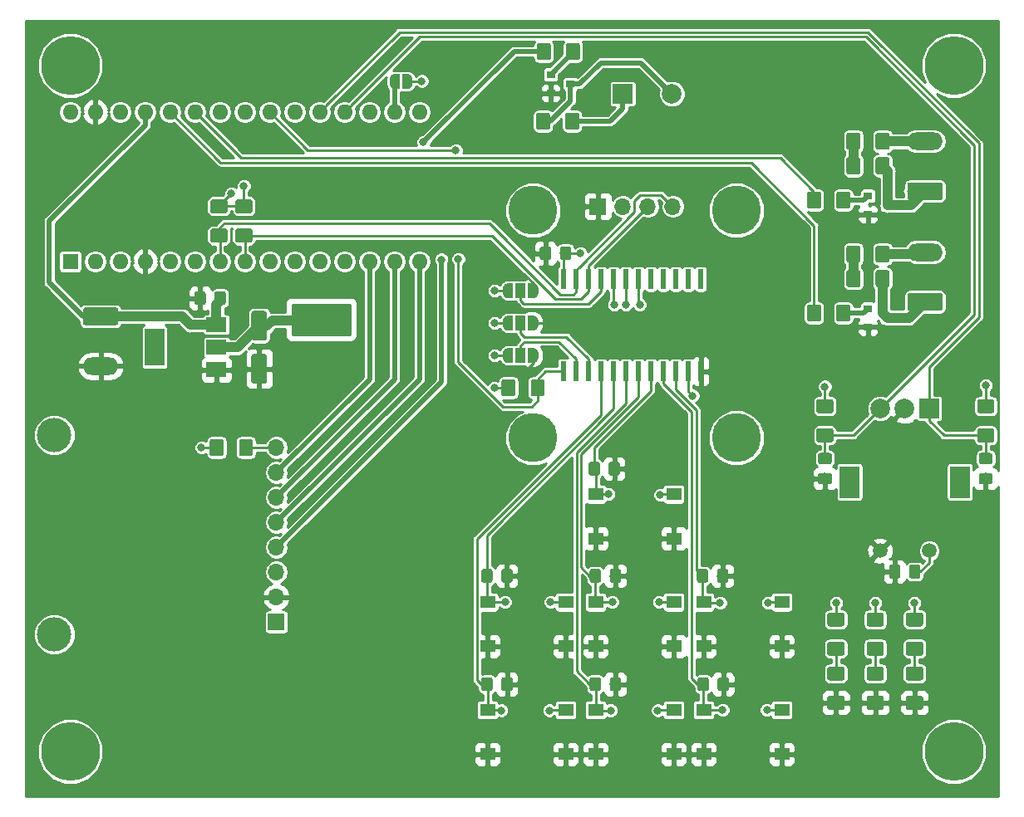
<source format=gbr>
G04 #@! TF.GenerationSoftware,KiCad,Pcbnew,5.0.2+dfsg1-1*
G04 #@! TF.CreationDate,2020-12-25T18:29:03+01:00*
G04 #@! TF.ProjectId,Reflow_Control,5265666c-6f77-45f4-936f-6e74726f6c2e,rev?*
G04 #@! TF.SameCoordinates,Original*
G04 #@! TF.FileFunction,Copper,L1,Top*
G04 #@! TF.FilePolarity,Positive*
%FSLAX46Y46*%
G04 Gerber Fmt 4.6, Leading zero omitted, Abs format (unit mm)*
G04 Created by KiCad (PCBNEW 5.0.2+dfsg1-1) date Fri 25 Dec 2020 06:29:03 PM CET*
%MOMM*%
%LPD*%
G01*
G04 APERTURE LIST*
G04 #@! TA.AperFunction,SMDPad,CuDef*
%ADD10C,0.500000*%
G04 #@! TD*
G04 #@! TA.AperFunction,Conductor*
%ADD11C,0.100000*%
G04 #@! TD*
G04 #@! TA.AperFunction,SMDPad,CuDef*
%ADD12R,1.550000X1.300000*%
G04 #@! TD*
G04 #@! TA.AperFunction,SMDPad,CuDef*
%ADD13R,1.000000X1.500000*%
G04 #@! TD*
G04 #@! TA.AperFunction,ComponentPad*
%ADD14O,3.600000X1.800000*%
G04 #@! TD*
G04 #@! TA.AperFunction,ComponentPad*
%ADD15C,1.800000*%
G04 #@! TD*
G04 #@! TA.AperFunction,ComponentPad*
%ADD16R,2.000000X2.000000*%
G04 #@! TD*
G04 #@! TA.AperFunction,ComponentPad*
%ADD17C,2.000000*%
G04 #@! TD*
G04 #@! TA.AperFunction,SMDPad,CuDef*
%ADD18C,1.150000*%
G04 #@! TD*
G04 #@! TA.AperFunction,SMDPad,CuDef*
%ADD19C,1.425000*%
G04 #@! TD*
G04 #@! TA.AperFunction,ComponentPad*
%ADD20C,5.000000*%
G04 #@! TD*
G04 #@! TA.AperFunction,ComponentPad*
%ADD21C,0.800000*%
G04 #@! TD*
G04 #@! TA.AperFunction,ComponentPad*
%ADD22C,6.000000*%
G04 #@! TD*
G04 #@! TA.AperFunction,SMDPad,CuDef*
%ADD23R,0.900000X0.800000*%
G04 #@! TD*
G04 #@! TA.AperFunction,ComponentPad*
%ADD24R,1.700000X1.700000*%
G04 #@! TD*
G04 #@! TA.AperFunction,ComponentPad*
%ADD25O,1.700000X1.700000*%
G04 #@! TD*
G04 #@! TA.AperFunction,ComponentPad*
%ADD26R,1.600000X1.600000*%
G04 #@! TD*
G04 #@! TA.AperFunction,ComponentPad*
%ADD27O,1.600000X1.600000*%
G04 #@! TD*
G04 #@! TA.AperFunction,SMDPad,CuDef*
%ADD28R,2.000000X3.800000*%
G04 #@! TD*
G04 #@! TA.AperFunction,SMDPad,CuDef*
%ADD29R,2.000000X1.500000*%
G04 #@! TD*
G04 #@! TA.AperFunction,SMDPad,CuDef*
%ADD30R,0.600000X2.000000*%
G04 #@! TD*
G04 #@! TA.AperFunction,ComponentPad*
%ADD31C,1.500000*%
G04 #@! TD*
G04 #@! TA.AperFunction,ComponentPad*
%ADD32R,2.000000X3.200000*%
G04 #@! TD*
G04 #@! TA.AperFunction,SMDPad,CuDef*
%ADD33C,1.600000*%
G04 #@! TD*
G04 #@! TA.AperFunction,ComponentPad*
%ADD34C,3.500000*%
G04 #@! TD*
G04 #@! TA.AperFunction,ViaPad*
%ADD35C,0.800000*%
G04 #@! TD*
G04 #@! TA.AperFunction,Conductor*
%ADD36C,1.000000*%
G04 #@! TD*
G04 #@! TA.AperFunction,Conductor*
%ADD37C,0.250000*%
G04 #@! TD*
G04 #@! TA.AperFunction,Conductor*
%ADD38C,0.500000*%
G04 #@! TD*
G04 #@! TA.AperFunction,Conductor*
%ADD39C,0.254000*%
G04 #@! TD*
G04 APERTURE END LIST*
D10*
G04 #@! TO.P,JP1,1*
G04 #@! TO.N,Net-(JP1-Pad1)*
X138049000Y-56642000D03*
D11*
G04 #@! TD*
G04 #@! TO.N,Net-(JP1-Pad1)*
G04 #@! TO.C,JP1*
G36*
X138549000Y-57392000D02*
X138049000Y-57392000D01*
X138049000Y-57391398D01*
X138024466Y-57391398D01*
X137975635Y-57386588D01*
X137927510Y-57377016D01*
X137880555Y-57362772D01*
X137835222Y-57343995D01*
X137791949Y-57320864D01*
X137751150Y-57293604D01*
X137713221Y-57262476D01*
X137678524Y-57227779D01*
X137647396Y-57189850D01*
X137620136Y-57149051D01*
X137597005Y-57105778D01*
X137578228Y-57060445D01*
X137563984Y-57013490D01*
X137554412Y-56965365D01*
X137549602Y-56916534D01*
X137549602Y-56892000D01*
X137549000Y-56892000D01*
X137549000Y-56392000D01*
X137549602Y-56392000D01*
X137549602Y-56367466D01*
X137554412Y-56318635D01*
X137563984Y-56270510D01*
X137578228Y-56223555D01*
X137597005Y-56178222D01*
X137620136Y-56134949D01*
X137647396Y-56094150D01*
X137678524Y-56056221D01*
X137713221Y-56021524D01*
X137751150Y-55990396D01*
X137791949Y-55963136D01*
X137835222Y-55940005D01*
X137880555Y-55921228D01*
X137927510Y-55906984D01*
X137975635Y-55897412D01*
X138024466Y-55892602D01*
X138049000Y-55892602D01*
X138049000Y-55892000D01*
X138549000Y-55892000D01*
X138549000Y-57392000D01*
X138549000Y-57392000D01*
G37*
D10*
G04 #@! TO.P,JP1,2*
G04 #@! TO.N,+3V3*
X139349000Y-56642000D03*
D11*
G04 #@! TD*
G04 #@! TO.N,+3V3*
G04 #@! TO.C,JP1*
G36*
X139349000Y-55892602D02*
X139373534Y-55892602D01*
X139422365Y-55897412D01*
X139470490Y-55906984D01*
X139517445Y-55921228D01*
X139562778Y-55940005D01*
X139606051Y-55963136D01*
X139646850Y-55990396D01*
X139684779Y-56021524D01*
X139719476Y-56056221D01*
X139750604Y-56094150D01*
X139777864Y-56134949D01*
X139800995Y-56178222D01*
X139819772Y-56223555D01*
X139834016Y-56270510D01*
X139843588Y-56318635D01*
X139848398Y-56367466D01*
X139848398Y-56392000D01*
X139849000Y-56392000D01*
X139849000Y-56892000D01*
X139848398Y-56892000D01*
X139848398Y-56916534D01*
X139843588Y-56965365D01*
X139834016Y-57013490D01*
X139819772Y-57060445D01*
X139800995Y-57105778D01*
X139777864Y-57149051D01*
X139750604Y-57189850D01*
X139719476Y-57227779D01*
X139684779Y-57262476D01*
X139646850Y-57293604D01*
X139606051Y-57320864D01*
X139562778Y-57343995D01*
X139517445Y-57362772D01*
X139470490Y-57377016D01*
X139422365Y-57386588D01*
X139373534Y-57391398D01*
X139349000Y-57391398D01*
X139349000Y-57392000D01*
X138849000Y-57392000D01*
X138849000Y-55892000D01*
X139349000Y-55892000D01*
X139349000Y-55892602D01*
X139349000Y-55892602D01*
G37*
D12*
G04 #@! TO.P,SW1,1*
G04 #@! TO.N,BTN_UP*
X158525000Y-98750000D03*
X166475000Y-98750000D03*
G04 #@! TO.P,SW1,2*
G04 #@! TO.N,GND*
X158525000Y-103250000D03*
X166475000Y-103250000D03*
G04 #@! TD*
D10*
G04 #@! TO.P,JP2,1*
G04 #@! TO.N,+3V3*
X149576000Y-81280000D03*
D11*
G04 #@! TD*
G04 #@! TO.N,+3V3*
G04 #@! TO.C,JP2*
G36*
X150126000Y-82030000D02*
X149576000Y-82030000D01*
X149576000Y-82029398D01*
X149551466Y-82029398D01*
X149502635Y-82024588D01*
X149454510Y-82015016D01*
X149407555Y-82000772D01*
X149362222Y-81981995D01*
X149318949Y-81958864D01*
X149278150Y-81931604D01*
X149240221Y-81900476D01*
X149205524Y-81865779D01*
X149174396Y-81827850D01*
X149147136Y-81787051D01*
X149124005Y-81743778D01*
X149105228Y-81698445D01*
X149090984Y-81651490D01*
X149081412Y-81603365D01*
X149076602Y-81554534D01*
X149076602Y-81530000D01*
X149076000Y-81530000D01*
X149076000Y-81030000D01*
X149076602Y-81030000D01*
X149076602Y-81005466D01*
X149081412Y-80956635D01*
X149090984Y-80908510D01*
X149105228Y-80861555D01*
X149124005Y-80816222D01*
X149147136Y-80772949D01*
X149174396Y-80732150D01*
X149205524Y-80694221D01*
X149240221Y-80659524D01*
X149278150Y-80628396D01*
X149318949Y-80601136D01*
X149362222Y-80578005D01*
X149407555Y-80559228D01*
X149454510Y-80544984D01*
X149502635Y-80535412D01*
X149551466Y-80530602D01*
X149576000Y-80530602D01*
X149576000Y-80530000D01*
X150126000Y-80530000D01*
X150126000Y-82030000D01*
X150126000Y-82030000D01*
G37*
D10*
G04 #@! TO.P,JP2,3*
G04 #@! TO.N,GND*
X152176000Y-81280000D03*
D11*
G04 #@! TD*
G04 #@! TO.N,GND*
G04 #@! TO.C,JP2*
G36*
X152176000Y-80530602D02*
X152200534Y-80530602D01*
X152249365Y-80535412D01*
X152297490Y-80544984D01*
X152344445Y-80559228D01*
X152389778Y-80578005D01*
X152433051Y-80601136D01*
X152473850Y-80628396D01*
X152511779Y-80659524D01*
X152546476Y-80694221D01*
X152577604Y-80732150D01*
X152604864Y-80772949D01*
X152627995Y-80816222D01*
X152646772Y-80861555D01*
X152661016Y-80908510D01*
X152670588Y-80956635D01*
X152675398Y-81005466D01*
X152675398Y-81030000D01*
X152676000Y-81030000D01*
X152676000Y-81530000D01*
X152675398Y-81530000D01*
X152675398Y-81554534D01*
X152670588Y-81603365D01*
X152661016Y-81651490D01*
X152646772Y-81698445D01*
X152627995Y-81743778D01*
X152604864Y-81787051D01*
X152577604Y-81827850D01*
X152546476Y-81865779D01*
X152511779Y-81900476D01*
X152473850Y-81931604D01*
X152433051Y-81958864D01*
X152389778Y-81981995D01*
X152344445Y-82000772D01*
X152297490Y-82015016D01*
X152249365Y-82024588D01*
X152200534Y-82029398D01*
X152176000Y-82029398D01*
X152176000Y-82030000D01*
X151626000Y-82030000D01*
X151626000Y-80530000D01*
X152176000Y-80530000D01*
X152176000Y-80530602D01*
X152176000Y-80530602D01*
G37*
D13*
G04 #@! TO.P,JP2,2*
G04 #@! TO.N,ADDR_A2*
X150876000Y-81280000D03*
G04 #@! TD*
D14*
G04 #@! TO.P,J1,2*
G04 #@! TO.N,GND*
X108100000Y-85680000D03*
D11*
G04 #@! TD*
G04 #@! TO.N,+5V*
G04 #@! TO.C,J1*
G36*
X109674504Y-79701204D02*
X109698773Y-79704804D01*
X109722571Y-79710765D01*
X109745671Y-79719030D01*
X109767849Y-79729520D01*
X109788893Y-79742133D01*
X109808598Y-79756747D01*
X109826777Y-79773223D01*
X109843253Y-79791402D01*
X109857867Y-79811107D01*
X109870480Y-79832151D01*
X109880970Y-79854329D01*
X109889235Y-79877429D01*
X109895196Y-79901227D01*
X109898796Y-79925496D01*
X109900000Y-79950000D01*
X109900000Y-81250000D01*
X109898796Y-81274504D01*
X109895196Y-81298773D01*
X109889235Y-81322571D01*
X109880970Y-81345671D01*
X109870480Y-81367849D01*
X109857867Y-81388893D01*
X109843253Y-81408598D01*
X109826777Y-81426777D01*
X109808598Y-81443253D01*
X109788893Y-81457867D01*
X109767849Y-81470480D01*
X109745671Y-81480970D01*
X109722571Y-81489235D01*
X109698773Y-81495196D01*
X109674504Y-81498796D01*
X109650000Y-81500000D01*
X106550000Y-81500000D01*
X106525496Y-81498796D01*
X106501227Y-81495196D01*
X106477429Y-81489235D01*
X106454329Y-81480970D01*
X106432151Y-81470480D01*
X106411107Y-81457867D01*
X106391402Y-81443253D01*
X106373223Y-81426777D01*
X106356747Y-81408598D01*
X106342133Y-81388893D01*
X106329520Y-81367849D01*
X106319030Y-81345671D01*
X106310765Y-81322571D01*
X106304804Y-81298773D01*
X106301204Y-81274504D01*
X106300000Y-81250000D01*
X106300000Y-79950000D01*
X106301204Y-79925496D01*
X106304804Y-79901227D01*
X106310765Y-79877429D01*
X106319030Y-79854329D01*
X106329520Y-79832151D01*
X106342133Y-79811107D01*
X106356747Y-79791402D01*
X106373223Y-79773223D01*
X106391402Y-79756747D01*
X106411107Y-79742133D01*
X106432151Y-79729520D01*
X106454329Y-79719030D01*
X106477429Y-79710765D01*
X106501227Y-79704804D01*
X106525496Y-79701204D01*
X106550000Y-79700000D01*
X109650000Y-79700000D01*
X109674504Y-79701204D01*
X109674504Y-79701204D01*
G37*
D15*
G04 #@! TO.P,J1,1*
G04 #@! TO.N,+5V*
X108100000Y-80600000D03*
G04 #@! TD*
D16*
G04 #@! TO.P,BZ1,1*
G04 #@! TO.N,+3V3*
X161290000Y-57912000D03*
D17*
G04 #@! TO.P,BZ1,2*
G04 #@! TO.N,Net-(BZ1-Pad2)*
X166290000Y-57912000D03*
G04 #@! TD*
D11*
G04 #@! TO.N,GND*
G04 #@! TO.C,C1*
G36*
X160768505Y-95440204D02*
X160792773Y-95443804D01*
X160816572Y-95449765D01*
X160839671Y-95458030D01*
X160861850Y-95468520D01*
X160882893Y-95481132D01*
X160902599Y-95495747D01*
X160920777Y-95512223D01*
X160937253Y-95530401D01*
X160951868Y-95550107D01*
X160964480Y-95571150D01*
X160974970Y-95593329D01*
X160983235Y-95616428D01*
X160989196Y-95640227D01*
X160992796Y-95664495D01*
X160994000Y-95688999D01*
X160994000Y-96589001D01*
X160992796Y-96613505D01*
X160989196Y-96637773D01*
X160983235Y-96661572D01*
X160974970Y-96684671D01*
X160964480Y-96706850D01*
X160951868Y-96727893D01*
X160937253Y-96747599D01*
X160920777Y-96765777D01*
X160902599Y-96782253D01*
X160882893Y-96796868D01*
X160861850Y-96809480D01*
X160839671Y-96819970D01*
X160816572Y-96828235D01*
X160792773Y-96834196D01*
X160768505Y-96837796D01*
X160744001Y-96839000D01*
X160093999Y-96839000D01*
X160069495Y-96837796D01*
X160045227Y-96834196D01*
X160021428Y-96828235D01*
X159998329Y-96819970D01*
X159976150Y-96809480D01*
X159955107Y-96796868D01*
X159935401Y-96782253D01*
X159917223Y-96765777D01*
X159900747Y-96747599D01*
X159886132Y-96727893D01*
X159873520Y-96706850D01*
X159863030Y-96684671D01*
X159854765Y-96661572D01*
X159848804Y-96637773D01*
X159845204Y-96613505D01*
X159844000Y-96589001D01*
X159844000Y-95688999D01*
X159845204Y-95664495D01*
X159848804Y-95640227D01*
X159854765Y-95616428D01*
X159863030Y-95593329D01*
X159873520Y-95571150D01*
X159886132Y-95550107D01*
X159900747Y-95530401D01*
X159917223Y-95512223D01*
X159935401Y-95495747D01*
X159955107Y-95481132D01*
X159976150Y-95468520D01*
X159998329Y-95458030D01*
X160021428Y-95449765D01*
X160045227Y-95443804D01*
X160069495Y-95440204D01*
X160093999Y-95439000D01*
X160744001Y-95439000D01*
X160768505Y-95440204D01*
X160768505Y-95440204D01*
G37*
D18*
G04 #@! TD*
G04 #@! TO.P,C1,2*
G04 #@! TO.N,GND*
X160419000Y-96139000D03*
D11*
G04 #@! TO.N,BTN_UP*
G04 #@! TO.C,C1*
G36*
X158718505Y-95440204D02*
X158742773Y-95443804D01*
X158766572Y-95449765D01*
X158789671Y-95458030D01*
X158811850Y-95468520D01*
X158832893Y-95481132D01*
X158852599Y-95495747D01*
X158870777Y-95512223D01*
X158887253Y-95530401D01*
X158901868Y-95550107D01*
X158914480Y-95571150D01*
X158924970Y-95593329D01*
X158933235Y-95616428D01*
X158939196Y-95640227D01*
X158942796Y-95664495D01*
X158944000Y-95688999D01*
X158944000Y-96589001D01*
X158942796Y-96613505D01*
X158939196Y-96637773D01*
X158933235Y-96661572D01*
X158924970Y-96684671D01*
X158914480Y-96706850D01*
X158901868Y-96727893D01*
X158887253Y-96747599D01*
X158870777Y-96765777D01*
X158852599Y-96782253D01*
X158832893Y-96796868D01*
X158811850Y-96809480D01*
X158789671Y-96819970D01*
X158766572Y-96828235D01*
X158742773Y-96834196D01*
X158718505Y-96837796D01*
X158694001Y-96839000D01*
X158043999Y-96839000D01*
X158019495Y-96837796D01*
X157995227Y-96834196D01*
X157971428Y-96828235D01*
X157948329Y-96819970D01*
X157926150Y-96809480D01*
X157905107Y-96796868D01*
X157885401Y-96782253D01*
X157867223Y-96765777D01*
X157850747Y-96747599D01*
X157836132Y-96727893D01*
X157823520Y-96706850D01*
X157813030Y-96684671D01*
X157804765Y-96661572D01*
X157798804Y-96637773D01*
X157795204Y-96613505D01*
X157794000Y-96589001D01*
X157794000Y-95688999D01*
X157795204Y-95664495D01*
X157798804Y-95640227D01*
X157804765Y-95616428D01*
X157813030Y-95593329D01*
X157823520Y-95571150D01*
X157836132Y-95550107D01*
X157850747Y-95530401D01*
X157867223Y-95512223D01*
X157885401Y-95495747D01*
X157905107Y-95481132D01*
X157926150Y-95468520D01*
X157948329Y-95458030D01*
X157971428Y-95449765D01*
X157995227Y-95443804D01*
X158019495Y-95440204D01*
X158043999Y-95439000D01*
X158694001Y-95439000D01*
X158718505Y-95440204D01*
X158718505Y-95440204D01*
G37*
D18*
G04 #@! TD*
G04 #@! TO.P,C1,1*
G04 #@! TO.N,BTN_UP*
X158369000Y-96139000D03*
D11*
G04 #@! TO.N,GND*
G04 #@! TO.C,C2*
G36*
X153756505Y-73469204D02*
X153780773Y-73472804D01*
X153804572Y-73478765D01*
X153827671Y-73487030D01*
X153849850Y-73497520D01*
X153870893Y-73510132D01*
X153890599Y-73524747D01*
X153908777Y-73541223D01*
X153925253Y-73559401D01*
X153939868Y-73579107D01*
X153952480Y-73600150D01*
X153962970Y-73622329D01*
X153971235Y-73645428D01*
X153977196Y-73669227D01*
X153980796Y-73693495D01*
X153982000Y-73717999D01*
X153982000Y-74618001D01*
X153980796Y-74642505D01*
X153977196Y-74666773D01*
X153971235Y-74690572D01*
X153962970Y-74713671D01*
X153952480Y-74735850D01*
X153939868Y-74756893D01*
X153925253Y-74776599D01*
X153908777Y-74794777D01*
X153890599Y-74811253D01*
X153870893Y-74825868D01*
X153849850Y-74838480D01*
X153827671Y-74848970D01*
X153804572Y-74857235D01*
X153780773Y-74863196D01*
X153756505Y-74866796D01*
X153732001Y-74868000D01*
X153081999Y-74868000D01*
X153057495Y-74866796D01*
X153033227Y-74863196D01*
X153009428Y-74857235D01*
X152986329Y-74848970D01*
X152964150Y-74838480D01*
X152943107Y-74825868D01*
X152923401Y-74811253D01*
X152905223Y-74794777D01*
X152888747Y-74776599D01*
X152874132Y-74756893D01*
X152861520Y-74735850D01*
X152851030Y-74713671D01*
X152842765Y-74690572D01*
X152836804Y-74666773D01*
X152833204Y-74642505D01*
X152832000Y-74618001D01*
X152832000Y-73717999D01*
X152833204Y-73693495D01*
X152836804Y-73669227D01*
X152842765Y-73645428D01*
X152851030Y-73622329D01*
X152861520Y-73600150D01*
X152874132Y-73579107D01*
X152888747Y-73559401D01*
X152905223Y-73541223D01*
X152923401Y-73524747D01*
X152943107Y-73510132D01*
X152964150Y-73497520D01*
X152986329Y-73487030D01*
X153009428Y-73478765D01*
X153033227Y-73472804D01*
X153057495Y-73469204D01*
X153081999Y-73468000D01*
X153732001Y-73468000D01*
X153756505Y-73469204D01*
X153756505Y-73469204D01*
G37*
D18*
G04 #@! TD*
G04 #@! TO.P,C2,1*
G04 #@! TO.N,GND*
X153407000Y-74168000D03*
D11*
G04 #@! TO.N,+3V3*
G04 #@! TO.C,C2*
G36*
X155806505Y-73469204D02*
X155830773Y-73472804D01*
X155854572Y-73478765D01*
X155877671Y-73487030D01*
X155899850Y-73497520D01*
X155920893Y-73510132D01*
X155940599Y-73524747D01*
X155958777Y-73541223D01*
X155975253Y-73559401D01*
X155989868Y-73579107D01*
X156002480Y-73600150D01*
X156012970Y-73622329D01*
X156021235Y-73645428D01*
X156027196Y-73669227D01*
X156030796Y-73693495D01*
X156032000Y-73717999D01*
X156032000Y-74618001D01*
X156030796Y-74642505D01*
X156027196Y-74666773D01*
X156021235Y-74690572D01*
X156012970Y-74713671D01*
X156002480Y-74735850D01*
X155989868Y-74756893D01*
X155975253Y-74776599D01*
X155958777Y-74794777D01*
X155940599Y-74811253D01*
X155920893Y-74825868D01*
X155899850Y-74838480D01*
X155877671Y-74848970D01*
X155854572Y-74857235D01*
X155830773Y-74863196D01*
X155806505Y-74866796D01*
X155782001Y-74868000D01*
X155131999Y-74868000D01*
X155107495Y-74866796D01*
X155083227Y-74863196D01*
X155059428Y-74857235D01*
X155036329Y-74848970D01*
X155014150Y-74838480D01*
X154993107Y-74825868D01*
X154973401Y-74811253D01*
X154955223Y-74794777D01*
X154938747Y-74776599D01*
X154924132Y-74756893D01*
X154911520Y-74735850D01*
X154901030Y-74713671D01*
X154892765Y-74690572D01*
X154886804Y-74666773D01*
X154883204Y-74642505D01*
X154882000Y-74618001D01*
X154882000Y-73717999D01*
X154883204Y-73693495D01*
X154886804Y-73669227D01*
X154892765Y-73645428D01*
X154901030Y-73622329D01*
X154911520Y-73600150D01*
X154924132Y-73579107D01*
X154938747Y-73559401D01*
X154955223Y-73541223D01*
X154973401Y-73524747D01*
X154993107Y-73510132D01*
X155014150Y-73497520D01*
X155036329Y-73487030D01*
X155059428Y-73478765D01*
X155083227Y-73472804D01*
X155107495Y-73469204D01*
X155131999Y-73468000D01*
X155782001Y-73468000D01*
X155806505Y-73469204D01*
X155806505Y-73469204D01*
G37*
D18*
G04 #@! TD*
G04 #@! TO.P,C2,2*
G04 #@! TO.N,+3V3*
X155457000Y-74168000D03*
D11*
G04 #@! TO.N,GND*
G04 #@! TO.C,C3*
G36*
X118574505Y-78041204D02*
X118598773Y-78044804D01*
X118622572Y-78050765D01*
X118645671Y-78059030D01*
X118667850Y-78069520D01*
X118688893Y-78082132D01*
X118708599Y-78096747D01*
X118726777Y-78113223D01*
X118743253Y-78131401D01*
X118757868Y-78151107D01*
X118770480Y-78172150D01*
X118780970Y-78194329D01*
X118789235Y-78217428D01*
X118795196Y-78241227D01*
X118798796Y-78265495D01*
X118800000Y-78289999D01*
X118800000Y-79190001D01*
X118798796Y-79214505D01*
X118795196Y-79238773D01*
X118789235Y-79262572D01*
X118780970Y-79285671D01*
X118770480Y-79307850D01*
X118757868Y-79328893D01*
X118743253Y-79348599D01*
X118726777Y-79366777D01*
X118708599Y-79383253D01*
X118688893Y-79397868D01*
X118667850Y-79410480D01*
X118645671Y-79420970D01*
X118622572Y-79429235D01*
X118598773Y-79435196D01*
X118574505Y-79438796D01*
X118550001Y-79440000D01*
X117899999Y-79440000D01*
X117875495Y-79438796D01*
X117851227Y-79435196D01*
X117827428Y-79429235D01*
X117804329Y-79420970D01*
X117782150Y-79410480D01*
X117761107Y-79397868D01*
X117741401Y-79383253D01*
X117723223Y-79366777D01*
X117706747Y-79348599D01*
X117692132Y-79328893D01*
X117679520Y-79307850D01*
X117669030Y-79285671D01*
X117660765Y-79262572D01*
X117654804Y-79238773D01*
X117651204Y-79214505D01*
X117650000Y-79190001D01*
X117650000Y-78289999D01*
X117651204Y-78265495D01*
X117654804Y-78241227D01*
X117660765Y-78217428D01*
X117669030Y-78194329D01*
X117679520Y-78172150D01*
X117692132Y-78151107D01*
X117706747Y-78131401D01*
X117723223Y-78113223D01*
X117741401Y-78096747D01*
X117761107Y-78082132D01*
X117782150Y-78069520D01*
X117804329Y-78059030D01*
X117827428Y-78050765D01*
X117851227Y-78044804D01*
X117875495Y-78041204D01*
X117899999Y-78040000D01*
X118550001Y-78040000D01*
X118574505Y-78041204D01*
X118574505Y-78041204D01*
G37*
D18*
G04 #@! TD*
G04 #@! TO.P,C3,2*
G04 #@! TO.N,GND*
X118225000Y-78740000D03*
D11*
G04 #@! TO.N,+5V*
G04 #@! TO.C,C3*
G36*
X120624505Y-78041204D02*
X120648773Y-78044804D01*
X120672572Y-78050765D01*
X120695671Y-78059030D01*
X120717850Y-78069520D01*
X120738893Y-78082132D01*
X120758599Y-78096747D01*
X120776777Y-78113223D01*
X120793253Y-78131401D01*
X120807868Y-78151107D01*
X120820480Y-78172150D01*
X120830970Y-78194329D01*
X120839235Y-78217428D01*
X120845196Y-78241227D01*
X120848796Y-78265495D01*
X120850000Y-78289999D01*
X120850000Y-79190001D01*
X120848796Y-79214505D01*
X120845196Y-79238773D01*
X120839235Y-79262572D01*
X120830970Y-79285671D01*
X120820480Y-79307850D01*
X120807868Y-79328893D01*
X120793253Y-79348599D01*
X120776777Y-79366777D01*
X120758599Y-79383253D01*
X120738893Y-79397868D01*
X120717850Y-79410480D01*
X120695671Y-79420970D01*
X120672572Y-79429235D01*
X120648773Y-79435196D01*
X120624505Y-79438796D01*
X120600001Y-79440000D01*
X119949999Y-79440000D01*
X119925495Y-79438796D01*
X119901227Y-79435196D01*
X119877428Y-79429235D01*
X119854329Y-79420970D01*
X119832150Y-79410480D01*
X119811107Y-79397868D01*
X119791401Y-79383253D01*
X119773223Y-79366777D01*
X119756747Y-79348599D01*
X119742132Y-79328893D01*
X119729520Y-79307850D01*
X119719030Y-79285671D01*
X119710765Y-79262572D01*
X119704804Y-79238773D01*
X119701204Y-79214505D01*
X119700000Y-79190001D01*
X119700000Y-78289999D01*
X119701204Y-78265495D01*
X119704804Y-78241227D01*
X119710765Y-78217428D01*
X119719030Y-78194329D01*
X119729520Y-78172150D01*
X119742132Y-78151107D01*
X119756747Y-78131401D01*
X119773223Y-78113223D01*
X119791401Y-78096747D01*
X119811107Y-78082132D01*
X119832150Y-78069520D01*
X119854329Y-78059030D01*
X119877428Y-78050765D01*
X119901227Y-78044804D01*
X119925495Y-78041204D01*
X119949999Y-78040000D01*
X120600001Y-78040000D01*
X120624505Y-78041204D01*
X120624505Y-78041204D01*
G37*
D18*
G04 #@! TD*
G04 #@! TO.P,C3,1*
G04 #@! TO.N,+5V*
X120275000Y-78740000D03*
D11*
G04 #@! TO.N,GND*
G04 #@! TO.C,C5*
G36*
X160877505Y-117411204D02*
X160901773Y-117414804D01*
X160925572Y-117420765D01*
X160948671Y-117429030D01*
X160970850Y-117439520D01*
X160991893Y-117452132D01*
X161011599Y-117466747D01*
X161029777Y-117483223D01*
X161046253Y-117501401D01*
X161060868Y-117521107D01*
X161073480Y-117542150D01*
X161083970Y-117564329D01*
X161092235Y-117587428D01*
X161098196Y-117611227D01*
X161101796Y-117635495D01*
X161103000Y-117659999D01*
X161103000Y-118560001D01*
X161101796Y-118584505D01*
X161098196Y-118608773D01*
X161092235Y-118632572D01*
X161083970Y-118655671D01*
X161073480Y-118677850D01*
X161060868Y-118698893D01*
X161046253Y-118718599D01*
X161029777Y-118736777D01*
X161011599Y-118753253D01*
X160991893Y-118767868D01*
X160970850Y-118780480D01*
X160948671Y-118790970D01*
X160925572Y-118799235D01*
X160901773Y-118805196D01*
X160877505Y-118808796D01*
X160853001Y-118810000D01*
X160202999Y-118810000D01*
X160178495Y-118808796D01*
X160154227Y-118805196D01*
X160130428Y-118799235D01*
X160107329Y-118790970D01*
X160085150Y-118780480D01*
X160064107Y-118767868D01*
X160044401Y-118753253D01*
X160026223Y-118736777D01*
X160009747Y-118718599D01*
X159995132Y-118698893D01*
X159982520Y-118677850D01*
X159972030Y-118655671D01*
X159963765Y-118632572D01*
X159957804Y-118608773D01*
X159954204Y-118584505D01*
X159953000Y-118560001D01*
X159953000Y-117659999D01*
X159954204Y-117635495D01*
X159957804Y-117611227D01*
X159963765Y-117587428D01*
X159972030Y-117564329D01*
X159982520Y-117542150D01*
X159995132Y-117521107D01*
X160009747Y-117501401D01*
X160026223Y-117483223D01*
X160044401Y-117466747D01*
X160064107Y-117452132D01*
X160085150Y-117439520D01*
X160107329Y-117429030D01*
X160130428Y-117420765D01*
X160154227Y-117414804D01*
X160178495Y-117411204D01*
X160202999Y-117410000D01*
X160853001Y-117410000D01*
X160877505Y-117411204D01*
X160877505Y-117411204D01*
G37*
D18*
G04 #@! TD*
G04 #@! TO.P,C5,2*
G04 #@! TO.N,GND*
X160528000Y-118110000D03*
D11*
G04 #@! TO.N,BTN_DOWN*
G04 #@! TO.C,C5*
G36*
X158827505Y-117411204D02*
X158851773Y-117414804D01*
X158875572Y-117420765D01*
X158898671Y-117429030D01*
X158920850Y-117439520D01*
X158941893Y-117452132D01*
X158961599Y-117466747D01*
X158979777Y-117483223D01*
X158996253Y-117501401D01*
X159010868Y-117521107D01*
X159023480Y-117542150D01*
X159033970Y-117564329D01*
X159042235Y-117587428D01*
X159048196Y-117611227D01*
X159051796Y-117635495D01*
X159053000Y-117659999D01*
X159053000Y-118560001D01*
X159051796Y-118584505D01*
X159048196Y-118608773D01*
X159042235Y-118632572D01*
X159033970Y-118655671D01*
X159023480Y-118677850D01*
X159010868Y-118698893D01*
X158996253Y-118718599D01*
X158979777Y-118736777D01*
X158961599Y-118753253D01*
X158941893Y-118767868D01*
X158920850Y-118780480D01*
X158898671Y-118790970D01*
X158875572Y-118799235D01*
X158851773Y-118805196D01*
X158827505Y-118808796D01*
X158803001Y-118810000D01*
X158152999Y-118810000D01*
X158128495Y-118808796D01*
X158104227Y-118805196D01*
X158080428Y-118799235D01*
X158057329Y-118790970D01*
X158035150Y-118780480D01*
X158014107Y-118767868D01*
X157994401Y-118753253D01*
X157976223Y-118736777D01*
X157959747Y-118718599D01*
X157945132Y-118698893D01*
X157932520Y-118677850D01*
X157922030Y-118655671D01*
X157913765Y-118632572D01*
X157907804Y-118608773D01*
X157904204Y-118584505D01*
X157903000Y-118560001D01*
X157903000Y-117659999D01*
X157904204Y-117635495D01*
X157907804Y-117611227D01*
X157913765Y-117587428D01*
X157922030Y-117564329D01*
X157932520Y-117542150D01*
X157945132Y-117521107D01*
X157959747Y-117501401D01*
X157976223Y-117483223D01*
X157994401Y-117466747D01*
X158014107Y-117452132D01*
X158035150Y-117439520D01*
X158057329Y-117429030D01*
X158080428Y-117420765D01*
X158104227Y-117414804D01*
X158128495Y-117411204D01*
X158152999Y-117410000D01*
X158803001Y-117410000D01*
X158827505Y-117411204D01*
X158827505Y-117411204D01*
G37*
D18*
G04 #@! TD*
G04 #@! TO.P,C5,1*
G04 #@! TO.N,BTN_DOWN*
X158478000Y-118110000D03*
D11*
G04 #@! TO.N,GND*
G04 #@! TO.C,C6*
G36*
X149837505Y-106362204D02*
X149861773Y-106365804D01*
X149885572Y-106371765D01*
X149908671Y-106380030D01*
X149930850Y-106390520D01*
X149951893Y-106403132D01*
X149971599Y-106417747D01*
X149989777Y-106434223D01*
X150006253Y-106452401D01*
X150020868Y-106472107D01*
X150033480Y-106493150D01*
X150043970Y-106515329D01*
X150052235Y-106538428D01*
X150058196Y-106562227D01*
X150061796Y-106586495D01*
X150063000Y-106610999D01*
X150063000Y-107511001D01*
X150061796Y-107535505D01*
X150058196Y-107559773D01*
X150052235Y-107583572D01*
X150043970Y-107606671D01*
X150033480Y-107628850D01*
X150020868Y-107649893D01*
X150006253Y-107669599D01*
X149989777Y-107687777D01*
X149971599Y-107704253D01*
X149951893Y-107718868D01*
X149930850Y-107731480D01*
X149908671Y-107741970D01*
X149885572Y-107750235D01*
X149861773Y-107756196D01*
X149837505Y-107759796D01*
X149813001Y-107761000D01*
X149162999Y-107761000D01*
X149138495Y-107759796D01*
X149114227Y-107756196D01*
X149090428Y-107750235D01*
X149067329Y-107741970D01*
X149045150Y-107731480D01*
X149024107Y-107718868D01*
X149004401Y-107704253D01*
X148986223Y-107687777D01*
X148969747Y-107669599D01*
X148955132Y-107649893D01*
X148942520Y-107628850D01*
X148932030Y-107606671D01*
X148923765Y-107583572D01*
X148917804Y-107559773D01*
X148914204Y-107535505D01*
X148913000Y-107511001D01*
X148913000Y-106610999D01*
X148914204Y-106586495D01*
X148917804Y-106562227D01*
X148923765Y-106538428D01*
X148932030Y-106515329D01*
X148942520Y-106493150D01*
X148955132Y-106472107D01*
X148969747Y-106452401D01*
X148986223Y-106434223D01*
X149004401Y-106417747D01*
X149024107Y-106403132D01*
X149045150Y-106390520D01*
X149067329Y-106380030D01*
X149090428Y-106371765D01*
X149114227Y-106365804D01*
X149138495Y-106362204D01*
X149162999Y-106361000D01*
X149813001Y-106361000D01*
X149837505Y-106362204D01*
X149837505Y-106362204D01*
G37*
D18*
G04 #@! TD*
G04 #@! TO.P,C6,2*
G04 #@! TO.N,GND*
X149488000Y-107061000D03*
D11*
G04 #@! TO.N,BTN_LEFT*
G04 #@! TO.C,C6*
G36*
X147787505Y-106362204D02*
X147811773Y-106365804D01*
X147835572Y-106371765D01*
X147858671Y-106380030D01*
X147880850Y-106390520D01*
X147901893Y-106403132D01*
X147921599Y-106417747D01*
X147939777Y-106434223D01*
X147956253Y-106452401D01*
X147970868Y-106472107D01*
X147983480Y-106493150D01*
X147993970Y-106515329D01*
X148002235Y-106538428D01*
X148008196Y-106562227D01*
X148011796Y-106586495D01*
X148013000Y-106610999D01*
X148013000Y-107511001D01*
X148011796Y-107535505D01*
X148008196Y-107559773D01*
X148002235Y-107583572D01*
X147993970Y-107606671D01*
X147983480Y-107628850D01*
X147970868Y-107649893D01*
X147956253Y-107669599D01*
X147939777Y-107687777D01*
X147921599Y-107704253D01*
X147901893Y-107718868D01*
X147880850Y-107731480D01*
X147858671Y-107741970D01*
X147835572Y-107750235D01*
X147811773Y-107756196D01*
X147787505Y-107759796D01*
X147763001Y-107761000D01*
X147112999Y-107761000D01*
X147088495Y-107759796D01*
X147064227Y-107756196D01*
X147040428Y-107750235D01*
X147017329Y-107741970D01*
X146995150Y-107731480D01*
X146974107Y-107718868D01*
X146954401Y-107704253D01*
X146936223Y-107687777D01*
X146919747Y-107669599D01*
X146905132Y-107649893D01*
X146892520Y-107628850D01*
X146882030Y-107606671D01*
X146873765Y-107583572D01*
X146867804Y-107559773D01*
X146864204Y-107535505D01*
X146863000Y-107511001D01*
X146863000Y-106610999D01*
X146864204Y-106586495D01*
X146867804Y-106562227D01*
X146873765Y-106538428D01*
X146882030Y-106515329D01*
X146892520Y-106493150D01*
X146905132Y-106472107D01*
X146919747Y-106452401D01*
X146936223Y-106434223D01*
X146954401Y-106417747D01*
X146974107Y-106403132D01*
X146995150Y-106390520D01*
X147017329Y-106380030D01*
X147040428Y-106371765D01*
X147064227Y-106365804D01*
X147088495Y-106362204D01*
X147112999Y-106361000D01*
X147763001Y-106361000D01*
X147787505Y-106362204D01*
X147787505Y-106362204D01*
G37*
D18*
G04 #@! TD*
G04 #@! TO.P,C6,1*
G04 #@! TO.N,BTN_LEFT*
X147438000Y-107061000D03*
D11*
G04 #@! TO.N,BTN_CENTER*
G04 #@! TO.C,C7*
G36*
X158836505Y-106362204D02*
X158860773Y-106365804D01*
X158884572Y-106371765D01*
X158907671Y-106380030D01*
X158929850Y-106390520D01*
X158950893Y-106403132D01*
X158970599Y-106417747D01*
X158988777Y-106434223D01*
X159005253Y-106452401D01*
X159019868Y-106472107D01*
X159032480Y-106493150D01*
X159042970Y-106515329D01*
X159051235Y-106538428D01*
X159057196Y-106562227D01*
X159060796Y-106586495D01*
X159062000Y-106610999D01*
X159062000Y-107511001D01*
X159060796Y-107535505D01*
X159057196Y-107559773D01*
X159051235Y-107583572D01*
X159042970Y-107606671D01*
X159032480Y-107628850D01*
X159019868Y-107649893D01*
X159005253Y-107669599D01*
X158988777Y-107687777D01*
X158970599Y-107704253D01*
X158950893Y-107718868D01*
X158929850Y-107731480D01*
X158907671Y-107741970D01*
X158884572Y-107750235D01*
X158860773Y-107756196D01*
X158836505Y-107759796D01*
X158812001Y-107761000D01*
X158161999Y-107761000D01*
X158137495Y-107759796D01*
X158113227Y-107756196D01*
X158089428Y-107750235D01*
X158066329Y-107741970D01*
X158044150Y-107731480D01*
X158023107Y-107718868D01*
X158003401Y-107704253D01*
X157985223Y-107687777D01*
X157968747Y-107669599D01*
X157954132Y-107649893D01*
X157941520Y-107628850D01*
X157931030Y-107606671D01*
X157922765Y-107583572D01*
X157916804Y-107559773D01*
X157913204Y-107535505D01*
X157912000Y-107511001D01*
X157912000Y-106610999D01*
X157913204Y-106586495D01*
X157916804Y-106562227D01*
X157922765Y-106538428D01*
X157931030Y-106515329D01*
X157941520Y-106493150D01*
X157954132Y-106472107D01*
X157968747Y-106452401D01*
X157985223Y-106434223D01*
X158003401Y-106417747D01*
X158023107Y-106403132D01*
X158044150Y-106390520D01*
X158066329Y-106380030D01*
X158089428Y-106371765D01*
X158113227Y-106365804D01*
X158137495Y-106362204D01*
X158161999Y-106361000D01*
X158812001Y-106361000D01*
X158836505Y-106362204D01*
X158836505Y-106362204D01*
G37*
D18*
G04 #@! TD*
G04 #@! TO.P,C7,1*
G04 #@! TO.N,BTN_CENTER*
X158487000Y-107061000D03*
D11*
G04 #@! TO.N,GND*
G04 #@! TO.C,C7*
G36*
X160886505Y-106362204D02*
X160910773Y-106365804D01*
X160934572Y-106371765D01*
X160957671Y-106380030D01*
X160979850Y-106390520D01*
X161000893Y-106403132D01*
X161020599Y-106417747D01*
X161038777Y-106434223D01*
X161055253Y-106452401D01*
X161069868Y-106472107D01*
X161082480Y-106493150D01*
X161092970Y-106515329D01*
X161101235Y-106538428D01*
X161107196Y-106562227D01*
X161110796Y-106586495D01*
X161112000Y-106610999D01*
X161112000Y-107511001D01*
X161110796Y-107535505D01*
X161107196Y-107559773D01*
X161101235Y-107583572D01*
X161092970Y-107606671D01*
X161082480Y-107628850D01*
X161069868Y-107649893D01*
X161055253Y-107669599D01*
X161038777Y-107687777D01*
X161020599Y-107704253D01*
X161000893Y-107718868D01*
X160979850Y-107731480D01*
X160957671Y-107741970D01*
X160934572Y-107750235D01*
X160910773Y-107756196D01*
X160886505Y-107759796D01*
X160862001Y-107761000D01*
X160211999Y-107761000D01*
X160187495Y-107759796D01*
X160163227Y-107756196D01*
X160139428Y-107750235D01*
X160116329Y-107741970D01*
X160094150Y-107731480D01*
X160073107Y-107718868D01*
X160053401Y-107704253D01*
X160035223Y-107687777D01*
X160018747Y-107669599D01*
X160004132Y-107649893D01*
X159991520Y-107628850D01*
X159981030Y-107606671D01*
X159972765Y-107583572D01*
X159966804Y-107559773D01*
X159963204Y-107535505D01*
X159962000Y-107511001D01*
X159962000Y-106610999D01*
X159963204Y-106586495D01*
X159966804Y-106562227D01*
X159972765Y-106538428D01*
X159981030Y-106515329D01*
X159991520Y-106493150D01*
X160004132Y-106472107D01*
X160018747Y-106452401D01*
X160035223Y-106434223D01*
X160053401Y-106417747D01*
X160073107Y-106403132D01*
X160094150Y-106390520D01*
X160116329Y-106380030D01*
X160139428Y-106371765D01*
X160163227Y-106365804D01*
X160187495Y-106362204D01*
X160211999Y-106361000D01*
X160862001Y-106361000D01*
X160886505Y-106362204D01*
X160886505Y-106362204D01*
G37*
D18*
G04 #@! TD*
G04 #@! TO.P,C7,2*
G04 #@! TO.N,GND*
X160537000Y-107061000D03*
D11*
G04 #@! TO.N,GND*
G04 #@! TO.C,C8*
G36*
X189324505Y-105926204D02*
X189348773Y-105929804D01*
X189372572Y-105935765D01*
X189395671Y-105944030D01*
X189417850Y-105954520D01*
X189438893Y-105967132D01*
X189458599Y-105981747D01*
X189476777Y-105998223D01*
X189493253Y-106016401D01*
X189507868Y-106036107D01*
X189520480Y-106057150D01*
X189530970Y-106079329D01*
X189539235Y-106102428D01*
X189545196Y-106126227D01*
X189548796Y-106150495D01*
X189550000Y-106174999D01*
X189550000Y-107075001D01*
X189548796Y-107099505D01*
X189545196Y-107123773D01*
X189539235Y-107147572D01*
X189530970Y-107170671D01*
X189520480Y-107192850D01*
X189507868Y-107213893D01*
X189493253Y-107233599D01*
X189476777Y-107251777D01*
X189458599Y-107268253D01*
X189438893Y-107282868D01*
X189417850Y-107295480D01*
X189395671Y-107305970D01*
X189372572Y-107314235D01*
X189348773Y-107320196D01*
X189324505Y-107323796D01*
X189300001Y-107325000D01*
X188649999Y-107325000D01*
X188625495Y-107323796D01*
X188601227Y-107320196D01*
X188577428Y-107314235D01*
X188554329Y-107305970D01*
X188532150Y-107295480D01*
X188511107Y-107282868D01*
X188491401Y-107268253D01*
X188473223Y-107251777D01*
X188456747Y-107233599D01*
X188442132Y-107213893D01*
X188429520Y-107192850D01*
X188419030Y-107170671D01*
X188410765Y-107147572D01*
X188404804Y-107123773D01*
X188401204Y-107099505D01*
X188400000Y-107075001D01*
X188400000Y-106174999D01*
X188401204Y-106150495D01*
X188404804Y-106126227D01*
X188410765Y-106102428D01*
X188419030Y-106079329D01*
X188429520Y-106057150D01*
X188442132Y-106036107D01*
X188456747Y-106016401D01*
X188473223Y-105998223D01*
X188491401Y-105981747D01*
X188511107Y-105967132D01*
X188532150Y-105954520D01*
X188554329Y-105944030D01*
X188577428Y-105935765D01*
X188601227Y-105929804D01*
X188625495Y-105926204D01*
X188649999Y-105925000D01*
X189300001Y-105925000D01*
X189324505Y-105926204D01*
X189324505Y-105926204D01*
G37*
D18*
G04 #@! TD*
G04 #@! TO.P,C8,1*
G04 #@! TO.N,GND*
X188975000Y-106625000D03*
D11*
G04 #@! TO.N,ENC_Switch*
G04 #@! TO.C,C8*
G36*
X191374505Y-105926204D02*
X191398773Y-105929804D01*
X191422572Y-105935765D01*
X191445671Y-105944030D01*
X191467850Y-105954520D01*
X191488893Y-105967132D01*
X191508599Y-105981747D01*
X191526777Y-105998223D01*
X191543253Y-106016401D01*
X191557868Y-106036107D01*
X191570480Y-106057150D01*
X191580970Y-106079329D01*
X191589235Y-106102428D01*
X191595196Y-106126227D01*
X191598796Y-106150495D01*
X191600000Y-106174999D01*
X191600000Y-107075001D01*
X191598796Y-107099505D01*
X191595196Y-107123773D01*
X191589235Y-107147572D01*
X191580970Y-107170671D01*
X191570480Y-107192850D01*
X191557868Y-107213893D01*
X191543253Y-107233599D01*
X191526777Y-107251777D01*
X191508599Y-107268253D01*
X191488893Y-107282868D01*
X191467850Y-107295480D01*
X191445671Y-107305970D01*
X191422572Y-107314235D01*
X191398773Y-107320196D01*
X191374505Y-107323796D01*
X191350001Y-107325000D01*
X190699999Y-107325000D01*
X190675495Y-107323796D01*
X190651227Y-107320196D01*
X190627428Y-107314235D01*
X190604329Y-107305970D01*
X190582150Y-107295480D01*
X190561107Y-107282868D01*
X190541401Y-107268253D01*
X190523223Y-107251777D01*
X190506747Y-107233599D01*
X190492132Y-107213893D01*
X190479520Y-107192850D01*
X190469030Y-107170671D01*
X190460765Y-107147572D01*
X190454804Y-107123773D01*
X190451204Y-107099505D01*
X190450000Y-107075001D01*
X190450000Y-106174999D01*
X190451204Y-106150495D01*
X190454804Y-106126227D01*
X190460765Y-106102428D01*
X190469030Y-106079329D01*
X190479520Y-106057150D01*
X190492132Y-106036107D01*
X190506747Y-106016401D01*
X190523223Y-105998223D01*
X190541401Y-105981747D01*
X190561107Y-105967132D01*
X190582150Y-105954520D01*
X190604329Y-105944030D01*
X190627428Y-105935765D01*
X190651227Y-105929804D01*
X190675495Y-105926204D01*
X190699999Y-105925000D01*
X191350001Y-105925000D01*
X191374505Y-105926204D01*
X191374505Y-105926204D01*
G37*
D18*
G04 #@! TD*
G04 #@! TO.P,C8,2*
G04 #@! TO.N,ENC_Switch*
X191025000Y-106625000D03*
D11*
G04 #@! TO.N,GND*
G04 #@! TO.C,C9*
G36*
X198724505Y-96576204D02*
X198748773Y-96579804D01*
X198772572Y-96585765D01*
X198795671Y-96594030D01*
X198817850Y-96604520D01*
X198838893Y-96617132D01*
X198858599Y-96631747D01*
X198876777Y-96648223D01*
X198893253Y-96666401D01*
X198907868Y-96686107D01*
X198920480Y-96707150D01*
X198930970Y-96729329D01*
X198939235Y-96752428D01*
X198945196Y-96776227D01*
X198948796Y-96800495D01*
X198950000Y-96824999D01*
X198950000Y-97475001D01*
X198948796Y-97499505D01*
X198945196Y-97523773D01*
X198939235Y-97547572D01*
X198930970Y-97570671D01*
X198920480Y-97592850D01*
X198907868Y-97613893D01*
X198893253Y-97633599D01*
X198876777Y-97651777D01*
X198858599Y-97668253D01*
X198838893Y-97682868D01*
X198817850Y-97695480D01*
X198795671Y-97705970D01*
X198772572Y-97714235D01*
X198748773Y-97720196D01*
X198724505Y-97723796D01*
X198700001Y-97725000D01*
X197799999Y-97725000D01*
X197775495Y-97723796D01*
X197751227Y-97720196D01*
X197727428Y-97714235D01*
X197704329Y-97705970D01*
X197682150Y-97695480D01*
X197661107Y-97682868D01*
X197641401Y-97668253D01*
X197623223Y-97651777D01*
X197606747Y-97633599D01*
X197592132Y-97613893D01*
X197579520Y-97592850D01*
X197569030Y-97570671D01*
X197560765Y-97547572D01*
X197554804Y-97523773D01*
X197551204Y-97499505D01*
X197550000Y-97475001D01*
X197550000Y-96824999D01*
X197551204Y-96800495D01*
X197554804Y-96776227D01*
X197560765Y-96752428D01*
X197569030Y-96729329D01*
X197579520Y-96707150D01*
X197592132Y-96686107D01*
X197606747Y-96666401D01*
X197623223Y-96648223D01*
X197641401Y-96631747D01*
X197661107Y-96617132D01*
X197682150Y-96604520D01*
X197704329Y-96594030D01*
X197727428Y-96585765D01*
X197751227Y-96579804D01*
X197775495Y-96576204D01*
X197799999Y-96575000D01*
X198700001Y-96575000D01*
X198724505Y-96576204D01*
X198724505Y-96576204D01*
G37*
D18*
G04 #@! TD*
G04 #@! TO.P,C9,1*
G04 #@! TO.N,GND*
X198250000Y-97150000D03*
D11*
G04 #@! TO.N,INT_ENC_B*
G04 #@! TO.C,C9*
G36*
X198724505Y-94526204D02*
X198748773Y-94529804D01*
X198772572Y-94535765D01*
X198795671Y-94544030D01*
X198817850Y-94554520D01*
X198838893Y-94567132D01*
X198858599Y-94581747D01*
X198876777Y-94598223D01*
X198893253Y-94616401D01*
X198907868Y-94636107D01*
X198920480Y-94657150D01*
X198930970Y-94679329D01*
X198939235Y-94702428D01*
X198945196Y-94726227D01*
X198948796Y-94750495D01*
X198950000Y-94774999D01*
X198950000Y-95425001D01*
X198948796Y-95449505D01*
X198945196Y-95473773D01*
X198939235Y-95497572D01*
X198930970Y-95520671D01*
X198920480Y-95542850D01*
X198907868Y-95563893D01*
X198893253Y-95583599D01*
X198876777Y-95601777D01*
X198858599Y-95618253D01*
X198838893Y-95632868D01*
X198817850Y-95645480D01*
X198795671Y-95655970D01*
X198772572Y-95664235D01*
X198748773Y-95670196D01*
X198724505Y-95673796D01*
X198700001Y-95675000D01*
X197799999Y-95675000D01*
X197775495Y-95673796D01*
X197751227Y-95670196D01*
X197727428Y-95664235D01*
X197704329Y-95655970D01*
X197682150Y-95645480D01*
X197661107Y-95632868D01*
X197641401Y-95618253D01*
X197623223Y-95601777D01*
X197606747Y-95583599D01*
X197592132Y-95563893D01*
X197579520Y-95542850D01*
X197569030Y-95520671D01*
X197560765Y-95497572D01*
X197554804Y-95473773D01*
X197551204Y-95449505D01*
X197550000Y-95425001D01*
X197550000Y-94774999D01*
X197551204Y-94750495D01*
X197554804Y-94726227D01*
X197560765Y-94702428D01*
X197569030Y-94679329D01*
X197579520Y-94657150D01*
X197592132Y-94636107D01*
X197606747Y-94616401D01*
X197623223Y-94598223D01*
X197641401Y-94581747D01*
X197661107Y-94567132D01*
X197682150Y-94554520D01*
X197704329Y-94544030D01*
X197727428Y-94535765D01*
X197751227Y-94529804D01*
X197775495Y-94526204D01*
X197799999Y-94525000D01*
X198700001Y-94525000D01*
X198724505Y-94526204D01*
X198724505Y-94526204D01*
G37*
D18*
G04 #@! TD*
G04 #@! TO.P,C9,2*
G04 #@! TO.N,INT_ENC_B*
X198250000Y-95100000D03*
D11*
G04 #@! TO.N,INT_ENC_A*
G04 #@! TO.C,C10*
G36*
X182349505Y-94526204D02*
X182373773Y-94529804D01*
X182397572Y-94535765D01*
X182420671Y-94544030D01*
X182442850Y-94554520D01*
X182463893Y-94567132D01*
X182483599Y-94581747D01*
X182501777Y-94598223D01*
X182518253Y-94616401D01*
X182532868Y-94636107D01*
X182545480Y-94657150D01*
X182555970Y-94679329D01*
X182564235Y-94702428D01*
X182570196Y-94726227D01*
X182573796Y-94750495D01*
X182575000Y-94774999D01*
X182575000Y-95425001D01*
X182573796Y-95449505D01*
X182570196Y-95473773D01*
X182564235Y-95497572D01*
X182555970Y-95520671D01*
X182545480Y-95542850D01*
X182532868Y-95563893D01*
X182518253Y-95583599D01*
X182501777Y-95601777D01*
X182483599Y-95618253D01*
X182463893Y-95632868D01*
X182442850Y-95645480D01*
X182420671Y-95655970D01*
X182397572Y-95664235D01*
X182373773Y-95670196D01*
X182349505Y-95673796D01*
X182325001Y-95675000D01*
X181424999Y-95675000D01*
X181400495Y-95673796D01*
X181376227Y-95670196D01*
X181352428Y-95664235D01*
X181329329Y-95655970D01*
X181307150Y-95645480D01*
X181286107Y-95632868D01*
X181266401Y-95618253D01*
X181248223Y-95601777D01*
X181231747Y-95583599D01*
X181217132Y-95563893D01*
X181204520Y-95542850D01*
X181194030Y-95520671D01*
X181185765Y-95497572D01*
X181179804Y-95473773D01*
X181176204Y-95449505D01*
X181175000Y-95425001D01*
X181175000Y-94774999D01*
X181176204Y-94750495D01*
X181179804Y-94726227D01*
X181185765Y-94702428D01*
X181194030Y-94679329D01*
X181204520Y-94657150D01*
X181217132Y-94636107D01*
X181231747Y-94616401D01*
X181248223Y-94598223D01*
X181266401Y-94581747D01*
X181286107Y-94567132D01*
X181307150Y-94554520D01*
X181329329Y-94544030D01*
X181352428Y-94535765D01*
X181376227Y-94529804D01*
X181400495Y-94526204D01*
X181424999Y-94525000D01*
X182325001Y-94525000D01*
X182349505Y-94526204D01*
X182349505Y-94526204D01*
G37*
D18*
G04 #@! TD*
G04 #@! TO.P,C10,2*
G04 #@! TO.N,INT_ENC_A*
X181875000Y-95100000D03*
D11*
G04 #@! TO.N,GND*
G04 #@! TO.C,C10*
G36*
X182349505Y-96576204D02*
X182373773Y-96579804D01*
X182397572Y-96585765D01*
X182420671Y-96594030D01*
X182442850Y-96604520D01*
X182463893Y-96617132D01*
X182483599Y-96631747D01*
X182501777Y-96648223D01*
X182518253Y-96666401D01*
X182532868Y-96686107D01*
X182545480Y-96707150D01*
X182555970Y-96729329D01*
X182564235Y-96752428D01*
X182570196Y-96776227D01*
X182573796Y-96800495D01*
X182575000Y-96824999D01*
X182575000Y-97475001D01*
X182573796Y-97499505D01*
X182570196Y-97523773D01*
X182564235Y-97547572D01*
X182555970Y-97570671D01*
X182545480Y-97592850D01*
X182532868Y-97613893D01*
X182518253Y-97633599D01*
X182501777Y-97651777D01*
X182483599Y-97668253D01*
X182463893Y-97682868D01*
X182442850Y-97695480D01*
X182420671Y-97705970D01*
X182397572Y-97714235D01*
X182373773Y-97720196D01*
X182349505Y-97723796D01*
X182325001Y-97725000D01*
X181424999Y-97725000D01*
X181400495Y-97723796D01*
X181376227Y-97720196D01*
X181352428Y-97714235D01*
X181329329Y-97705970D01*
X181307150Y-97695480D01*
X181286107Y-97682868D01*
X181266401Y-97668253D01*
X181248223Y-97651777D01*
X181231747Y-97633599D01*
X181217132Y-97613893D01*
X181204520Y-97592850D01*
X181194030Y-97570671D01*
X181185765Y-97547572D01*
X181179804Y-97523773D01*
X181176204Y-97499505D01*
X181175000Y-97475001D01*
X181175000Y-96824999D01*
X181176204Y-96800495D01*
X181179804Y-96776227D01*
X181185765Y-96752428D01*
X181194030Y-96729329D01*
X181204520Y-96707150D01*
X181217132Y-96686107D01*
X181231747Y-96666401D01*
X181248223Y-96648223D01*
X181266401Y-96631747D01*
X181286107Y-96617132D01*
X181307150Y-96604520D01*
X181329329Y-96594030D01*
X181352428Y-96585765D01*
X181376227Y-96579804D01*
X181400495Y-96576204D01*
X181424999Y-96575000D01*
X182325001Y-96575000D01*
X182349505Y-96576204D01*
X182349505Y-96576204D01*
G37*
D18*
G04 #@! TD*
G04 #@! TO.P,C10,1*
G04 #@! TO.N,GND*
X181875000Y-97150000D03*
D11*
G04 #@! TO.N,BTN_RIGHT*
G04 #@! TO.C,C11*
G36*
X169758505Y-106362204D02*
X169782773Y-106365804D01*
X169806572Y-106371765D01*
X169829671Y-106380030D01*
X169851850Y-106390520D01*
X169872893Y-106403132D01*
X169892599Y-106417747D01*
X169910777Y-106434223D01*
X169927253Y-106452401D01*
X169941868Y-106472107D01*
X169954480Y-106493150D01*
X169964970Y-106515329D01*
X169973235Y-106538428D01*
X169979196Y-106562227D01*
X169982796Y-106586495D01*
X169984000Y-106610999D01*
X169984000Y-107511001D01*
X169982796Y-107535505D01*
X169979196Y-107559773D01*
X169973235Y-107583572D01*
X169964970Y-107606671D01*
X169954480Y-107628850D01*
X169941868Y-107649893D01*
X169927253Y-107669599D01*
X169910777Y-107687777D01*
X169892599Y-107704253D01*
X169872893Y-107718868D01*
X169851850Y-107731480D01*
X169829671Y-107741970D01*
X169806572Y-107750235D01*
X169782773Y-107756196D01*
X169758505Y-107759796D01*
X169734001Y-107761000D01*
X169083999Y-107761000D01*
X169059495Y-107759796D01*
X169035227Y-107756196D01*
X169011428Y-107750235D01*
X168988329Y-107741970D01*
X168966150Y-107731480D01*
X168945107Y-107718868D01*
X168925401Y-107704253D01*
X168907223Y-107687777D01*
X168890747Y-107669599D01*
X168876132Y-107649893D01*
X168863520Y-107628850D01*
X168853030Y-107606671D01*
X168844765Y-107583572D01*
X168838804Y-107559773D01*
X168835204Y-107535505D01*
X168834000Y-107511001D01*
X168834000Y-106610999D01*
X168835204Y-106586495D01*
X168838804Y-106562227D01*
X168844765Y-106538428D01*
X168853030Y-106515329D01*
X168863520Y-106493150D01*
X168876132Y-106472107D01*
X168890747Y-106452401D01*
X168907223Y-106434223D01*
X168925401Y-106417747D01*
X168945107Y-106403132D01*
X168966150Y-106390520D01*
X168988329Y-106380030D01*
X169011428Y-106371765D01*
X169035227Y-106365804D01*
X169059495Y-106362204D01*
X169083999Y-106361000D01*
X169734001Y-106361000D01*
X169758505Y-106362204D01*
X169758505Y-106362204D01*
G37*
D18*
G04 #@! TD*
G04 #@! TO.P,C11,1*
G04 #@! TO.N,BTN_RIGHT*
X169409000Y-107061000D03*
D11*
G04 #@! TO.N,GND*
G04 #@! TO.C,C11*
G36*
X171808505Y-106362204D02*
X171832773Y-106365804D01*
X171856572Y-106371765D01*
X171879671Y-106380030D01*
X171901850Y-106390520D01*
X171922893Y-106403132D01*
X171942599Y-106417747D01*
X171960777Y-106434223D01*
X171977253Y-106452401D01*
X171991868Y-106472107D01*
X172004480Y-106493150D01*
X172014970Y-106515329D01*
X172023235Y-106538428D01*
X172029196Y-106562227D01*
X172032796Y-106586495D01*
X172034000Y-106610999D01*
X172034000Y-107511001D01*
X172032796Y-107535505D01*
X172029196Y-107559773D01*
X172023235Y-107583572D01*
X172014970Y-107606671D01*
X172004480Y-107628850D01*
X171991868Y-107649893D01*
X171977253Y-107669599D01*
X171960777Y-107687777D01*
X171942599Y-107704253D01*
X171922893Y-107718868D01*
X171901850Y-107731480D01*
X171879671Y-107741970D01*
X171856572Y-107750235D01*
X171832773Y-107756196D01*
X171808505Y-107759796D01*
X171784001Y-107761000D01*
X171133999Y-107761000D01*
X171109495Y-107759796D01*
X171085227Y-107756196D01*
X171061428Y-107750235D01*
X171038329Y-107741970D01*
X171016150Y-107731480D01*
X170995107Y-107718868D01*
X170975401Y-107704253D01*
X170957223Y-107687777D01*
X170940747Y-107669599D01*
X170926132Y-107649893D01*
X170913520Y-107628850D01*
X170903030Y-107606671D01*
X170894765Y-107583572D01*
X170888804Y-107559773D01*
X170885204Y-107535505D01*
X170884000Y-107511001D01*
X170884000Y-106610999D01*
X170885204Y-106586495D01*
X170888804Y-106562227D01*
X170894765Y-106538428D01*
X170903030Y-106515329D01*
X170913520Y-106493150D01*
X170926132Y-106472107D01*
X170940747Y-106452401D01*
X170957223Y-106434223D01*
X170975401Y-106417747D01*
X170995107Y-106403132D01*
X171016150Y-106390520D01*
X171038329Y-106380030D01*
X171061428Y-106371765D01*
X171085227Y-106365804D01*
X171109495Y-106362204D01*
X171133999Y-106361000D01*
X171784001Y-106361000D01*
X171808505Y-106362204D01*
X171808505Y-106362204D01*
G37*
D18*
G04 #@! TD*
G04 #@! TO.P,C11,2*
G04 #@! TO.N,GND*
X171459000Y-107061000D03*
D11*
G04 #@! TO.N,BTN_A*
G04 #@! TO.C,C12*
G36*
X147796505Y-117411204D02*
X147820773Y-117414804D01*
X147844572Y-117420765D01*
X147867671Y-117429030D01*
X147889850Y-117439520D01*
X147910893Y-117452132D01*
X147930599Y-117466747D01*
X147948777Y-117483223D01*
X147965253Y-117501401D01*
X147979868Y-117521107D01*
X147992480Y-117542150D01*
X148002970Y-117564329D01*
X148011235Y-117587428D01*
X148017196Y-117611227D01*
X148020796Y-117635495D01*
X148022000Y-117659999D01*
X148022000Y-118560001D01*
X148020796Y-118584505D01*
X148017196Y-118608773D01*
X148011235Y-118632572D01*
X148002970Y-118655671D01*
X147992480Y-118677850D01*
X147979868Y-118698893D01*
X147965253Y-118718599D01*
X147948777Y-118736777D01*
X147930599Y-118753253D01*
X147910893Y-118767868D01*
X147889850Y-118780480D01*
X147867671Y-118790970D01*
X147844572Y-118799235D01*
X147820773Y-118805196D01*
X147796505Y-118808796D01*
X147772001Y-118810000D01*
X147121999Y-118810000D01*
X147097495Y-118808796D01*
X147073227Y-118805196D01*
X147049428Y-118799235D01*
X147026329Y-118790970D01*
X147004150Y-118780480D01*
X146983107Y-118767868D01*
X146963401Y-118753253D01*
X146945223Y-118736777D01*
X146928747Y-118718599D01*
X146914132Y-118698893D01*
X146901520Y-118677850D01*
X146891030Y-118655671D01*
X146882765Y-118632572D01*
X146876804Y-118608773D01*
X146873204Y-118584505D01*
X146872000Y-118560001D01*
X146872000Y-117659999D01*
X146873204Y-117635495D01*
X146876804Y-117611227D01*
X146882765Y-117587428D01*
X146891030Y-117564329D01*
X146901520Y-117542150D01*
X146914132Y-117521107D01*
X146928747Y-117501401D01*
X146945223Y-117483223D01*
X146963401Y-117466747D01*
X146983107Y-117452132D01*
X147004150Y-117439520D01*
X147026329Y-117429030D01*
X147049428Y-117420765D01*
X147073227Y-117414804D01*
X147097495Y-117411204D01*
X147121999Y-117410000D01*
X147772001Y-117410000D01*
X147796505Y-117411204D01*
X147796505Y-117411204D01*
G37*
D18*
G04 #@! TD*
G04 #@! TO.P,C12,1*
G04 #@! TO.N,BTN_A*
X147447000Y-118110000D03*
D11*
G04 #@! TO.N,GND*
G04 #@! TO.C,C12*
G36*
X149846505Y-117411204D02*
X149870773Y-117414804D01*
X149894572Y-117420765D01*
X149917671Y-117429030D01*
X149939850Y-117439520D01*
X149960893Y-117452132D01*
X149980599Y-117466747D01*
X149998777Y-117483223D01*
X150015253Y-117501401D01*
X150029868Y-117521107D01*
X150042480Y-117542150D01*
X150052970Y-117564329D01*
X150061235Y-117587428D01*
X150067196Y-117611227D01*
X150070796Y-117635495D01*
X150072000Y-117659999D01*
X150072000Y-118560001D01*
X150070796Y-118584505D01*
X150067196Y-118608773D01*
X150061235Y-118632572D01*
X150052970Y-118655671D01*
X150042480Y-118677850D01*
X150029868Y-118698893D01*
X150015253Y-118718599D01*
X149998777Y-118736777D01*
X149980599Y-118753253D01*
X149960893Y-118767868D01*
X149939850Y-118780480D01*
X149917671Y-118790970D01*
X149894572Y-118799235D01*
X149870773Y-118805196D01*
X149846505Y-118808796D01*
X149822001Y-118810000D01*
X149171999Y-118810000D01*
X149147495Y-118808796D01*
X149123227Y-118805196D01*
X149099428Y-118799235D01*
X149076329Y-118790970D01*
X149054150Y-118780480D01*
X149033107Y-118767868D01*
X149013401Y-118753253D01*
X148995223Y-118736777D01*
X148978747Y-118718599D01*
X148964132Y-118698893D01*
X148951520Y-118677850D01*
X148941030Y-118655671D01*
X148932765Y-118632572D01*
X148926804Y-118608773D01*
X148923204Y-118584505D01*
X148922000Y-118560001D01*
X148922000Y-117659999D01*
X148923204Y-117635495D01*
X148926804Y-117611227D01*
X148932765Y-117587428D01*
X148941030Y-117564329D01*
X148951520Y-117542150D01*
X148964132Y-117521107D01*
X148978747Y-117501401D01*
X148995223Y-117483223D01*
X149013401Y-117466747D01*
X149033107Y-117452132D01*
X149054150Y-117439520D01*
X149076329Y-117429030D01*
X149099428Y-117420765D01*
X149123227Y-117414804D01*
X149147495Y-117411204D01*
X149171999Y-117410000D01*
X149822001Y-117410000D01*
X149846505Y-117411204D01*
X149846505Y-117411204D01*
G37*
D18*
G04 #@! TD*
G04 #@! TO.P,C12,2*
G04 #@! TO.N,GND*
X149497000Y-118110000D03*
D11*
G04 #@! TO.N,GND*
G04 #@! TO.C,C13*
G36*
X171874505Y-117411204D02*
X171898773Y-117414804D01*
X171922572Y-117420765D01*
X171945671Y-117429030D01*
X171967850Y-117439520D01*
X171988893Y-117452132D01*
X172008599Y-117466747D01*
X172026777Y-117483223D01*
X172043253Y-117501401D01*
X172057868Y-117521107D01*
X172070480Y-117542150D01*
X172080970Y-117564329D01*
X172089235Y-117587428D01*
X172095196Y-117611227D01*
X172098796Y-117635495D01*
X172100000Y-117659999D01*
X172100000Y-118560001D01*
X172098796Y-118584505D01*
X172095196Y-118608773D01*
X172089235Y-118632572D01*
X172080970Y-118655671D01*
X172070480Y-118677850D01*
X172057868Y-118698893D01*
X172043253Y-118718599D01*
X172026777Y-118736777D01*
X172008599Y-118753253D01*
X171988893Y-118767868D01*
X171967850Y-118780480D01*
X171945671Y-118790970D01*
X171922572Y-118799235D01*
X171898773Y-118805196D01*
X171874505Y-118808796D01*
X171850001Y-118810000D01*
X171199999Y-118810000D01*
X171175495Y-118808796D01*
X171151227Y-118805196D01*
X171127428Y-118799235D01*
X171104329Y-118790970D01*
X171082150Y-118780480D01*
X171061107Y-118767868D01*
X171041401Y-118753253D01*
X171023223Y-118736777D01*
X171006747Y-118718599D01*
X170992132Y-118698893D01*
X170979520Y-118677850D01*
X170969030Y-118655671D01*
X170960765Y-118632572D01*
X170954804Y-118608773D01*
X170951204Y-118584505D01*
X170950000Y-118560001D01*
X170950000Y-117659999D01*
X170951204Y-117635495D01*
X170954804Y-117611227D01*
X170960765Y-117587428D01*
X170969030Y-117564329D01*
X170979520Y-117542150D01*
X170992132Y-117521107D01*
X171006747Y-117501401D01*
X171023223Y-117483223D01*
X171041401Y-117466747D01*
X171061107Y-117452132D01*
X171082150Y-117439520D01*
X171104329Y-117429030D01*
X171127428Y-117420765D01*
X171151227Y-117414804D01*
X171175495Y-117411204D01*
X171199999Y-117410000D01*
X171850001Y-117410000D01*
X171874505Y-117411204D01*
X171874505Y-117411204D01*
G37*
D18*
G04 #@! TD*
G04 #@! TO.P,C13,2*
G04 #@! TO.N,GND*
X171525000Y-118110000D03*
D11*
G04 #@! TO.N,BTN_B*
G04 #@! TO.C,C13*
G36*
X169824505Y-117411204D02*
X169848773Y-117414804D01*
X169872572Y-117420765D01*
X169895671Y-117429030D01*
X169917850Y-117439520D01*
X169938893Y-117452132D01*
X169958599Y-117466747D01*
X169976777Y-117483223D01*
X169993253Y-117501401D01*
X170007868Y-117521107D01*
X170020480Y-117542150D01*
X170030970Y-117564329D01*
X170039235Y-117587428D01*
X170045196Y-117611227D01*
X170048796Y-117635495D01*
X170050000Y-117659999D01*
X170050000Y-118560001D01*
X170048796Y-118584505D01*
X170045196Y-118608773D01*
X170039235Y-118632572D01*
X170030970Y-118655671D01*
X170020480Y-118677850D01*
X170007868Y-118698893D01*
X169993253Y-118718599D01*
X169976777Y-118736777D01*
X169958599Y-118753253D01*
X169938893Y-118767868D01*
X169917850Y-118780480D01*
X169895671Y-118790970D01*
X169872572Y-118799235D01*
X169848773Y-118805196D01*
X169824505Y-118808796D01*
X169800001Y-118810000D01*
X169149999Y-118810000D01*
X169125495Y-118808796D01*
X169101227Y-118805196D01*
X169077428Y-118799235D01*
X169054329Y-118790970D01*
X169032150Y-118780480D01*
X169011107Y-118767868D01*
X168991401Y-118753253D01*
X168973223Y-118736777D01*
X168956747Y-118718599D01*
X168942132Y-118698893D01*
X168929520Y-118677850D01*
X168919030Y-118655671D01*
X168910765Y-118632572D01*
X168904804Y-118608773D01*
X168901204Y-118584505D01*
X168900000Y-118560001D01*
X168900000Y-117659999D01*
X168901204Y-117635495D01*
X168904804Y-117611227D01*
X168910765Y-117587428D01*
X168919030Y-117564329D01*
X168929520Y-117542150D01*
X168942132Y-117521107D01*
X168956747Y-117501401D01*
X168973223Y-117483223D01*
X168991401Y-117466747D01*
X169011107Y-117452132D01*
X169032150Y-117439520D01*
X169054329Y-117429030D01*
X169077428Y-117420765D01*
X169101227Y-117414804D01*
X169125495Y-117411204D01*
X169149999Y-117410000D01*
X169800001Y-117410000D01*
X169824505Y-117411204D01*
X169824505Y-117411204D01*
G37*
D18*
G04 #@! TD*
G04 #@! TO.P,C13,1*
G04 #@! TO.N,BTN_B*
X169475000Y-118110000D03*
D11*
G04 #@! TO.N,Net-(D1-Pad2)*
G04 #@! TO.C,D1*
G36*
X191649504Y-110801204D02*
X191673773Y-110804804D01*
X191697571Y-110810765D01*
X191720671Y-110819030D01*
X191742849Y-110829520D01*
X191763893Y-110842133D01*
X191783598Y-110856747D01*
X191801777Y-110873223D01*
X191818253Y-110891402D01*
X191832867Y-110911107D01*
X191845480Y-110932151D01*
X191855970Y-110954329D01*
X191864235Y-110977429D01*
X191870196Y-111001227D01*
X191873796Y-111025496D01*
X191875000Y-111050000D01*
X191875000Y-111975000D01*
X191873796Y-111999504D01*
X191870196Y-112023773D01*
X191864235Y-112047571D01*
X191855970Y-112070671D01*
X191845480Y-112092849D01*
X191832867Y-112113893D01*
X191818253Y-112133598D01*
X191801777Y-112151777D01*
X191783598Y-112168253D01*
X191763893Y-112182867D01*
X191742849Y-112195480D01*
X191720671Y-112205970D01*
X191697571Y-112214235D01*
X191673773Y-112220196D01*
X191649504Y-112223796D01*
X191625000Y-112225000D01*
X190375000Y-112225000D01*
X190350496Y-112223796D01*
X190326227Y-112220196D01*
X190302429Y-112214235D01*
X190279329Y-112205970D01*
X190257151Y-112195480D01*
X190236107Y-112182867D01*
X190216402Y-112168253D01*
X190198223Y-112151777D01*
X190181747Y-112133598D01*
X190167133Y-112113893D01*
X190154520Y-112092849D01*
X190144030Y-112070671D01*
X190135765Y-112047571D01*
X190129804Y-112023773D01*
X190126204Y-111999504D01*
X190125000Y-111975000D01*
X190125000Y-111050000D01*
X190126204Y-111025496D01*
X190129804Y-111001227D01*
X190135765Y-110977429D01*
X190144030Y-110954329D01*
X190154520Y-110932151D01*
X190167133Y-110911107D01*
X190181747Y-110891402D01*
X190198223Y-110873223D01*
X190216402Y-110856747D01*
X190236107Y-110842133D01*
X190257151Y-110829520D01*
X190279329Y-110819030D01*
X190302429Y-110810765D01*
X190326227Y-110804804D01*
X190350496Y-110801204D01*
X190375000Y-110800000D01*
X191625000Y-110800000D01*
X191649504Y-110801204D01*
X191649504Y-110801204D01*
G37*
D19*
G04 #@! TD*
G04 #@! TO.P,D1,2*
G04 #@! TO.N,Net-(D1-Pad2)*
X191000000Y-111512500D03*
D11*
G04 #@! TO.N,Net-(D1-Pad1)*
G04 #@! TO.C,D1*
G36*
X191649504Y-113776204D02*
X191673773Y-113779804D01*
X191697571Y-113785765D01*
X191720671Y-113794030D01*
X191742849Y-113804520D01*
X191763893Y-113817133D01*
X191783598Y-113831747D01*
X191801777Y-113848223D01*
X191818253Y-113866402D01*
X191832867Y-113886107D01*
X191845480Y-113907151D01*
X191855970Y-113929329D01*
X191864235Y-113952429D01*
X191870196Y-113976227D01*
X191873796Y-114000496D01*
X191875000Y-114025000D01*
X191875000Y-114950000D01*
X191873796Y-114974504D01*
X191870196Y-114998773D01*
X191864235Y-115022571D01*
X191855970Y-115045671D01*
X191845480Y-115067849D01*
X191832867Y-115088893D01*
X191818253Y-115108598D01*
X191801777Y-115126777D01*
X191783598Y-115143253D01*
X191763893Y-115157867D01*
X191742849Y-115170480D01*
X191720671Y-115180970D01*
X191697571Y-115189235D01*
X191673773Y-115195196D01*
X191649504Y-115198796D01*
X191625000Y-115200000D01*
X190375000Y-115200000D01*
X190350496Y-115198796D01*
X190326227Y-115195196D01*
X190302429Y-115189235D01*
X190279329Y-115180970D01*
X190257151Y-115170480D01*
X190236107Y-115157867D01*
X190216402Y-115143253D01*
X190198223Y-115126777D01*
X190181747Y-115108598D01*
X190167133Y-115088893D01*
X190154520Y-115067849D01*
X190144030Y-115045671D01*
X190135765Y-115022571D01*
X190129804Y-114998773D01*
X190126204Y-114974504D01*
X190125000Y-114950000D01*
X190125000Y-114025000D01*
X190126204Y-114000496D01*
X190129804Y-113976227D01*
X190135765Y-113952429D01*
X190144030Y-113929329D01*
X190154520Y-113907151D01*
X190167133Y-113886107D01*
X190181747Y-113866402D01*
X190198223Y-113848223D01*
X190216402Y-113831747D01*
X190236107Y-113817133D01*
X190257151Y-113804520D01*
X190279329Y-113794030D01*
X190302429Y-113785765D01*
X190326227Y-113779804D01*
X190350496Y-113776204D01*
X190375000Y-113775000D01*
X191625000Y-113775000D01*
X191649504Y-113776204D01*
X191649504Y-113776204D01*
G37*
D19*
G04 #@! TD*
G04 #@! TO.P,D1,1*
G04 #@! TO.N,Net-(D1-Pad1)*
X191000000Y-114487500D03*
D11*
G04 #@! TO.N,Net-(D2-Pad1)*
G04 #@! TO.C,D2*
G36*
X187649504Y-113776204D02*
X187673773Y-113779804D01*
X187697571Y-113785765D01*
X187720671Y-113794030D01*
X187742849Y-113804520D01*
X187763893Y-113817133D01*
X187783598Y-113831747D01*
X187801777Y-113848223D01*
X187818253Y-113866402D01*
X187832867Y-113886107D01*
X187845480Y-113907151D01*
X187855970Y-113929329D01*
X187864235Y-113952429D01*
X187870196Y-113976227D01*
X187873796Y-114000496D01*
X187875000Y-114025000D01*
X187875000Y-114950000D01*
X187873796Y-114974504D01*
X187870196Y-114998773D01*
X187864235Y-115022571D01*
X187855970Y-115045671D01*
X187845480Y-115067849D01*
X187832867Y-115088893D01*
X187818253Y-115108598D01*
X187801777Y-115126777D01*
X187783598Y-115143253D01*
X187763893Y-115157867D01*
X187742849Y-115170480D01*
X187720671Y-115180970D01*
X187697571Y-115189235D01*
X187673773Y-115195196D01*
X187649504Y-115198796D01*
X187625000Y-115200000D01*
X186375000Y-115200000D01*
X186350496Y-115198796D01*
X186326227Y-115195196D01*
X186302429Y-115189235D01*
X186279329Y-115180970D01*
X186257151Y-115170480D01*
X186236107Y-115157867D01*
X186216402Y-115143253D01*
X186198223Y-115126777D01*
X186181747Y-115108598D01*
X186167133Y-115088893D01*
X186154520Y-115067849D01*
X186144030Y-115045671D01*
X186135765Y-115022571D01*
X186129804Y-114998773D01*
X186126204Y-114974504D01*
X186125000Y-114950000D01*
X186125000Y-114025000D01*
X186126204Y-114000496D01*
X186129804Y-113976227D01*
X186135765Y-113952429D01*
X186144030Y-113929329D01*
X186154520Y-113907151D01*
X186167133Y-113886107D01*
X186181747Y-113866402D01*
X186198223Y-113848223D01*
X186216402Y-113831747D01*
X186236107Y-113817133D01*
X186257151Y-113804520D01*
X186279329Y-113794030D01*
X186302429Y-113785765D01*
X186326227Y-113779804D01*
X186350496Y-113776204D01*
X186375000Y-113775000D01*
X187625000Y-113775000D01*
X187649504Y-113776204D01*
X187649504Y-113776204D01*
G37*
D19*
G04 #@! TD*
G04 #@! TO.P,D2,1*
G04 #@! TO.N,Net-(D2-Pad1)*
X187000000Y-114487500D03*
D11*
G04 #@! TO.N,Net-(D2-Pad2)*
G04 #@! TO.C,D2*
G36*
X187649504Y-110801204D02*
X187673773Y-110804804D01*
X187697571Y-110810765D01*
X187720671Y-110819030D01*
X187742849Y-110829520D01*
X187763893Y-110842133D01*
X187783598Y-110856747D01*
X187801777Y-110873223D01*
X187818253Y-110891402D01*
X187832867Y-110911107D01*
X187845480Y-110932151D01*
X187855970Y-110954329D01*
X187864235Y-110977429D01*
X187870196Y-111001227D01*
X187873796Y-111025496D01*
X187875000Y-111050000D01*
X187875000Y-111975000D01*
X187873796Y-111999504D01*
X187870196Y-112023773D01*
X187864235Y-112047571D01*
X187855970Y-112070671D01*
X187845480Y-112092849D01*
X187832867Y-112113893D01*
X187818253Y-112133598D01*
X187801777Y-112151777D01*
X187783598Y-112168253D01*
X187763893Y-112182867D01*
X187742849Y-112195480D01*
X187720671Y-112205970D01*
X187697571Y-112214235D01*
X187673773Y-112220196D01*
X187649504Y-112223796D01*
X187625000Y-112225000D01*
X186375000Y-112225000D01*
X186350496Y-112223796D01*
X186326227Y-112220196D01*
X186302429Y-112214235D01*
X186279329Y-112205970D01*
X186257151Y-112195480D01*
X186236107Y-112182867D01*
X186216402Y-112168253D01*
X186198223Y-112151777D01*
X186181747Y-112133598D01*
X186167133Y-112113893D01*
X186154520Y-112092849D01*
X186144030Y-112070671D01*
X186135765Y-112047571D01*
X186129804Y-112023773D01*
X186126204Y-111999504D01*
X186125000Y-111975000D01*
X186125000Y-111050000D01*
X186126204Y-111025496D01*
X186129804Y-111001227D01*
X186135765Y-110977429D01*
X186144030Y-110954329D01*
X186154520Y-110932151D01*
X186167133Y-110911107D01*
X186181747Y-110891402D01*
X186198223Y-110873223D01*
X186216402Y-110856747D01*
X186236107Y-110842133D01*
X186257151Y-110829520D01*
X186279329Y-110819030D01*
X186302429Y-110810765D01*
X186326227Y-110804804D01*
X186350496Y-110801204D01*
X186375000Y-110800000D01*
X187625000Y-110800000D01*
X187649504Y-110801204D01*
X187649504Y-110801204D01*
G37*
D19*
G04 #@! TD*
G04 #@! TO.P,D2,2*
G04 #@! TO.N,Net-(D2-Pad2)*
X187000000Y-111512500D03*
D11*
G04 #@! TO.N,Net-(D3-Pad2)*
G04 #@! TO.C,D3*
G36*
X183649504Y-110801204D02*
X183673773Y-110804804D01*
X183697571Y-110810765D01*
X183720671Y-110819030D01*
X183742849Y-110829520D01*
X183763893Y-110842133D01*
X183783598Y-110856747D01*
X183801777Y-110873223D01*
X183818253Y-110891402D01*
X183832867Y-110911107D01*
X183845480Y-110932151D01*
X183855970Y-110954329D01*
X183864235Y-110977429D01*
X183870196Y-111001227D01*
X183873796Y-111025496D01*
X183875000Y-111050000D01*
X183875000Y-111975000D01*
X183873796Y-111999504D01*
X183870196Y-112023773D01*
X183864235Y-112047571D01*
X183855970Y-112070671D01*
X183845480Y-112092849D01*
X183832867Y-112113893D01*
X183818253Y-112133598D01*
X183801777Y-112151777D01*
X183783598Y-112168253D01*
X183763893Y-112182867D01*
X183742849Y-112195480D01*
X183720671Y-112205970D01*
X183697571Y-112214235D01*
X183673773Y-112220196D01*
X183649504Y-112223796D01*
X183625000Y-112225000D01*
X182375000Y-112225000D01*
X182350496Y-112223796D01*
X182326227Y-112220196D01*
X182302429Y-112214235D01*
X182279329Y-112205970D01*
X182257151Y-112195480D01*
X182236107Y-112182867D01*
X182216402Y-112168253D01*
X182198223Y-112151777D01*
X182181747Y-112133598D01*
X182167133Y-112113893D01*
X182154520Y-112092849D01*
X182144030Y-112070671D01*
X182135765Y-112047571D01*
X182129804Y-112023773D01*
X182126204Y-111999504D01*
X182125000Y-111975000D01*
X182125000Y-111050000D01*
X182126204Y-111025496D01*
X182129804Y-111001227D01*
X182135765Y-110977429D01*
X182144030Y-110954329D01*
X182154520Y-110932151D01*
X182167133Y-110911107D01*
X182181747Y-110891402D01*
X182198223Y-110873223D01*
X182216402Y-110856747D01*
X182236107Y-110842133D01*
X182257151Y-110829520D01*
X182279329Y-110819030D01*
X182302429Y-110810765D01*
X182326227Y-110804804D01*
X182350496Y-110801204D01*
X182375000Y-110800000D01*
X183625000Y-110800000D01*
X183649504Y-110801204D01*
X183649504Y-110801204D01*
G37*
D19*
G04 #@! TD*
G04 #@! TO.P,D3,2*
G04 #@! TO.N,Net-(D3-Pad2)*
X183000000Y-111512500D03*
D11*
G04 #@! TO.N,Net-(D3-Pad1)*
G04 #@! TO.C,D3*
G36*
X183649504Y-113776204D02*
X183673773Y-113779804D01*
X183697571Y-113785765D01*
X183720671Y-113794030D01*
X183742849Y-113804520D01*
X183763893Y-113817133D01*
X183783598Y-113831747D01*
X183801777Y-113848223D01*
X183818253Y-113866402D01*
X183832867Y-113886107D01*
X183845480Y-113907151D01*
X183855970Y-113929329D01*
X183864235Y-113952429D01*
X183870196Y-113976227D01*
X183873796Y-114000496D01*
X183875000Y-114025000D01*
X183875000Y-114950000D01*
X183873796Y-114974504D01*
X183870196Y-114998773D01*
X183864235Y-115022571D01*
X183855970Y-115045671D01*
X183845480Y-115067849D01*
X183832867Y-115088893D01*
X183818253Y-115108598D01*
X183801777Y-115126777D01*
X183783598Y-115143253D01*
X183763893Y-115157867D01*
X183742849Y-115170480D01*
X183720671Y-115180970D01*
X183697571Y-115189235D01*
X183673773Y-115195196D01*
X183649504Y-115198796D01*
X183625000Y-115200000D01*
X182375000Y-115200000D01*
X182350496Y-115198796D01*
X182326227Y-115195196D01*
X182302429Y-115189235D01*
X182279329Y-115180970D01*
X182257151Y-115170480D01*
X182236107Y-115157867D01*
X182216402Y-115143253D01*
X182198223Y-115126777D01*
X182181747Y-115108598D01*
X182167133Y-115088893D01*
X182154520Y-115067849D01*
X182144030Y-115045671D01*
X182135765Y-115022571D01*
X182129804Y-114998773D01*
X182126204Y-114974504D01*
X182125000Y-114950000D01*
X182125000Y-114025000D01*
X182126204Y-114000496D01*
X182129804Y-113976227D01*
X182135765Y-113952429D01*
X182144030Y-113929329D01*
X182154520Y-113907151D01*
X182167133Y-113886107D01*
X182181747Y-113866402D01*
X182198223Y-113848223D01*
X182216402Y-113831747D01*
X182236107Y-113817133D01*
X182257151Y-113804520D01*
X182279329Y-113794030D01*
X182302429Y-113785765D01*
X182326227Y-113779804D01*
X182350496Y-113776204D01*
X182375000Y-113775000D01*
X183625000Y-113775000D01*
X183649504Y-113776204D01*
X183649504Y-113776204D01*
G37*
D19*
G04 #@! TD*
G04 #@! TO.P,D3,1*
G04 #@! TO.N,Net-(D3-Pad1)*
X183000000Y-114487500D03*
D11*
G04 #@! TO.N,Net-(D4-Pad1)*
G04 #@! TO.C,D4*
G36*
X188237004Y-64376204D02*
X188261273Y-64379804D01*
X188285071Y-64385765D01*
X188308171Y-64394030D01*
X188330349Y-64404520D01*
X188351393Y-64417133D01*
X188371098Y-64431747D01*
X188389277Y-64448223D01*
X188405753Y-64466402D01*
X188420367Y-64486107D01*
X188432980Y-64507151D01*
X188443470Y-64529329D01*
X188451735Y-64552429D01*
X188457696Y-64576227D01*
X188461296Y-64600496D01*
X188462500Y-64625000D01*
X188462500Y-65875000D01*
X188461296Y-65899504D01*
X188457696Y-65923773D01*
X188451735Y-65947571D01*
X188443470Y-65970671D01*
X188432980Y-65992849D01*
X188420367Y-66013893D01*
X188405753Y-66033598D01*
X188389277Y-66051777D01*
X188371098Y-66068253D01*
X188351393Y-66082867D01*
X188330349Y-66095480D01*
X188308171Y-66105970D01*
X188285071Y-66114235D01*
X188261273Y-66120196D01*
X188237004Y-66123796D01*
X188212500Y-66125000D01*
X187287500Y-66125000D01*
X187262996Y-66123796D01*
X187238727Y-66120196D01*
X187214929Y-66114235D01*
X187191829Y-66105970D01*
X187169651Y-66095480D01*
X187148607Y-66082867D01*
X187128902Y-66068253D01*
X187110723Y-66051777D01*
X187094247Y-66033598D01*
X187079633Y-66013893D01*
X187067020Y-65992849D01*
X187056530Y-65970671D01*
X187048265Y-65947571D01*
X187042304Y-65923773D01*
X187038704Y-65899504D01*
X187037500Y-65875000D01*
X187037500Y-64625000D01*
X187038704Y-64600496D01*
X187042304Y-64576227D01*
X187048265Y-64552429D01*
X187056530Y-64529329D01*
X187067020Y-64507151D01*
X187079633Y-64486107D01*
X187094247Y-64466402D01*
X187110723Y-64448223D01*
X187128902Y-64431747D01*
X187148607Y-64417133D01*
X187169651Y-64404520D01*
X187191829Y-64394030D01*
X187214929Y-64385765D01*
X187238727Y-64379804D01*
X187262996Y-64376204D01*
X187287500Y-64375000D01*
X188212500Y-64375000D01*
X188237004Y-64376204D01*
X188237004Y-64376204D01*
G37*
D19*
G04 #@! TD*
G04 #@! TO.P,D4,1*
G04 #@! TO.N,Net-(D4-Pad1)*
X187750000Y-65250000D03*
D11*
G04 #@! TO.N,Net-(D4-Pad2)*
G04 #@! TO.C,D4*
G36*
X185262004Y-64376204D02*
X185286273Y-64379804D01*
X185310071Y-64385765D01*
X185333171Y-64394030D01*
X185355349Y-64404520D01*
X185376393Y-64417133D01*
X185396098Y-64431747D01*
X185414277Y-64448223D01*
X185430753Y-64466402D01*
X185445367Y-64486107D01*
X185457980Y-64507151D01*
X185468470Y-64529329D01*
X185476735Y-64552429D01*
X185482696Y-64576227D01*
X185486296Y-64600496D01*
X185487500Y-64625000D01*
X185487500Y-65875000D01*
X185486296Y-65899504D01*
X185482696Y-65923773D01*
X185476735Y-65947571D01*
X185468470Y-65970671D01*
X185457980Y-65992849D01*
X185445367Y-66013893D01*
X185430753Y-66033598D01*
X185414277Y-66051777D01*
X185396098Y-66068253D01*
X185376393Y-66082867D01*
X185355349Y-66095480D01*
X185333171Y-66105970D01*
X185310071Y-66114235D01*
X185286273Y-66120196D01*
X185262004Y-66123796D01*
X185237500Y-66125000D01*
X184312500Y-66125000D01*
X184287996Y-66123796D01*
X184263727Y-66120196D01*
X184239929Y-66114235D01*
X184216829Y-66105970D01*
X184194651Y-66095480D01*
X184173607Y-66082867D01*
X184153902Y-66068253D01*
X184135723Y-66051777D01*
X184119247Y-66033598D01*
X184104633Y-66013893D01*
X184092020Y-65992849D01*
X184081530Y-65970671D01*
X184073265Y-65947571D01*
X184067304Y-65923773D01*
X184063704Y-65899504D01*
X184062500Y-65875000D01*
X184062500Y-64625000D01*
X184063704Y-64600496D01*
X184067304Y-64576227D01*
X184073265Y-64552429D01*
X184081530Y-64529329D01*
X184092020Y-64507151D01*
X184104633Y-64486107D01*
X184119247Y-64466402D01*
X184135723Y-64448223D01*
X184153902Y-64431747D01*
X184173607Y-64417133D01*
X184194651Y-64404520D01*
X184216829Y-64394030D01*
X184239929Y-64385765D01*
X184263727Y-64379804D01*
X184287996Y-64376204D01*
X184312500Y-64375000D01*
X185237500Y-64375000D01*
X185262004Y-64376204D01*
X185262004Y-64376204D01*
G37*
D19*
G04 #@! TD*
G04 #@! TO.P,D4,2*
G04 #@! TO.N,Net-(D4-Pad2)*
X184775000Y-65250000D03*
D11*
G04 #@! TO.N,Net-(D5-Pad1)*
G04 #@! TO.C,D5*
G36*
X188237004Y-75876204D02*
X188261273Y-75879804D01*
X188285071Y-75885765D01*
X188308171Y-75894030D01*
X188330349Y-75904520D01*
X188351393Y-75917133D01*
X188371098Y-75931747D01*
X188389277Y-75948223D01*
X188405753Y-75966402D01*
X188420367Y-75986107D01*
X188432980Y-76007151D01*
X188443470Y-76029329D01*
X188451735Y-76052429D01*
X188457696Y-76076227D01*
X188461296Y-76100496D01*
X188462500Y-76125000D01*
X188462500Y-77375000D01*
X188461296Y-77399504D01*
X188457696Y-77423773D01*
X188451735Y-77447571D01*
X188443470Y-77470671D01*
X188432980Y-77492849D01*
X188420367Y-77513893D01*
X188405753Y-77533598D01*
X188389277Y-77551777D01*
X188371098Y-77568253D01*
X188351393Y-77582867D01*
X188330349Y-77595480D01*
X188308171Y-77605970D01*
X188285071Y-77614235D01*
X188261273Y-77620196D01*
X188237004Y-77623796D01*
X188212500Y-77625000D01*
X187287500Y-77625000D01*
X187262996Y-77623796D01*
X187238727Y-77620196D01*
X187214929Y-77614235D01*
X187191829Y-77605970D01*
X187169651Y-77595480D01*
X187148607Y-77582867D01*
X187128902Y-77568253D01*
X187110723Y-77551777D01*
X187094247Y-77533598D01*
X187079633Y-77513893D01*
X187067020Y-77492849D01*
X187056530Y-77470671D01*
X187048265Y-77447571D01*
X187042304Y-77423773D01*
X187038704Y-77399504D01*
X187037500Y-77375000D01*
X187037500Y-76125000D01*
X187038704Y-76100496D01*
X187042304Y-76076227D01*
X187048265Y-76052429D01*
X187056530Y-76029329D01*
X187067020Y-76007151D01*
X187079633Y-75986107D01*
X187094247Y-75966402D01*
X187110723Y-75948223D01*
X187128902Y-75931747D01*
X187148607Y-75917133D01*
X187169651Y-75904520D01*
X187191829Y-75894030D01*
X187214929Y-75885765D01*
X187238727Y-75879804D01*
X187262996Y-75876204D01*
X187287500Y-75875000D01*
X188212500Y-75875000D01*
X188237004Y-75876204D01*
X188237004Y-75876204D01*
G37*
D19*
G04 #@! TD*
G04 #@! TO.P,D5,1*
G04 #@! TO.N,Net-(D5-Pad1)*
X187750000Y-76750000D03*
D11*
G04 #@! TO.N,Net-(D5-Pad2)*
G04 #@! TO.C,D5*
G36*
X185262004Y-75876204D02*
X185286273Y-75879804D01*
X185310071Y-75885765D01*
X185333171Y-75894030D01*
X185355349Y-75904520D01*
X185376393Y-75917133D01*
X185396098Y-75931747D01*
X185414277Y-75948223D01*
X185430753Y-75966402D01*
X185445367Y-75986107D01*
X185457980Y-76007151D01*
X185468470Y-76029329D01*
X185476735Y-76052429D01*
X185482696Y-76076227D01*
X185486296Y-76100496D01*
X185487500Y-76125000D01*
X185487500Y-77375000D01*
X185486296Y-77399504D01*
X185482696Y-77423773D01*
X185476735Y-77447571D01*
X185468470Y-77470671D01*
X185457980Y-77492849D01*
X185445367Y-77513893D01*
X185430753Y-77533598D01*
X185414277Y-77551777D01*
X185396098Y-77568253D01*
X185376393Y-77582867D01*
X185355349Y-77595480D01*
X185333171Y-77605970D01*
X185310071Y-77614235D01*
X185286273Y-77620196D01*
X185262004Y-77623796D01*
X185237500Y-77625000D01*
X184312500Y-77625000D01*
X184287996Y-77623796D01*
X184263727Y-77620196D01*
X184239929Y-77614235D01*
X184216829Y-77605970D01*
X184194651Y-77595480D01*
X184173607Y-77582867D01*
X184153902Y-77568253D01*
X184135723Y-77551777D01*
X184119247Y-77533598D01*
X184104633Y-77513893D01*
X184092020Y-77492849D01*
X184081530Y-77470671D01*
X184073265Y-77447571D01*
X184067304Y-77423773D01*
X184063704Y-77399504D01*
X184062500Y-77375000D01*
X184062500Y-76125000D01*
X184063704Y-76100496D01*
X184067304Y-76076227D01*
X184073265Y-76052429D01*
X184081530Y-76029329D01*
X184092020Y-76007151D01*
X184104633Y-75986107D01*
X184119247Y-75966402D01*
X184135723Y-75948223D01*
X184153902Y-75931747D01*
X184173607Y-75917133D01*
X184194651Y-75904520D01*
X184216829Y-75894030D01*
X184239929Y-75885765D01*
X184263727Y-75879804D01*
X184287996Y-75876204D01*
X184312500Y-75875000D01*
X185237500Y-75875000D01*
X185262004Y-75876204D01*
X185262004Y-75876204D01*
G37*
D19*
G04 #@! TD*
G04 #@! TO.P,D5,2*
G04 #@! TO.N,Net-(D5-Pad2)*
X184775000Y-76750000D03*
D20*
G04 #@! TO.P,H1,1*
G04 #@! TO.N,N/C*
X172850000Y-69800000D03*
G04 #@! TD*
G04 #@! TO.P,H2,1*
G04 #@! TO.N,N/C*
X172850000Y-93000000D03*
G04 #@! TD*
G04 #@! TO.P,H3,1*
G04 #@! TO.N,N/C*
X152150000Y-93000000D03*
G04 #@! TD*
G04 #@! TO.P,H4,1*
G04 #@! TO.N,N/C*
X152150000Y-69800000D03*
G04 #@! TD*
D21*
G04 #@! TO.P,H7,1*
G04 #@! TO.N,N/C*
X196590990Y-53409010D03*
X195000000Y-52750000D03*
X193409010Y-53409010D03*
X192750000Y-55000000D03*
X193409010Y-56590990D03*
X195000000Y-57250000D03*
X196590990Y-56590990D03*
X197250000Y-55000000D03*
D22*
X195000000Y-55000000D03*
G04 #@! TD*
G04 #@! TO.P,H8,1*
G04 #@! TO.N,N/C*
X195000000Y-125000000D03*
D21*
X197250000Y-125000000D03*
X196590990Y-126590990D03*
X195000000Y-127250000D03*
X193409010Y-126590990D03*
X192750000Y-125000000D03*
X193409010Y-123409010D03*
X195000000Y-122750000D03*
X196590990Y-123409010D03*
G04 #@! TD*
G04 #@! TO.P,H9,1*
G04 #@! TO.N,N/C*
X106590990Y-123409010D03*
X105000000Y-122750000D03*
X103409010Y-123409010D03*
X102750000Y-125000000D03*
X103409010Y-126590990D03*
X105000000Y-127250000D03*
X106590990Y-126590990D03*
X107250000Y-125000000D03*
D22*
X105000000Y-125000000D03*
G04 #@! TD*
D21*
G04 #@! TO.P,H10,1*
G04 #@! TO.N,N/C*
X106590990Y-53409010D03*
X105000000Y-52750000D03*
X103409010Y-53409010D03*
X102750000Y-55000000D03*
X103409010Y-56590990D03*
X105000000Y-57250000D03*
X106590990Y-56590990D03*
X107250000Y-55000000D03*
D22*
X105000000Y-55000000D03*
G04 #@! TD*
D11*
G04 #@! TO.N,Net-(D4-Pad1)*
G04 #@! TO.C,J2*
G36*
X193637004Y-66931204D02*
X193661273Y-66934804D01*
X193685071Y-66940765D01*
X193708171Y-66949030D01*
X193730349Y-66959520D01*
X193751393Y-66972133D01*
X193771098Y-66986747D01*
X193789277Y-67003223D01*
X193805753Y-67021402D01*
X193820367Y-67041107D01*
X193832980Y-67062151D01*
X193843470Y-67084329D01*
X193851735Y-67107429D01*
X193857696Y-67131227D01*
X193861296Y-67155496D01*
X193862500Y-67180000D01*
X193862500Y-68480000D01*
X193861296Y-68504504D01*
X193857696Y-68528773D01*
X193851735Y-68552571D01*
X193843470Y-68575671D01*
X193832980Y-68597849D01*
X193820367Y-68618893D01*
X193805753Y-68638598D01*
X193789277Y-68656777D01*
X193771098Y-68673253D01*
X193751393Y-68687867D01*
X193730349Y-68700480D01*
X193708171Y-68710970D01*
X193685071Y-68719235D01*
X193661273Y-68725196D01*
X193637004Y-68728796D01*
X193612500Y-68730000D01*
X190512500Y-68730000D01*
X190487996Y-68728796D01*
X190463727Y-68725196D01*
X190439929Y-68719235D01*
X190416829Y-68710970D01*
X190394651Y-68700480D01*
X190373607Y-68687867D01*
X190353902Y-68673253D01*
X190335723Y-68656777D01*
X190319247Y-68638598D01*
X190304633Y-68618893D01*
X190292020Y-68597849D01*
X190281530Y-68575671D01*
X190273265Y-68552571D01*
X190267304Y-68528773D01*
X190263704Y-68504504D01*
X190262500Y-68480000D01*
X190262500Y-67180000D01*
X190263704Y-67155496D01*
X190267304Y-67131227D01*
X190273265Y-67107429D01*
X190281530Y-67084329D01*
X190292020Y-67062151D01*
X190304633Y-67041107D01*
X190319247Y-67021402D01*
X190335723Y-67003223D01*
X190353902Y-66986747D01*
X190373607Y-66972133D01*
X190394651Y-66959520D01*
X190416829Y-66949030D01*
X190439929Y-66940765D01*
X190463727Y-66934804D01*
X190487996Y-66931204D01*
X190512500Y-66930000D01*
X193612500Y-66930000D01*
X193637004Y-66931204D01*
X193637004Y-66931204D01*
G37*
D15*
G04 #@! TD*
G04 #@! TO.P,J2,1*
G04 #@! TO.N,Net-(D4-Pad1)*
X192062500Y-67830000D03*
D14*
G04 #@! TO.P,J2,2*
G04 #@! TO.N,+3V3*
X192062500Y-62750000D03*
G04 #@! TD*
D23*
G04 #@! TO.P,Q1,3*
G04 #@! TO.N,Net-(D4-Pad1)*
X188262500Y-69250000D03*
G04 #@! TO.P,Q1,2*
G04 #@! TO.N,GND*
X186262500Y-70200000D03*
G04 #@! TO.P,Q1,1*
G04 #@! TO.N,Net-(Q1-Pad1)*
X186262500Y-68300000D03*
G04 #@! TD*
G04 #@! TO.P,Q2,1*
G04 #@! TO.N,Net-(Q2-Pad1)*
X186262500Y-79800000D03*
G04 #@! TO.P,Q2,2*
G04 #@! TO.N,GND*
X186262500Y-81700000D03*
G04 #@! TO.P,Q2,3*
G04 #@! TO.N,Net-(D5-Pad1)*
X188262500Y-80750000D03*
G04 #@! TD*
G04 #@! TO.P,Q3,1*
G04 #@! TO.N,Net-(Q3-Pad1)*
X153940000Y-55946000D03*
G04 #@! TO.P,Q3,2*
G04 #@! TO.N,GND*
X153940000Y-57846000D03*
G04 #@! TO.P,Q3,3*
G04 #@! TO.N,Net-(BZ1-Pad2)*
X155940000Y-56896000D03*
G04 #@! TD*
D11*
G04 #@! TO.N,I2C1_SDA*
G04 #@! TO.C,R1*
G36*
X120791504Y-71642204D02*
X120815773Y-71645804D01*
X120839571Y-71651765D01*
X120862671Y-71660030D01*
X120884849Y-71670520D01*
X120905893Y-71683133D01*
X120925598Y-71697747D01*
X120943777Y-71714223D01*
X120960253Y-71732402D01*
X120974867Y-71752107D01*
X120987480Y-71773151D01*
X120997970Y-71795329D01*
X121006235Y-71818429D01*
X121012196Y-71842227D01*
X121015796Y-71866496D01*
X121017000Y-71891000D01*
X121017000Y-72816000D01*
X121015796Y-72840504D01*
X121012196Y-72864773D01*
X121006235Y-72888571D01*
X120997970Y-72911671D01*
X120987480Y-72933849D01*
X120974867Y-72954893D01*
X120960253Y-72974598D01*
X120943777Y-72992777D01*
X120925598Y-73009253D01*
X120905893Y-73023867D01*
X120884849Y-73036480D01*
X120862671Y-73046970D01*
X120839571Y-73055235D01*
X120815773Y-73061196D01*
X120791504Y-73064796D01*
X120767000Y-73066000D01*
X119517000Y-73066000D01*
X119492496Y-73064796D01*
X119468227Y-73061196D01*
X119444429Y-73055235D01*
X119421329Y-73046970D01*
X119399151Y-73036480D01*
X119378107Y-73023867D01*
X119358402Y-73009253D01*
X119340223Y-72992777D01*
X119323747Y-72974598D01*
X119309133Y-72954893D01*
X119296520Y-72933849D01*
X119286030Y-72911671D01*
X119277765Y-72888571D01*
X119271804Y-72864773D01*
X119268204Y-72840504D01*
X119267000Y-72816000D01*
X119267000Y-71891000D01*
X119268204Y-71866496D01*
X119271804Y-71842227D01*
X119277765Y-71818429D01*
X119286030Y-71795329D01*
X119296520Y-71773151D01*
X119309133Y-71752107D01*
X119323747Y-71732402D01*
X119340223Y-71714223D01*
X119358402Y-71697747D01*
X119378107Y-71683133D01*
X119399151Y-71670520D01*
X119421329Y-71660030D01*
X119444429Y-71651765D01*
X119468227Y-71645804D01*
X119492496Y-71642204D01*
X119517000Y-71641000D01*
X120767000Y-71641000D01*
X120791504Y-71642204D01*
X120791504Y-71642204D01*
G37*
D19*
G04 #@! TD*
G04 #@! TO.P,R1,2*
G04 #@! TO.N,I2C1_SDA*
X120142000Y-72353500D03*
D11*
G04 #@! TO.N,+3V3*
G04 #@! TO.C,R1*
G36*
X120791504Y-68667204D02*
X120815773Y-68670804D01*
X120839571Y-68676765D01*
X120862671Y-68685030D01*
X120884849Y-68695520D01*
X120905893Y-68708133D01*
X120925598Y-68722747D01*
X120943777Y-68739223D01*
X120960253Y-68757402D01*
X120974867Y-68777107D01*
X120987480Y-68798151D01*
X120997970Y-68820329D01*
X121006235Y-68843429D01*
X121012196Y-68867227D01*
X121015796Y-68891496D01*
X121017000Y-68916000D01*
X121017000Y-69841000D01*
X121015796Y-69865504D01*
X121012196Y-69889773D01*
X121006235Y-69913571D01*
X120997970Y-69936671D01*
X120987480Y-69958849D01*
X120974867Y-69979893D01*
X120960253Y-69999598D01*
X120943777Y-70017777D01*
X120925598Y-70034253D01*
X120905893Y-70048867D01*
X120884849Y-70061480D01*
X120862671Y-70071970D01*
X120839571Y-70080235D01*
X120815773Y-70086196D01*
X120791504Y-70089796D01*
X120767000Y-70091000D01*
X119517000Y-70091000D01*
X119492496Y-70089796D01*
X119468227Y-70086196D01*
X119444429Y-70080235D01*
X119421329Y-70071970D01*
X119399151Y-70061480D01*
X119378107Y-70048867D01*
X119358402Y-70034253D01*
X119340223Y-70017777D01*
X119323747Y-69999598D01*
X119309133Y-69979893D01*
X119296520Y-69958849D01*
X119286030Y-69936671D01*
X119277765Y-69913571D01*
X119271804Y-69889773D01*
X119268204Y-69865504D01*
X119267000Y-69841000D01*
X119267000Y-68916000D01*
X119268204Y-68891496D01*
X119271804Y-68867227D01*
X119277765Y-68843429D01*
X119286030Y-68820329D01*
X119296520Y-68798151D01*
X119309133Y-68777107D01*
X119323747Y-68757402D01*
X119340223Y-68739223D01*
X119358402Y-68722747D01*
X119378107Y-68708133D01*
X119399151Y-68695520D01*
X119421329Y-68685030D01*
X119444429Y-68676765D01*
X119468227Y-68670804D01*
X119492496Y-68667204D01*
X119517000Y-68666000D01*
X120767000Y-68666000D01*
X120791504Y-68667204D01*
X120791504Y-68667204D01*
G37*
D19*
G04 #@! TD*
G04 #@! TO.P,R1,1*
G04 #@! TO.N,+3V3*
X120142000Y-69378500D03*
D11*
G04 #@! TO.N,+3V3*
G04 #@! TO.C,R2*
G36*
X123331504Y-68667204D02*
X123355773Y-68670804D01*
X123379571Y-68676765D01*
X123402671Y-68685030D01*
X123424849Y-68695520D01*
X123445893Y-68708133D01*
X123465598Y-68722747D01*
X123483777Y-68739223D01*
X123500253Y-68757402D01*
X123514867Y-68777107D01*
X123527480Y-68798151D01*
X123537970Y-68820329D01*
X123546235Y-68843429D01*
X123552196Y-68867227D01*
X123555796Y-68891496D01*
X123557000Y-68916000D01*
X123557000Y-69841000D01*
X123555796Y-69865504D01*
X123552196Y-69889773D01*
X123546235Y-69913571D01*
X123537970Y-69936671D01*
X123527480Y-69958849D01*
X123514867Y-69979893D01*
X123500253Y-69999598D01*
X123483777Y-70017777D01*
X123465598Y-70034253D01*
X123445893Y-70048867D01*
X123424849Y-70061480D01*
X123402671Y-70071970D01*
X123379571Y-70080235D01*
X123355773Y-70086196D01*
X123331504Y-70089796D01*
X123307000Y-70091000D01*
X122057000Y-70091000D01*
X122032496Y-70089796D01*
X122008227Y-70086196D01*
X121984429Y-70080235D01*
X121961329Y-70071970D01*
X121939151Y-70061480D01*
X121918107Y-70048867D01*
X121898402Y-70034253D01*
X121880223Y-70017777D01*
X121863747Y-69999598D01*
X121849133Y-69979893D01*
X121836520Y-69958849D01*
X121826030Y-69936671D01*
X121817765Y-69913571D01*
X121811804Y-69889773D01*
X121808204Y-69865504D01*
X121807000Y-69841000D01*
X121807000Y-68916000D01*
X121808204Y-68891496D01*
X121811804Y-68867227D01*
X121817765Y-68843429D01*
X121826030Y-68820329D01*
X121836520Y-68798151D01*
X121849133Y-68777107D01*
X121863747Y-68757402D01*
X121880223Y-68739223D01*
X121898402Y-68722747D01*
X121918107Y-68708133D01*
X121939151Y-68695520D01*
X121961329Y-68685030D01*
X121984429Y-68676765D01*
X122008227Y-68670804D01*
X122032496Y-68667204D01*
X122057000Y-68666000D01*
X123307000Y-68666000D01*
X123331504Y-68667204D01*
X123331504Y-68667204D01*
G37*
D19*
G04 #@! TD*
G04 #@! TO.P,R2,1*
G04 #@! TO.N,+3V3*
X122682000Y-69378500D03*
D11*
G04 #@! TO.N,I2C1_SCL*
G04 #@! TO.C,R2*
G36*
X123331504Y-71642204D02*
X123355773Y-71645804D01*
X123379571Y-71651765D01*
X123402671Y-71660030D01*
X123424849Y-71670520D01*
X123445893Y-71683133D01*
X123465598Y-71697747D01*
X123483777Y-71714223D01*
X123500253Y-71732402D01*
X123514867Y-71752107D01*
X123527480Y-71773151D01*
X123537970Y-71795329D01*
X123546235Y-71818429D01*
X123552196Y-71842227D01*
X123555796Y-71866496D01*
X123557000Y-71891000D01*
X123557000Y-72816000D01*
X123555796Y-72840504D01*
X123552196Y-72864773D01*
X123546235Y-72888571D01*
X123537970Y-72911671D01*
X123527480Y-72933849D01*
X123514867Y-72954893D01*
X123500253Y-72974598D01*
X123483777Y-72992777D01*
X123465598Y-73009253D01*
X123445893Y-73023867D01*
X123424849Y-73036480D01*
X123402671Y-73046970D01*
X123379571Y-73055235D01*
X123355773Y-73061196D01*
X123331504Y-73064796D01*
X123307000Y-73066000D01*
X122057000Y-73066000D01*
X122032496Y-73064796D01*
X122008227Y-73061196D01*
X121984429Y-73055235D01*
X121961329Y-73046970D01*
X121939151Y-73036480D01*
X121918107Y-73023867D01*
X121898402Y-73009253D01*
X121880223Y-72992777D01*
X121863747Y-72974598D01*
X121849133Y-72954893D01*
X121836520Y-72933849D01*
X121826030Y-72911671D01*
X121817765Y-72888571D01*
X121811804Y-72864773D01*
X121808204Y-72840504D01*
X121807000Y-72816000D01*
X121807000Y-71891000D01*
X121808204Y-71866496D01*
X121811804Y-71842227D01*
X121817765Y-71818429D01*
X121826030Y-71795329D01*
X121836520Y-71773151D01*
X121849133Y-71752107D01*
X121863747Y-71732402D01*
X121880223Y-71714223D01*
X121898402Y-71697747D01*
X121918107Y-71683133D01*
X121939151Y-71670520D01*
X121961329Y-71660030D01*
X121984429Y-71651765D01*
X122008227Y-71645804D01*
X122032496Y-71642204D01*
X122057000Y-71641000D01*
X123307000Y-71641000D01*
X123331504Y-71642204D01*
X123331504Y-71642204D01*
G37*
D19*
G04 #@! TD*
G04 #@! TO.P,R2,2*
G04 #@! TO.N,I2C1_SCL*
X122682000Y-72353500D03*
D11*
G04 #@! TO.N,+3V3*
G04 #@! TO.C,R3*
G36*
X120411504Y-93106204D02*
X120435773Y-93109804D01*
X120459571Y-93115765D01*
X120482671Y-93124030D01*
X120504849Y-93134520D01*
X120525893Y-93147133D01*
X120545598Y-93161747D01*
X120563777Y-93178223D01*
X120580253Y-93196402D01*
X120594867Y-93216107D01*
X120607480Y-93237151D01*
X120617970Y-93259329D01*
X120626235Y-93282429D01*
X120632196Y-93306227D01*
X120635796Y-93330496D01*
X120637000Y-93355000D01*
X120637000Y-94605000D01*
X120635796Y-94629504D01*
X120632196Y-94653773D01*
X120626235Y-94677571D01*
X120617970Y-94700671D01*
X120607480Y-94722849D01*
X120594867Y-94743893D01*
X120580253Y-94763598D01*
X120563777Y-94781777D01*
X120545598Y-94798253D01*
X120525893Y-94812867D01*
X120504849Y-94825480D01*
X120482671Y-94835970D01*
X120459571Y-94844235D01*
X120435773Y-94850196D01*
X120411504Y-94853796D01*
X120387000Y-94855000D01*
X119462000Y-94855000D01*
X119437496Y-94853796D01*
X119413227Y-94850196D01*
X119389429Y-94844235D01*
X119366329Y-94835970D01*
X119344151Y-94825480D01*
X119323107Y-94812867D01*
X119303402Y-94798253D01*
X119285223Y-94781777D01*
X119268747Y-94763598D01*
X119254133Y-94743893D01*
X119241520Y-94722849D01*
X119231030Y-94700671D01*
X119222765Y-94677571D01*
X119216804Y-94653773D01*
X119213204Y-94629504D01*
X119212000Y-94605000D01*
X119212000Y-93355000D01*
X119213204Y-93330496D01*
X119216804Y-93306227D01*
X119222765Y-93282429D01*
X119231030Y-93259329D01*
X119241520Y-93237151D01*
X119254133Y-93216107D01*
X119268747Y-93196402D01*
X119285223Y-93178223D01*
X119303402Y-93161747D01*
X119323107Y-93147133D01*
X119344151Y-93134520D01*
X119366329Y-93124030D01*
X119389429Y-93115765D01*
X119413227Y-93109804D01*
X119437496Y-93106204D01*
X119462000Y-93105000D01*
X120387000Y-93105000D01*
X120411504Y-93106204D01*
X120411504Y-93106204D01*
G37*
D19*
G04 #@! TD*
G04 #@! TO.P,R3,1*
G04 #@! TO.N,+3V3*
X119924500Y-93980000D03*
D11*
G04 #@! TO.N,INT_MAX31865_RDY*
G04 #@! TO.C,R3*
G36*
X123386504Y-93106204D02*
X123410773Y-93109804D01*
X123434571Y-93115765D01*
X123457671Y-93124030D01*
X123479849Y-93134520D01*
X123500893Y-93147133D01*
X123520598Y-93161747D01*
X123538777Y-93178223D01*
X123555253Y-93196402D01*
X123569867Y-93216107D01*
X123582480Y-93237151D01*
X123592970Y-93259329D01*
X123601235Y-93282429D01*
X123607196Y-93306227D01*
X123610796Y-93330496D01*
X123612000Y-93355000D01*
X123612000Y-94605000D01*
X123610796Y-94629504D01*
X123607196Y-94653773D01*
X123601235Y-94677571D01*
X123592970Y-94700671D01*
X123582480Y-94722849D01*
X123569867Y-94743893D01*
X123555253Y-94763598D01*
X123538777Y-94781777D01*
X123520598Y-94798253D01*
X123500893Y-94812867D01*
X123479849Y-94825480D01*
X123457671Y-94835970D01*
X123434571Y-94844235D01*
X123410773Y-94850196D01*
X123386504Y-94853796D01*
X123362000Y-94855000D01*
X122437000Y-94855000D01*
X122412496Y-94853796D01*
X122388227Y-94850196D01*
X122364429Y-94844235D01*
X122341329Y-94835970D01*
X122319151Y-94825480D01*
X122298107Y-94812867D01*
X122278402Y-94798253D01*
X122260223Y-94781777D01*
X122243747Y-94763598D01*
X122229133Y-94743893D01*
X122216520Y-94722849D01*
X122206030Y-94700671D01*
X122197765Y-94677571D01*
X122191804Y-94653773D01*
X122188204Y-94629504D01*
X122187000Y-94605000D01*
X122187000Y-93355000D01*
X122188204Y-93330496D01*
X122191804Y-93306227D01*
X122197765Y-93282429D01*
X122206030Y-93259329D01*
X122216520Y-93237151D01*
X122229133Y-93216107D01*
X122243747Y-93196402D01*
X122260223Y-93178223D01*
X122278402Y-93161747D01*
X122298107Y-93147133D01*
X122319151Y-93134520D01*
X122341329Y-93124030D01*
X122364429Y-93115765D01*
X122388227Y-93109804D01*
X122412496Y-93106204D01*
X122437000Y-93105000D01*
X123362000Y-93105000D01*
X123386504Y-93106204D01*
X123386504Y-93106204D01*
G37*
D19*
G04 #@! TD*
G04 #@! TO.P,R3,2*
G04 #@! TO.N,INT_MAX31865_RDY*
X122899500Y-93980000D03*
D11*
G04 #@! TO.N,INT_PCA9555*
G04 #@! TO.C,R4*
G36*
X153104504Y-87010204D02*
X153128773Y-87013804D01*
X153152571Y-87019765D01*
X153175671Y-87028030D01*
X153197849Y-87038520D01*
X153218893Y-87051133D01*
X153238598Y-87065747D01*
X153256777Y-87082223D01*
X153273253Y-87100402D01*
X153287867Y-87120107D01*
X153300480Y-87141151D01*
X153310970Y-87163329D01*
X153319235Y-87186429D01*
X153325196Y-87210227D01*
X153328796Y-87234496D01*
X153330000Y-87259000D01*
X153330000Y-88509000D01*
X153328796Y-88533504D01*
X153325196Y-88557773D01*
X153319235Y-88581571D01*
X153310970Y-88604671D01*
X153300480Y-88626849D01*
X153287867Y-88647893D01*
X153273253Y-88667598D01*
X153256777Y-88685777D01*
X153238598Y-88702253D01*
X153218893Y-88716867D01*
X153197849Y-88729480D01*
X153175671Y-88739970D01*
X153152571Y-88748235D01*
X153128773Y-88754196D01*
X153104504Y-88757796D01*
X153080000Y-88759000D01*
X152155000Y-88759000D01*
X152130496Y-88757796D01*
X152106227Y-88754196D01*
X152082429Y-88748235D01*
X152059329Y-88739970D01*
X152037151Y-88729480D01*
X152016107Y-88716867D01*
X151996402Y-88702253D01*
X151978223Y-88685777D01*
X151961747Y-88667598D01*
X151947133Y-88647893D01*
X151934520Y-88626849D01*
X151924030Y-88604671D01*
X151915765Y-88581571D01*
X151909804Y-88557773D01*
X151906204Y-88533504D01*
X151905000Y-88509000D01*
X151905000Y-87259000D01*
X151906204Y-87234496D01*
X151909804Y-87210227D01*
X151915765Y-87186429D01*
X151924030Y-87163329D01*
X151934520Y-87141151D01*
X151947133Y-87120107D01*
X151961747Y-87100402D01*
X151978223Y-87082223D01*
X151996402Y-87065747D01*
X152016107Y-87051133D01*
X152037151Y-87038520D01*
X152059329Y-87028030D01*
X152082429Y-87019765D01*
X152106227Y-87013804D01*
X152130496Y-87010204D01*
X152155000Y-87009000D01*
X153080000Y-87009000D01*
X153104504Y-87010204D01*
X153104504Y-87010204D01*
G37*
D19*
G04 #@! TD*
G04 #@! TO.P,R4,2*
G04 #@! TO.N,INT_PCA9555*
X152617500Y-87884000D03*
D11*
G04 #@! TO.N,+3V3*
G04 #@! TO.C,R4*
G36*
X150129504Y-87010204D02*
X150153773Y-87013804D01*
X150177571Y-87019765D01*
X150200671Y-87028030D01*
X150222849Y-87038520D01*
X150243893Y-87051133D01*
X150263598Y-87065747D01*
X150281777Y-87082223D01*
X150298253Y-87100402D01*
X150312867Y-87120107D01*
X150325480Y-87141151D01*
X150335970Y-87163329D01*
X150344235Y-87186429D01*
X150350196Y-87210227D01*
X150353796Y-87234496D01*
X150355000Y-87259000D01*
X150355000Y-88509000D01*
X150353796Y-88533504D01*
X150350196Y-88557773D01*
X150344235Y-88581571D01*
X150335970Y-88604671D01*
X150325480Y-88626849D01*
X150312867Y-88647893D01*
X150298253Y-88667598D01*
X150281777Y-88685777D01*
X150263598Y-88702253D01*
X150243893Y-88716867D01*
X150222849Y-88729480D01*
X150200671Y-88739970D01*
X150177571Y-88748235D01*
X150153773Y-88754196D01*
X150129504Y-88757796D01*
X150105000Y-88759000D01*
X149180000Y-88759000D01*
X149155496Y-88757796D01*
X149131227Y-88754196D01*
X149107429Y-88748235D01*
X149084329Y-88739970D01*
X149062151Y-88729480D01*
X149041107Y-88716867D01*
X149021402Y-88702253D01*
X149003223Y-88685777D01*
X148986747Y-88667598D01*
X148972133Y-88647893D01*
X148959520Y-88626849D01*
X148949030Y-88604671D01*
X148940765Y-88581571D01*
X148934804Y-88557773D01*
X148931204Y-88533504D01*
X148930000Y-88509000D01*
X148930000Y-87259000D01*
X148931204Y-87234496D01*
X148934804Y-87210227D01*
X148940765Y-87186429D01*
X148949030Y-87163329D01*
X148959520Y-87141151D01*
X148972133Y-87120107D01*
X148986747Y-87100402D01*
X149003223Y-87082223D01*
X149021402Y-87065747D01*
X149041107Y-87051133D01*
X149062151Y-87038520D01*
X149084329Y-87028030D01*
X149107429Y-87019765D01*
X149131227Y-87013804D01*
X149155496Y-87010204D01*
X149180000Y-87009000D01*
X150105000Y-87009000D01*
X150129504Y-87010204D01*
X150129504Y-87010204D01*
G37*
D19*
G04 #@! TD*
G04 #@! TO.P,R4,1*
G04 #@! TO.N,+3V3*
X149642500Y-87884000D03*
D11*
G04 #@! TO.N,INT_ENC_B*
G04 #@! TO.C,R5*
G36*
X198899504Y-92026204D02*
X198923773Y-92029804D01*
X198947571Y-92035765D01*
X198970671Y-92044030D01*
X198992849Y-92054520D01*
X199013893Y-92067133D01*
X199033598Y-92081747D01*
X199051777Y-92098223D01*
X199068253Y-92116402D01*
X199082867Y-92136107D01*
X199095480Y-92157151D01*
X199105970Y-92179329D01*
X199114235Y-92202429D01*
X199120196Y-92226227D01*
X199123796Y-92250496D01*
X199125000Y-92275000D01*
X199125000Y-93200000D01*
X199123796Y-93224504D01*
X199120196Y-93248773D01*
X199114235Y-93272571D01*
X199105970Y-93295671D01*
X199095480Y-93317849D01*
X199082867Y-93338893D01*
X199068253Y-93358598D01*
X199051777Y-93376777D01*
X199033598Y-93393253D01*
X199013893Y-93407867D01*
X198992849Y-93420480D01*
X198970671Y-93430970D01*
X198947571Y-93439235D01*
X198923773Y-93445196D01*
X198899504Y-93448796D01*
X198875000Y-93450000D01*
X197625000Y-93450000D01*
X197600496Y-93448796D01*
X197576227Y-93445196D01*
X197552429Y-93439235D01*
X197529329Y-93430970D01*
X197507151Y-93420480D01*
X197486107Y-93407867D01*
X197466402Y-93393253D01*
X197448223Y-93376777D01*
X197431747Y-93358598D01*
X197417133Y-93338893D01*
X197404520Y-93317849D01*
X197394030Y-93295671D01*
X197385765Y-93272571D01*
X197379804Y-93248773D01*
X197376204Y-93224504D01*
X197375000Y-93200000D01*
X197375000Y-92275000D01*
X197376204Y-92250496D01*
X197379804Y-92226227D01*
X197385765Y-92202429D01*
X197394030Y-92179329D01*
X197404520Y-92157151D01*
X197417133Y-92136107D01*
X197431747Y-92116402D01*
X197448223Y-92098223D01*
X197466402Y-92081747D01*
X197486107Y-92067133D01*
X197507151Y-92054520D01*
X197529329Y-92044030D01*
X197552429Y-92035765D01*
X197576227Y-92029804D01*
X197600496Y-92026204D01*
X197625000Y-92025000D01*
X198875000Y-92025000D01*
X198899504Y-92026204D01*
X198899504Y-92026204D01*
G37*
D19*
G04 #@! TD*
G04 #@! TO.P,R5,2*
G04 #@! TO.N,INT_ENC_B*
X198250000Y-92737500D03*
D11*
G04 #@! TO.N,+3V3*
G04 #@! TO.C,R5*
G36*
X198899504Y-89051204D02*
X198923773Y-89054804D01*
X198947571Y-89060765D01*
X198970671Y-89069030D01*
X198992849Y-89079520D01*
X199013893Y-89092133D01*
X199033598Y-89106747D01*
X199051777Y-89123223D01*
X199068253Y-89141402D01*
X199082867Y-89161107D01*
X199095480Y-89182151D01*
X199105970Y-89204329D01*
X199114235Y-89227429D01*
X199120196Y-89251227D01*
X199123796Y-89275496D01*
X199125000Y-89300000D01*
X199125000Y-90225000D01*
X199123796Y-90249504D01*
X199120196Y-90273773D01*
X199114235Y-90297571D01*
X199105970Y-90320671D01*
X199095480Y-90342849D01*
X199082867Y-90363893D01*
X199068253Y-90383598D01*
X199051777Y-90401777D01*
X199033598Y-90418253D01*
X199013893Y-90432867D01*
X198992849Y-90445480D01*
X198970671Y-90455970D01*
X198947571Y-90464235D01*
X198923773Y-90470196D01*
X198899504Y-90473796D01*
X198875000Y-90475000D01*
X197625000Y-90475000D01*
X197600496Y-90473796D01*
X197576227Y-90470196D01*
X197552429Y-90464235D01*
X197529329Y-90455970D01*
X197507151Y-90445480D01*
X197486107Y-90432867D01*
X197466402Y-90418253D01*
X197448223Y-90401777D01*
X197431747Y-90383598D01*
X197417133Y-90363893D01*
X197404520Y-90342849D01*
X197394030Y-90320671D01*
X197385765Y-90297571D01*
X197379804Y-90273773D01*
X197376204Y-90249504D01*
X197375000Y-90225000D01*
X197375000Y-89300000D01*
X197376204Y-89275496D01*
X197379804Y-89251227D01*
X197385765Y-89227429D01*
X197394030Y-89204329D01*
X197404520Y-89182151D01*
X197417133Y-89161107D01*
X197431747Y-89141402D01*
X197448223Y-89123223D01*
X197466402Y-89106747D01*
X197486107Y-89092133D01*
X197507151Y-89079520D01*
X197529329Y-89069030D01*
X197552429Y-89060765D01*
X197576227Y-89054804D01*
X197600496Y-89051204D01*
X197625000Y-89050000D01*
X198875000Y-89050000D01*
X198899504Y-89051204D01*
X198899504Y-89051204D01*
G37*
D19*
G04 #@! TD*
G04 #@! TO.P,R5,1*
G04 #@! TO.N,+3V3*
X198250000Y-89762500D03*
D11*
G04 #@! TO.N,INT_ENC_A*
G04 #@! TO.C,R6*
G36*
X182524504Y-92026204D02*
X182548773Y-92029804D01*
X182572571Y-92035765D01*
X182595671Y-92044030D01*
X182617849Y-92054520D01*
X182638893Y-92067133D01*
X182658598Y-92081747D01*
X182676777Y-92098223D01*
X182693253Y-92116402D01*
X182707867Y-92136107D01*
X182720480Y-92157151D01*
X182730970Y-92179329D01*
X182739235Y-92202429D01*
X182745196Y-92226227D01*
X182748796Y-92250496D01*
X182750000Y-92275000D01*
X182750000Y-93200000D01*
X182748796Y-93224504D01*
X182745196Y-93248773D01*
X182739235Y-93272571D01*
X182730970Y-93295671D01*
X182720480Y-93317849D01*
X182707867Y-93338893D01*
X182693253Y-93358598D01*
X182676777Y-93376777D01*
X182658598Y-93393253D01*
X182638893Y-93407867D01*
X182617849Y-93420480D01*
X182595671Y-93430970D01*
X182572571Y-93439235D01*
X182548773Y-93445196D01*
X182524504Y-93448796D01*
X182500000Y-93450000D01*
X181250000Y-93450000D01*
X181225496Y-93448796D01*
X181201227Y-93445196D01*
X181177429Y-93439235D01*
X181154329Y-93430970D01*
X181132151Y-93420480D01*
X181111107Y-93407867D01*
X181091402Y-93393253D01*
X181073223Y-93376777D01*
X181056747Y-93358598D01*
X181042133Y-93338893D01*
X181029520Y-93317849D01*
X181019030Y-93295671D01*
X181010765Y-93272571D01*
X181004804Y-93248773D01*
X181001204Y-93224504D01*
X181000000Y-93200000D01*
X181000000Y-92275000D01*
X181001204Y-92250496D01*
X181004804Y-92226227D01*
X181010765Y-92202429D01*
X181019030Y-92179329D01*
X181029520Y-92157151D01*
X181042133Y-92136107D01*
X181056747Y-92116402D01*
X181073223Y-92098223D01*
X181091402Y-92081747D01*
X181111107Y-92067133D01*
X181132151Y-92054520D01*
X181154329Y-92044030D01*
X181177429Y-92035765D01*
X181201227Y-92029804D01*
X181225496Y-92026204D01*
X181250000Y-92025000D01*
X182500000Y-92025000D01*
X182524504Y-92026204D01*
X182524504Y-92026204D01*
G37*
D19*
G04 #@! TD*
G04 #@! TO.P,R6,2*
G04 #@! TO.N,INT_ENC_A*
X181875000Y-92737500D03*
D11*
G04 #@! TO.N,+3V3*
G04 #@! TO.C,R6*
G36*
X182524504Y-89051204D02*
X182548773Y-89054804D01*
X182572571Y-89060765D01*
X182595671Y-89069030D01*
X182617849Y-89079520D01*
X182638893Y-89092133D01*
X182658598Y-89106747D01*
X182676777Y-89123223D01*
X182693253Y-89141402D01*
X182707867Y-89161107D01*
X182720480Y-89182151D01*
X182730970Y-89204329D01*
X182739235Y-89227429D01*
X182745196Y-89251227D01*
X182748796Y-89275496D01*
X182750000Y-89300000D01*
X182750000Y-90225000D01*
X182748796Y-90249504D01*
X182745196Y-90273773D01*
X182739235Y-90297571D01*
X182730970Y-90320671D01*
X182720480Y-90342849D01*
X182707867Y-90363893D01*
X182693253Y-90383598D01*
X182676777Y-90401777D01*
X182658598Y-90418253D01*
X182638893Y-90432867D01*
X182617849Y-90445480D01*
X182595671Y-90455970D01*
X182572571Y-90464235D01*
X182548773Y-90470196D01*
X182524504Y-90473796D01*
X182500000Y-90475000D01*
X181250000Y-90475000D01*
X181225496Y-90473796D01*
X181201227Y-90470196D01*
X181177429Y-90464235D01*
X181154329Y-90455970D01*
X181132151Y-90445480D01*
X181111107Y-90432867D01*
X181091402Y-90418253D01*
X181073223Y-90401777D01*
X181056747Y-90383598D01*
X181042133Y-90363893D01*
X181029520Y-90342849D01*
X181019030Y-90320671D01*
X181010765Y-90297571D01*
X181004804Y-90273773D01*
X181001204Y-90249504D01*
X181000000Y-90225000D01*
X181000000Y-89300000D01*
X181001204Y-89275496D01*
X181004804Y-89251227D01*
X181010765Y-89227429D01*
X181019030Y-89204329D01*
X181029520Y-89182151D01*
X181042133Y-89161107D01*
X181056747Y-89141402D01*
X181073223Y-89123223D01*
X181091402Y-89106747D01*
X181111107Y-89092133D01*
X181132151Y-89079520D01*
X181154329Y-89069030D01*
X181177429Y-89060765D01*
X181201227Y-89054804D01*
X181225496Y-89051204D01*
X181250000Y-89050000D01*
X182500000Y-89050000D01*
X182524504Y-89051204D01*
X182524504Y-89051204D01*
G37*
D19*
G04 #@! TD*
G04 #@! TO.P,R6,1*
G04 #@! TO.N,+3V3*
X181875000Y-89762500D03*
D11*
G04 #@! TO.N,Net-(D1-Pad1)*
G04 #@! TO.C,R7*
G36*
X191649504Y-116313704D02*
X191673773Y-116317304D01*
X191697571Y-116323265D01*
X191720671Y-116331530D01*
X191742849Y-116342020D01*
X191763893Y-116354633D01*
X191783598Y-116369247D01*
X191801777Y-116385723D01*
X191818253Y-116403902D01*
X191832867Y-116423607D01*
X191845480Y-116444651D01*
X191855970Y-116466829D01*
X191864235Y-116489929D01*
X191870196Y-116513727D01*
X191873796Y-116537996D01*
X191875000Y-116562500D01*
X191875000Y-117487500D01*
X191873796Y-117512004D01*
X191870196Y-117536273D01*
X191864235Y-117560071D01*
X191855970Y-117583171D01*
X191845480Y-117605349D01*
X191832867Y-117626393D01*
X191818253Y-117646098D01*
X191801777Y-117664277D01*
X191783598Y-117680753D01*
X191763893Y-117695367D01*
X191742849Y-117707980D01*
X191720671Y-117718470D01*
X191697571Y-117726735D01*
X191673773Y-117732696D01*
X191649504Y-117736296D01*
X191625000Y-117737500D01*
X190375000Y-117737500D01*
X190350496Y-117736296D01*
X190326227Y-117732696D01*
X190302429Y-117726735D01*
X190279329Y-117718470D01*
X190257151Y-117707980D01*
X190236107Y-117695367D01*
X190216402Y-117680753D01*
X190198223Y-117664277D01*
X190181747Y-117646098D01*
X190167133Y-117626393D01*
X190154520Y-117605349D01*
X190144030Y-117583171D01*
X190135765Y-117560071D01*
X190129804Y-117536273D01*
X190126204Y-117512004D01*
X190125000Y-117487500D01*
X190125000Y-116562500D01*
X190126204Y-116537996D01*
X190129804Y-116513727D01*
X190135765Y-116489929D01*
X190144030Y-116466829D01*
X190154520Y-116444651D01*
X190167133Y-116423607D01*
X190181747Y-116403902D01*
X190198223Y-116385723D01*
X190216402Y-116369247D01*
X190236107Y-116354633D01*
X190257151Y-116342020D01*
X190279329Y-116331530D01*
X190302429Y-116323265D01*
X190326227Y-116317304D01*
X190350496Y-116313704D01*
X190375000Y-116312500D01*
X191625000Y-116312500D01*
X191649504Y-116313704D01*
X191649504Y-116313704D01*
G37*
D19*
G04 #@! TD*
G04 #@! TO.P,R7,1*
G04 #@! TO.N,Net-(D1-Pad1)*
X191000000Y-117025000D03*
D11*
G04 #@! TO.N,GND*
G04 #@! TO.C,R7*
G36*
X191649504Y-119288704D02*
X191673773Y-119292304D01*
X191697571Y-119298265D01*
X191720671Y-119306530D01*
X191742849Y-119317020D01*
X191763893Y-119329633D01*
X191783598Y-119344247D01*
X191801777Y-119360723D01*
X191818253Y-119378902D01*
X191832867Y-119398607D01*
X191845480Y-119419651D01*
X191855970Y-119441829D01*
X191864235Y-119464929D01*
X191870196Y-119488727D01*
X191873796Y-119512996D01*
X191875000Y-119537500D01*
X191875000Y-120462500D01*
X191873796Y-120487004D01*
X191870196Y-120511273D01*
X191864235Y-120535071D01*
X191855970Y-120558171D01*
X191845480Y-120580349D01*
X191832867Y-120601393D01*
X191818253Y-120621098D01*
X191801777Y-120639277D01*
X191783598Y-120655753D01*
X191763893Y-120670367D01*
X191742849Y-120682980D01*
X191720671Y-120693470D01*
X191697571Y-120701735D01*
X191673773Y-120707696D01*
X191649504Y-120711296D01*
X191625000Y-120712500D01*
X190375000Y-120712500D01*
X190350496Y-120711296D01*
X190326227Y-120707696D01*
X190302429Y-120701735D01*
X190279329Y-120693470D01*
X190257151Y-120682980D01*
X190236107Y-120670367D01*
X190216402Y-120655753D01*
X190198223Y-120639277D01*
X190181747Y-120621098D01*
X190167133Y-120601393D01*
X190154520Y-120580349D01*
X190144030Y-120558171D01*
X190135765Y-120535071D01*
X190129804Y-120511273D01*
X190126204Y-120487004D01*
X190125000Y-120462500D01*
X190125000Y-119537500D01*
X190126204Y-119512996D01*
X190129804Y-119488727D01*
X190135765Y-119464929D01*
X190144030Y-119441829D01*
X190154520Y-119419651D01*
X190167133Y-119398607D01*
X190181747Y-119378902D01*
X190198223Y-119360723D01*
X190216402Y-119344247D01*
X190236107Y-119329633D01*
X190257151Y-119317020D01*
X190279329Y-119306530D01*
X190302429Y-119298265D01*
X190326227Y-119292304D01*
X190350496Y-119288704D01*
X190375000Y-119287500D01*
X191625000Y-119287500D01*
X191649504Y-119288704D01*
X191649504Y-119288704D01*
G37*
D19*
G04 #@! TD*
G04 #@! TO.P,R7,2*
G04 #@! TO.N,GND*
X191000000Y-120000000D03*
D11*
G04 #@! TO.N,GND*
G04 #@! TO.C,R8*
G36*
X187649504Y-119288704D02*
X187673773Y-119292304D01*
X187697571Y-119298265D01*
X187720671Y-119306530D01*
X187742849Y-119317020D01*
X187763893Y-119329633D01*
X187783598Y-119344247D01*
X187801777Y-119360723D01*
X187818253Y-119378902D01*
X187832867Y-119398607D01*
X187845480Y-119419651D01*
X187855970Y-119441829D01*
X187864235Y-119464929D01*
X187870196Y-119488727D01*
X187873796Y-119512996D01*
X187875000Y-119537500D01*
X187875000Y-120462500D01*
X187873796Y-120487004D01*
X187870196Y-120511273D01*
X187864235Y-120535071D01*
X187855970Y-120558171D01*
X187845480Y-120580349D01*
X187832867Y-120601393D01*
X187818253Y-120621098D01*
X187801777Y-120639277D01*
X187783598Y-120655753D01*
X187763893Y-120670367D01*
X187742849Y-120682980D01*
X187720671Y-120693470D01*
X187697571Y-120701735D01*
X187673773Y-120707696D01*
X187649504Y-120711296D01*
X187625000Y-120712500D01*
X186375000Y-120712500D01*
X186350496Y-120711296D01*
X186326227Y-120707696D01*
X186302429Y-120701735D01*
X186279329Y-120693470D01*
X186257151Y-120682980D01*
X186236107Y-120670367D01*
X186216402Y-120655753D01*
X186198223Y-120639277D01*
X186181747Y-120621098D01*
X186167133Y-120601393D01*
X186154520Y-120580349D01*
X186144030Y-120558171D01*
X186135765Y-120535071D01*
X186129804Y-120511273D01*
X186126204Y-120487004D01*
X186125000Y-120462500D01*
X186125000Y-119537500D01*
X186126204Y-119512996D01*
X186129804Y-119488727D01*
X186135765Y-119464929D01*
X186144030Y-119441829D01*
X186154520Y-119419651D01*
X186167133Y-119398607D01*
X186181747Y-119378902D01*
X186198223Y-119360723D01*
X186216402Y-119344247D01*
X186236107Y-119329633D01*
X186257151Y-119317020D01*
X186279329Y-119306530D01*
X186302429Y-119298265D01*
X186326227Y-119292304D01*
X186350496Y-119288704D01*
X186375000Y-119287500D01*
X187625000Y-119287500D01*
X187649504Y-119288704D01*
X187649504Y-119288704D01*
G37*
D19*
G04 #@! TD*
G04 #@! TO.P,R8,2*
G04 #@! TO.N,GND*
X187000000Y-120000000D03*
D11*
G04 #@! TO.N,Net-(D2-Pad1)*
G04 #@! TO.C,R8*
G36*
X187649504Y-116313704D02*
X187673773Y-116317304D01*
X187697571Y-116323265D01*
X187720671Y-116331530D01*
X187742849Y-116342020D01*
X187763893Y-116354633D01*
X187783598Y-116369247D01*
X187801777Y-116385723D01*
X187818253Y-116403902D01*
X187832867Y-116423607D01*
X187845480Y-116444651D01*
X187855970Y-116466829D01*
X187864235Y-116489929D01*
X187870196Y-116513727D01*
X187873796Y-116537996D01*
X187875000Y-116562500D01*
X187875000Y-117487500D01*
X187873796Y-117512004D01*
X187870196Y-117536273D01*
X187864235Y-117560071D01*
X187855970Y-117583171D01*
X187845480Y-117605349D01*
X187832867Y-117626393D01*
X187818253Y-117646098D01*
X187801777Y-117664277D01*
X187783598Y-117680753D01*
X187763893Y-117695367D01*
X187742849Y-117707980D01*
X187720671Y-117718470D01*
X187697571Y-117726735D01*
X187673773Y-117732696D01*
X187649504Y-117736296D01*
X187625000Y-117737500D01*
X186375000Y-117737500D01*
X186350496Y-117736296D01*
X186326227Y-117732696D01*
X186302429Y-117726735D01*
X186279329Y-117718470D01*
X186257151Y-117707980D01*
X186236107Y-117695367D01*
X186216402Y-117680753D01*
X186198223Y-117664277D01*
X186181747Y-117646098D01*
X186167133Y-117626393D01*
X186154520Y-117605349D01*
X186144030Y-117583171D01*
X186135765Y-117560071D01*
X186129804Y-117536273D01*
X186126204Y-117512004D01*
X186125000Y-117487500D01*
X186125000Y-116562500D01*
X186126204Y-116537996D01*
X186129804Y-116513727D01*
X186135765Y-116489929D01*
X186144030Y-116466829D01*
X186154520Y-116444651D01*
X186167133Y-116423607D01*
X186181747Y-116403902D01*
X186198223Y-116385723D01*
X186216402Y-116369247D01*
X186236107Y-116354633D01*
X186257151Y-116342020D01*
X186279329Y-116331530D01*
X186302429Y-116323265D01*
X186326227Y-116317304D01*
X186350496Y-116313704D01*
X186375000Y-116312500D01*
X187625000Y-116312500D01*
X187649504Y-116313704D01*
X187649504Y-116313704D01*
G37*
D19*
G04 #@! TD*
G04 #@! TO.P,R8,1*
G04 #@! TO.N,Net-(D2-Pad1)*
X187000000Y-117025000D03*
D11*
G04 #@! TO.N,Net-(D3-Pad1)*
G04 #@! TO.C,R9*
G36*
X183649504Y-116313704D02*
X183673773Y-116317304D01*
X183697571Y-116323265D01*
X183720671Y-116331530D01*
X183742849Y-116342020D01*
X183763893Y-116354633D01*
X183783598Y-116369247D01*
X183801777Y-116385723D01*
X183818253Y-116403902D01*
X183832867Y-116423607D01*
X183845480Y-116444651D01*
X183855970Y-116466829D01*
X183864235Y-116489929D01*
X183870196Y-116513727D01*
X183873796Y-116537996D01*
X183875000Y-116562500D01*
X183875000Y-117487500D01*
X183873796Y-117512004D01*
X183870196Y-117536273D01*
X183864235Y-117560071D01*
X183855970Y-117583171D01*
X183845480Y-117605349D01*
X183832867Y-117626393D01*
X183818253Y-117646098D01*
X183801777Y-117664277D01*
X183783598Y-117680753D01*
X183763893Y-117695367D01*
X183742849Y-117707980D01*
X183720671Y-117718470D01*
X183697571Y-117726735D01*
X183673773Y-117732696D01*
X183649504Y-117736296D01*
X183625000Y-117737500D01*
X182375000Y-117737500D01*
X182350496Y-117736296D01*
X182326227Y-117732696D01*
X182302429Y-117726735D01*
X182279329Y-117718470D01*
X182257151Y-117707980D01*
X182236107Y-117695367D01*
X182216402Y-117680753D01*
X182198223Y-117664277D01*
X182181747Y-117646098D01*
X182167133Y-117626393D01*
X182154520Y-117605349D01*
X182144030Y-117583171D01*
X182135765Y-117560071D01*
X182129804Y-117536273D01*
X182126204Y-117512004D01*
X182125000Y-117487500D01*
X182125000Y-116562500D01*
X182126204Y-116537996D01*
X182129804Y-116513727D01*
X182135765Y-116489929D01*
X182144030Y-116466829D01*
X182154520Y-116444651D01*
X182167133Y-116423607D01*
X182181747Y-116403902D01*
X182198223Y-116385723D01*
X182216402Y-116369247D01*
X182236107Y-116354633D01*
X182257151Y-116342020D01*
X182279329Y-116331530D01*
X182302429Y-116323265D01*
X182326227Y-116317304D01*
X182350496Y-116313704D01*
X182375000Y-116312500D01*
X183625000Y-116312500D01*
X183649504Y-116313704D01*
X183649504Y-116313704D01*
G37*
D19*
G04 #@! TD*
G04 #@! TO.P,R9,1*
G04 #@! TO.N,Net-(D3-Pad1)*
X183000000Y-117025000D03*
D11*
G04 #@! TO.N,GND*
G04 #@! TO.C,R9*
G36*
X183649504Y-119288704D02*
X183673773Y-119292304D01*
X183697571Y-119298265D01*
X183720671Y-119306530D01*
X183742849Y-119317020D01*
X183763893Y-119329633D01*
X183783598Y-119344247D01*
X183801777Y-119360723D01*
X183818253Y-119378902D01*
X183832867Y-119398607D01*
X183845480Y-119419651D01*
X183855970Y-119441829D01*
X183864235Y-119464929D01*
X183870196Y-119488727D01*
X183873796Y-119512996D01*
X183875000Y-119537500D01*
X183875000Y-120462500D01*
X183873796Y-120487004D01*
X183870196Y-120511273D01*
X183864235Y-120535071D01*
X183855970Y-120558171D01*
X183845480Y-120580349D01*
X183832867Y-120601393D01*
X183818253Y-120621098D01*
X183801777Y-120639277D01*
X183783598Y-120655753D01*
X183763893Y-120670367D01*
X183742849Y-120682980D01*
X183720671Y-120693470D01*
X183697571Y-120701735D01*
X183673773Y-120707696D01*
X183649504Y-120711296D01*
X183625000Y-120712500D01*
X182375000Y-120712500D01*
X182350496Y-120711296D01*
X182326227Y-120707696D01*
X182302429Y-120701735D01*
X182279329Y-120693470D01*
X182257151Y-120682980D01*
X182236107Y-120670367D01*
X182216402Y-120655753D01*
X182198223Y-120639277D01*
X182181747Y-120621098D01*
X182167133Y-120601393D01*
X182154520Y-120580349D01*
X182144030Y-120558171D01*
X182135765Y-120535071D01*
X182129804Y-120511273D01*
X182126204Y-120487004D01*
X182125000Y-120462500D01*
X182125000Y-119537500D01*
X182126204Y-119512996D01*
X182129804Y-119488727D01*
X182135765Y-119464929D01*
X182144030Y-119441829D01*
X182154520Y-119419651D01*
X182167133Y-119398607D01*
X182181747Y-119378902D01*
X182198223Y-119360723D01*
X182216402Y-119344247D01*
X182236107Y-119329633D01*
X182257151Y-119317020D01*
X182279329Y-119306530D01*
X182302429Y-119298265D01*
X182326227Y-119292304D01*
X182350496Y-119288704D01*
X182375000Y-119287500D01*
X183625000Y-119287500D01*
X183649504Y-119288704D01*
X183649504Y-119288704D01*
G37*
D19*
G04 #@! TD*
G04 #@! TO.P,R9,2*
G04 #@! TO.N,GND*
X183000000Y-120000000D03*
D11*
G04 #@! TO.N,+3V3*
G04 #@! TO.C,R10*
G36*
X188237004Y-61876204D02*
X188261273Y-61879804D01*
X188285071Y-61885765D01*
X188308171Y-61894030D01*
X188330349Y-61904520D01*
X188351393Y-61917133D01*
X188371098Y-61931747D01*
X188389277Y-61948223D01*
X188405753Y-61966402D01*
X188420367Y-61986107D01*
X188432980Y-62007151D01*
X188443470Y-62029329D01*
X188451735Y-62052429D01*
X188457696Y-62076227D01*
X188461296Y-62100496D01*
X188462500Y-62125000D01*
X188462500Y-63375000D01*
X188461296Y-63399504D01*
X188457696Y-63423773D01*
X188451735Y-63447571D01*
X188443470Y-63470671D01*
X188432980Y-63492849D01*
X188420367Y-63513893D01*
X188405753Y-63533598D01*
X188389277Y-63551777D01*
X188371098Y-63568253D01*
X188351393Y-63582867D01*
X188330349Y-63595480D01*
X188308171Y-63605970D01*
X188285071Y-63614235D01*
X188261273Y-63620196D01*
X188237004Y-63623796D01*
X188212500Y-63625000D01*
X187287500Y-63625000D01*
X187262996Y-63623796D01*
X187238727Y-63620196D01*
X187214929Y-63614235D01*
X187191829Y-63605970D01*
X187169651Y-63595480D01*
X187148607Y-63582867D01*
X187128902Y-63568253D01*
X187110723Y-63551777D01*
X187094247Y-63533598D01*
X187079633Y-63513893D01*
X187067020Y-63492849D01*
X187056530Y-63470671D01*
X187048265Y-63447571D01*
X187042304Y-63423773D01*
X187038704Y-63399504D01*
X187037500Y-63375000D01*
X187037500Y-62125000D01*
X187038704Y-62100496D01*
X187042304Y-62076227D01*
X187048265Y-62052429D01*
X187056530Y-62029329D01*
X187067020Y-62007151D01*
X187079633Y-61986107D01*
X187094247Y-61966402D01*
X187110723Y-61948223D01*
X187128902Y-61931747D01*
X187148607Y-61917133D01*
X187169651Y-61904520D01*
X187191829Y-61894030D01*
X187214929Y-61885765D01*
X187238727Y-61879804D01*
X187262996Y-61876204D01*
X187287500Y-61875000D01*
X188212500Y-61875000D01*
X188237004Y-61876204D01*
X188237004Y-61876204D01*
G37*
D19*
G04 #@! TD*
G04 #@! TO.P,R10,1*
G04 #@! TO.N,+3V3*
X187750000Y-62750000D03*
D11*
G04 #@! TO.N,Net-(D4-Pad2)*
G04 #@! TO.C,R10*
G36*
X185262004Y-61876204D02*
X185286273Y-61879804D01*
X185310071Y-61885765D01*
X185333171Y-61894030D01*
X185355349Y-61904520D01*
X185376393Y-61917133D01*
X185396098Y-61931747D01*
X185414277Y-61948223D01*
X185430753Y-61966402D01*
X185445367Y-61986107D01*
X185457980Y-62007151D01*
X185468470Y-62029329D01*
X185476735Y-62052429D01*
X185482696Y-62076227D01*
X185486296Y-62100496D01*
X185487500Y-62125000D01*
X185487500Y-63375000D01*
X185486296Y-63399504D01*
X185482696Y-63423773D01*
X185476735Y-63447571D01*
X185468470Y-63470671D01*
X185457980Y-63492849D01*
X185445367Y-63513893D01*
X185430753Y-63533598D01*
X185414277Y-63551777D01*
X185396098Y-63568253D01*
X185376393Y-63582867D01*
X185355349Y-63595480D01*
X185333171Y-63605970D01*
X185310071Y-63614235D01*
X185286273Y-63620196D01*
X185262004Y-63623796D01*
X185237500Y-63625000D01*
X184312500Y-63625000D01*
X184287996Y-63623796D01*
X184263727Y-63620196D01*
X184239929Y-63614235D01*
X184216829Y-63605970D01*
X184194651Y-63595480D01*
X184173607Y-63582867D01*
X184153902Y-63568253D01*
X184135723Y-63551777D01*
X184119247Y-63533598D01*
X184104633Y-63513893D01*
X184092020Y-63492849D01*
X184081530Y-63470671D01*
X184073265Y-63447571D01*
X184067304Y-63423773D01*
X184063704Y-63399504D01*
X184062500Y-63375000D01*
X184062500Y-62125000D01*
X184063704Y-62100496D01*
X184067304Y-62076227D01*
X184073265Y-62052429D01*
X184081530Y-62029329D01*
X184092020Y-62007151D01*
X184104633Y-61986107D01*
X184119247Y-61966402D01*
X184135723Y-61948223D01*
X184153902Y-61931747D01*
X184173607Y-61917133D01*
X184194651Y-61904520D01*
X184216829Y-61894030D01*
X184239929Y-61885765D01*
X184263727Y-61879804D01*
X184287996Y-61876204D01*
X184312500Y-61875000D01*
X185237500Y-61875000D01*
X185262004Y-61876204D01*
X185262004Y-61876204D01*
G37*
D19*
G04 #@! TD*
G04 #@! TO.P,R10,2*
G04 #@! TO.N,Net-(D4-Pad2)*
X184775000Y-62750000D03*
D11*
G04 #@! TO.N,+3V3*
G04 #@! TO.C,R11*
G36*
X188237004Y-73376204D02*
X188261273Y-73379804D01*
X188285071Y-73385765D01*
X188308171Y-73394030D01*
X188330349Y-73404520D01*
X188351393Y-73417133D01*
X188371098Y-73431747D01*
X188389277Y-73448223D01*
X188405753Y-73466402D01*
X188420367Y-73486107D01*
X188432980Y-73507151D01*
X188443470Y-73529329D01*
X188451735Y-73552429D01*
X188457696Y-73576227D01*
X188461296Y-73600496D01*
X188462500Y-73625000D01*
X188462500Y-74875000D01*
X188461296Y-74899504D01*
X188457696Y-74923773D01*
X188451735Y-74947571D01*
X188443470Y-74970671D01*
X188432980Y-74992849D01*
X188420367Y-75013893D01*
X188405753Y-75033598D01*
X188389277Y-75051777D01*
X188371098Y-75068253D01*
X188351393Y-75082867D01*
X188330349Y-75095480D01*
X188308171Y-75105970D01*
X188285071Y-75114235D01*
X188261273Y-75120196D01*
X188237004Y-75123796D01*
X188212500Y-75125000D01*
X187287500Y-75125000D01*
X187262996Y-75123796D01*
X187238727Y-75120196D01*
X187214929Y-75114235D01*
X187191829Y-75105970D01*
X187169651Y-75095480D01*
X187148607Y-75082867D01*
X187128902Y-75068253D01*
X187110723Y-75051777D01*
X187094247Y-75033598D01*
X187079633Y-75013893D01*
X187067020Y-74992849D01*
X187056530Y-74970671D01*
X187048265Y-74947571D01*
X187042304Y-74923773D01*
X187038704Y-74899504D01*
X187037500Y-74875000D01*
X187037500Y-73625000D01*
X187038704Y-73600496D01*
X187042304Y-73576227D01*
X187048265Y-73552429D01*
X187056530Y-73529329D01*
X187067020Y-73507151D01*
X187079633Y-73486107D01*
X187094247Y-73466402D01*
X187110723Y-73448223D01*
X187128902Y-73431747D01*
X187148607Y-73417133D01*
X187169651Y-73404520D01*
X187191829Y-73394030D01*
X187214929Y-73385765D01*
X187238727Y-73379804D01*
X187262996Y-73376204D01*
X187287500Y-73375000D01*
X188212500Y-73375000D01*
X188237004Y-73376204D01*
X188237004Y-73376204D01*
G37*
D19*
G04 #@! TD*
G04 #@! TO.P,R11,1*
G04 #@! TO.N,+3V3*
X187750000Y-74250000D03*
D11*
G04 #@! TO.N,Net-(D5-Pad2)*
G04 #@! TO.C,R11*
G36*
X185262004Y-73376204D02*
X185286273Y-73379804D01*
X185310071Y-73385765D01*
X185333171Y-73394030D01*
X185355349Y-73404520D01*
X185376393Y-73417133D01*
X185396098Y-73431747D01*
X185414277Y-73448223D01*
X185430753Y-73466402D01*
X185445367Y-73486107D01*
X185457980Y-73507151D01*
X185468470Y-73529329D01*
X185476735Y-73552429D01*
X185482696Y-73576227D01*
X185486296Y-73600496D01*
X185487500Y-73625000D01*
X185487500Y-74875000D01*
X185486296Y-74899504D01*
X185482696Y-74923773D01*
X185476735Y-74947571D01*
X185468470Y-74970671D01*
X185457980Y-74992849D01*
X185445367Y-75013893D01*
X185430753Y-75033598D01*
X185414277Y-75051777D01*
X185396098Y-75068253D01*
X185376393Y-75082867D01*
X185355349Y-75095480D01*
X185333171Y-75105970D01*
X185310071Y-75114235D01*
X185286273Y-75120196D01*
X185262004Y-75123796D01*
X185237500Y-75125000D01*
X184312500Y-75125000D01*
X184287996Y-75123796D01*
X184263727Y-75120196D01*
X184239929Y-75114235D01*
X184216829Y-75105970D01*
X184194651Y-75095480D01*
X184173607Y-75082867D01*
X184153902Y-75068253D01*
X184135723Y-75051777D01*
X184119247Y-75033598D01*
X184104633Y-75013893D01*
X184092020Y-74992849D01*
X184081530Y-74970671D01*
X184073265Y-74947571D01*
X184067304Y-74923773D01*
X184063704Y-74899504D01*
X184062500Y-74875000D01*
X184062500Y-73625000D01*
X184063704Y-73600496D01*
X184067304Y-73576227D01*
X184073265Y-73552429D01*
X184081530Y-73529329D01*
X184092020Y-73507151D01*
X184104633Y-73486107D01*
X184119247Y-73466402D01*
X184135723Y-73448223D01*
X184153902Y-73431747D01*
X184173607Y-73417133D01*
X184194651Y-73404520D01*
X184216829Y-73394030D01*
X184239929Y-73385765D01*
X184263727Y-73379804D01*
X184287996Y-73376204D01*
X184312500Y-73375000D01*
X185237500Y-73375000D01*
X185262004Y-73376204D01*
X185262004Y-73376204D01*
G37*
D19*
G04 #@! TD*
G04 #@! TO.P,R11,2*
G04 #@! TO.N,Net-(D5-Pad2)*
X184775000Y-74250000D03*
D11*
G04 #@! TO.N,+3V3*
G04 #@! TO.C,R12*
G36*
X156624004Y-59832204D02*
X156648273Y-59835804D01*
X156672071Y-59841765D01*
X156695171Y-59850030D01*
X156717349Y-59860520D01*
X156738393Y-59873133D01*
X156758098Y-59887747D01*
X156776277Y-59904223D01*
X156792753Y-59922402D01*
X156807367Y-59942107D01*
X156819980Y-59963151D01*
X156830470Y-59985329D01*
X156838735Y-60008429D01*
X156844696Y-60032227D01*
X156848296Y-60056496D01*
X156849500Y-60081000D01*
X156849500Y-61331000D01*
X156848296Y-61355504D01*
X156844696Y-61379773D01*
X156838735Y-61403571D01*
X156830470Y-61426671D01*
X156819980Y-61448849D01*
X156807367Y-61469893D01*
X156792753Y-61489598D01*
X156776277Y-61507777D01*
X156758098Y-61524253D01*
X156738393Y-61538867D01*
X156717349Y-61551480D01*
X156695171Y-61561970D01*
X156672071Y-61570235D01*
X156648273Y-61576196D01*
X156624004Y-61579796D01*
X156599500Y-61581000D01*
X155674500Y-61581000D01*
X155649996Y-61579796D01*
X155625727Y-61576196D01*
X155601929Y-61570235D01*
X155578829Y-61561970D01*
X155556651Y-61551480D01*
X155535607Y-61538867D01*
X155515902Y-61524253D01*
X155497723Y-61507777D01*
X155481247Y-61489598D01*
X155466633Y-61469893D01*
X155454020Y-61448849D01*
X155443530Y-61426671D01*
X155435265Y-61403571D01*
X155429304Y-61379773D01*
X155425704Y-61355504D01*
X155424500Y-61331000D01*
X155424500Y-60081000D01*
X155425704Y-60056496D01*
X155429304Y-60032227D01*
X155435265Y-60008429D01*
X155443530Y-59985329D01*
X155454020Y-59963151D01*
X155466633Y-59942107D01*
X155481247Y-59922402D01*
X155497723Y-59904223D01*
X155515902Y-59887747D01*
X155535607Y-59873133D01*
X155556651Y-59860520D01*
X155578829Y-59850030D01*
X155601929Y-59841765D01*
X155625727Y-59835804D01*
X155649996Y-59832204D01*
X155674500Y-59831000D01*
X156599500Y-59831000D01*
X156624004Y-59832204D01*
X156624004Y-59832204D01*
G37*
D19*
G04 #@! TD*
G04 #@! TO.P,R12,1*
G04 #@! TO.N,+3V3*
X156137000Y-60706000D03*
D11*
G04 #@! TO.N,Net-(BZ1-Pad2)*
G04 #@! TO.C,R12*
G36*
X153649004Y-59832204D02*
X153673273Y-59835804D01*
X153697071Y-59841765D01*
X153720171Y-59850030D01*
X153742349Y-59860520D01*
X153763393Y-59873133D01*
X153783098Y-59887747D01*
X153801277Y-59904223D01*
X153817753Y-59922402D01*
X153832367Y-59942107D01*
X153844980Y-59963151D01*
X153855470Y-59985329D01*
X153863735Y-60008429D01*
X153869696Y-60032227D01*
X153873296Y-60056496D01*
X153874500Y-60081000D01*
X153874500Y-61331000D01*
X153873296Y-61355504D01*
X153869696Y-61379773D01*
X153863735Y-61403571D01*
X153855470Y-61426671D01*
X153844980Y-61448849D01*
X153832367Y-61469893D01*
X153817753Y-61489598D01*
X153801277Y-61507777D01*
X153783098Y-61524253D01*
X153763393Y-61538867D01*
X153742349Y-61551480D01*
X153720171Y-61561970D01*
X153697071Y-61570235D01*
X153673273Y-61576196D01*
X153649004Y-61579796D01*
X153624500Y-61581000D01*
X152699500Y-61581000D01*
X152674996Y-61579796D01*
X152650727Y-61576196D01*
X152626929Y-61570235D01*
X152603829Y-61561970D01*
X152581651Y-61551480D01*
X152560607Y-61538867D01*
X152540902Y-61524253D01*
X152522723Y-61507777D01*
X152506247Y-61489598D01*
X152491633Y-61469893D01*
X152479020Y-61448849D01*
X152468530Y-61426671D01*
X152460265Y-61403571D01*
X152454304Y-61379773D01*
X152450704Y-61355504D01*
X152449500Y-61331000D01*
X152449500Y-60081000D01*
X152450704Y-60056496D01*
X152454304Y-60032227D01*
X152460265Y-60008429D01*
X152468530Y-59985329D01*
X152479020Y-59963151D01*
X152491633Y-59942107D01*
X152506247Y-59922402D01*
X152522723Y-59904223D01*
X152540902Y-59887747D01*
X152560607Y-59873133D01*
X152581651Y-59860520D01*
X152603829Y-59850030D01*
X152626929Y-59841765D01*
X152650727Y-59835804D01*
X152674996Y-59832204D01*
X152699500Y-59831000D01*
X153624500Y-59831000D01*
X153649004Y-59832204D01*
X153649004Y-59832204D01*
G37*
D19*
G04 #@! TD*
G04 #@! TO.P,R12,2*
G04 #@! TO.N,Net-(BZ1-Pad2)*
X153162000Y-60706000D03*
D11*
G04 #@! TO.N,TIM3_CH1_HEATER_PWM*
G04 #@! TO.C,R13*
G36*
X181262004Y-67876204D02*
X181286273Y-67879804D01*
X181310071Y-67885765D01*
X181333171Y-67894030D01*
X181355349Y-67904520D01*
X181376393Y-67917133D01*
X181396098Y-67931747D01*
X181414277Y-67948223D01*
X181430753Y-67966402D01*
X181445367Y-67986107D01*
X181457980Y-68007151D01*
X181468470Y-68029329D01*
X181476735Y-68052429D01*
X181482696Y-68076227D01*
X181486296Y-68100496D01*
X181487500Y-68125000D01*
X181487500Y-69375000D01*
X181486296Y-69399504D01*
X181482696Y-69423773D01*
X181476735Y-69447571D01*
X181468470Y-69470671D01*
X181457980Y-69492849D01*
X181445367Y-69513893D01*
X181430753Y-69533598D01*
X181414277Y-69551777D01*
X181396098Y-69568253D01*
X181376393Y-69582867D01*
X181355349Y-69595480D01*
X181333171Y-69605970D01*
X181310071Y-69614235D01*
X181286273Y-69620196D01*
X181262004Y-69623796D01*
X181237500Y-69625000D01*
X180312500Y-69625000D01*
X180287996Y-69623796D01*
X180263727Y-69620196D01*
X180239929Y-69614235D01*
X180216829Y-69605970D01*
X180194651Y-69595480D01*
X180173607Y-69582867D01*
X180153902Y-69568253D01*
X180135723Y-69551777D01*
X180119247Y-69533598D01*
X180104633Y-69513893D01*
X180092020Y-69492849D01*
X180081530Y-69470671D01*
X180073265Y-69447571D01*
X180067304Y-69423773D01*
X180063704Y-69399504D01*
X180062500Y-69375000D01*
X180062500Y-68125000D01*
X180063704Y-68100496D01*
X180067304Y-68076227D01*
X180073265Y-68052429D01*
X180081530Y-68029329D01*
X180092020Y-68007151D01*
X180104633Y-67986107D01*
X180119247Y-67966402D01*
X180135723Y-67948223D01*
X180153902Y-67931747D01*
X180173607Y-67917133D01*
X180194651Y-67904520D01*
X180216829Y-67894030D01*
X180239929Y-67885765D01*
X180263727Y-67879804D01*
X180287996Y-67876204D01*
X180312500Y-67875000D01*
X181237500Y-67875000D01*
X181262004Y-67876204D01*
X181262004Y-67876204D01*
G37*
D19*
G04 #@! TD*
G04 #@! TO.P,R13,2*
G04 #@! TO.N,TIM3_CH1_HEATER_PWM*
X180775000Y-68750000D03*
D11*
G04 #@! TO.N,Net-(Q1-Pad1)*
G04 #@! TO.C,R13*
G36*
X184237004Y-67876204D02*
X184261273Y-67879804D01*
X184285071Y-67885765D01*
X184308171Y-67894030D01*
X184330349Y-67904520D01*
X184351393Y-67917133D01*
X184371098Y-67931747D01*
X184389277Y-67948223D01*
X184405753Y-67966402D01*
X184420367Y-67986107D01*
X184432980Y-68007151D01*
X184443470Y-68029329D01*
X184451735Y-68052429D01*
X184457696Y-68076227D01*
X184461296Y-68100496D01*
X184462500Y-68125000D01*
X184462500Y-69375000D01*
X184461296Y-69399504D01*
X184457696Y-69423773D01*
X184451735Y-69447571D01*
X184443470Y-69470671D01*
X184432980Y-69492849D01*
X184420367Y-69513893D01*
X184405753Y-69533598D01*
X184389277Y-69551777D01*
X184371098Y-69568253D01*
X184351393Y-69582867D01*
X184330349Y-69595480D01*
X184308171Y-69605970D01*
X184285071Y-69614235D01*
X184261273Y-69620196D01*
X184237004Y-69623796D01*
X184212500Y-69625000D01*
X183287500Y-69625000D01*
X183262996Y-69623796D01*
X183238727Y-69620196D01*
X183214929Y-69614235D01*
X183191829Y-69605970D01*
X183169651Y-69595480D01*
X183148607Y-69582867D01*
X183128902Y-69568253D01*
X183110723Y-69551777D01*
X183094247Y-69533598D01*
X183079633Y-69513893D01*
X183067020Y-69492849D01*
X183056530Y-69470671D01*
X183048265Y-69447571D01*
X183042304Y-69423773D01*
X183038704Y-69399504D01*
X183037500Y-69375000D01*
X183037500Y-68125000D01*
X183038704Y-68100496D01*
X183042304Y-68076227D01*
X183048265Y-68052429D01*
X183056530Y-68029329D01*
X183067020Y-68007151D01*
X183079633Y-67986107D01*
X183094247Y-67966402D01*
X183110723Y-67948223D01*
X183128902Y-67931747D01*
X183148607Y-67917133D01*
X183169651Y-67904520D01*
X183191829Y-67894030D01*
X183214929Y-67885765D01*
X183238727Y-67879804D01*
X183262996Y-67876204D01*
X183287500Y-67875000D01*
X184212500Y-67875000D01*
X184237004Y-67876204D01*
X184237004Y-67876204D01*
G37*
D19*
G04 #@! TD*
G04 #@! TO.P,R13,1*
G04 #@! TO.N,Net-(Q1-Pad1)*
X183750000Y-68750000D03*
D11*
G04 #@! TO.N,TIM3_CH2_HEATER_PWM*
G04 #@! TO.C,R14*
G36*
X181262004Y-79376204D02*
X181286273Y-79379804D01*
X181310071Y-79385765D01*
X181333171Y-79394030D01*
X181355349Y-79404520D01*
X181376393Y-79417133D01*
X181396098Y-79431747D01*
X181414277Y-79448223D01*
X181430753Y-79466402D01*
X181445367Y-79486107D01*
X181457980Y-79507151D01*
X181468470Y-79529329D01*
X181476735Y-79552429D01*
X181482696Y-79576227D01*
X181486296Y-79600496D01*
X181487500Y-79625000D01*
X181487500Y-80875000D01*
X181486296Y-80899504D01*
X181482696Y-80923773D01*
X181476735Y-80947571D01*
X181468470Y-80970671D01*
X181457980Y-80992849D01*
X181445367Y-81013893D01*
X181430753Y-81033598D01*
X181414277Y-81051777D01*
X181396098Y-81068253D01*
X181376393Y-81082867D01*
X181355349Y-81095480D01*
X181333171Y-81105970D01*
X181310071Y-81114235D01*
X181286273Y-81120196D01*
X181262004Y-81123796D01*
X181237500Y-81125000D01*
X180312500Y-81125000D01*
X180287996Y-81123796D01*
X180263727Y-81120196D01*
X180239929Y-81114235D01*
X180216829Y-81105970D01*
X180194651Y-81095480D01*
X180173607Y-81082867D01*
X180153902Y-81068253D01*
X180135723Y-81051777D01*
X180119247Y-81033598D01*
X180104633Y-81013893D01*
X180092020Y-80992849D01*
X180081530Y-80970671D01*
X180073265Y-80947571D01*
X180067304Y-80923773D01*
X180063704Y-80899504D01*
X180062500Y-80875000D01*
X180062500Y-79625000D01*
X180063704Y-79600496D01*
X180067304Y-79576227D01*
X180073265Y-79552429D01*
X180081530Y-79529329D01*
X180092020Y-79507151D01*
X180104633Y-79486107D01*
X180119247Y-79466402D01*
X180135723Y-79448223D01*
X180153902Y-79431747D01*
X180173607Y-79417133D01*
X180194651Y-79404520D01*
X180216829Y-79394030D01*
X180239929Y-79385765D01*
X180263727Y-79379804D01*
X180287996Y-79376204D01*
X180312500Y-79375000D01*
X181237500Y-79375000D01*
X181262004Y-79376204D01*
X181262004Y-79376204D01*
G37*
D19*
G04 #@! TD*
G04 #@! TO.P,R14,2*
G04 #@! TO.N,TIM3_CH2_HEATER_PWM*
X180775000Y-80250000D03*
D11*
G04 #@! TO.N,Net-(Q2-Pad1)*
G04 #@! TO.C,R14*
G36*
X184237004Y-79376204D02*
X184261273Y-79379804D01*
X184285071Y-79385765D01*
X184308171Y-79394030D01*
X184330349Y-79404520D01*
X184351393Y-79417133D01*
X184371098Y-79431747D01*
X184389277Y-79448223D01*
X184405753Y-79466402D01*
X184420367Y-79486107D01*
X184432980Y-79507151D01*
X184443470Y-79529329D01*
X184451735Y-79552429D01*
X184457696Y-79576227D01*
X184461296Y-79600496D01*
X184462500Y-79625000D01*
X184462500Y-80875000D01*
X184461296Y-80899504D01*
X184457696Y-80923773D01*
X184451735Y-80947571D01*
X184443470Y-80970671D01*
X184432980Y-80992849D01*
X184420367Y-81013893D01*
X184405753Y-81033598D01*
X184389277Y-81051777D01*
X184371098Y-81068253D01*
X184351393Y-81082867D01*
X184330349Y-81095480D01*
X184308171Y-81105970D01*
X184285071Y-81114235D01*
X184261273Y-81120196D01*
X184237004Y-81123796D01*
X184212500Y-81125000D01*
X183287500Y-81125000D01*
X183262996Y-81123796D01*
X183238727Y-81120196D01*
X183214929Y-81114235D01*
X183191829Y-81105970D01*
X183169651Y-81095480D01*
X183148607Y-81082867D01*
X183128902Y-81068253D01*
X183110723Y-81051777D01*
X183094247Y-81033598D01*
X183079633Y-81013893D01*
X183067020Y-80992849D01*
X183056530Y-80970671D01*
X183048265Y-80947571D01*
X183042304Y-80923773D01*
X183038704Y-80899504D01*
X183037500Y-80875000D01*
X183037500Y-79625000D01*
X183038704Y-79600496D01*
X183042304Y-79576227D01*
X183048265Y-79552429D01*
X183056530Y-79529329D01*
X183067020Y-79507151D01*
X183079633Y-79486107D01*
X183094247Y-79466402D01*
X183110723Y-79448223D01*
X183128902Y-79431747D01*
X183148607Y-79417133D01*
X183169651Y-79404520D01*
X183191829Y-79394030D01*
X183214929Y-79385765D01*
X183238727Y-79379804D01*
X183262996Y-79376204D01*
X183287500Y-79375000D01*
X184212500Y-79375000D01*
X184237004Y-79376204D01*
X184237004Y-79376204D01*
G37*
D19*
G04 #@! TD*
G04 #@! TO.P,R14,1*
G04 #@! TO.N,Net-(Q2-Pad1)*
X183750000Y-80250000D03*
D11*
G04 #@! TO.N,Net-(Q3-Pad1)*
G04 #@! TO.C,R15*
G36*
X156697004Y-52720204D02*
X156721273Y-52723804D01*
X156745071Y-52729765D01*
X156768171Y-52738030D01*
X156790349Y-52748520D01*
X156811393Y-52761133D01*
X156831098Y-52775747D01*
X156849277Y-52792223D01*
X156865753Y-52810402D01*
X156880367Y-52830107D01*
X156892980Y-52851151D01*
X156903470Y-52873329D01*
X156911735Y-52896429D01*
X156917696Y-52920227D01*
X156921296Y-52944496D01*
X156922500Y-52969000D01*
X156922500Y-54219000D01*
X156921296Y-54243504D01*
X156917696Y-54267773D01*
X156911735Y-54291571D01*
X156903470Y-54314671D01*
X156892980Y-54336849D01*
X156880367Y-54357893D01*
X156865753Y-54377598D01*
X156849277Y-54395777D01*
X156831098Y-54412253D01*
X156811393Y-54426867D01*
X156790349Y-54439480D01*
X156768171Y-54449970D01*
X156745071Y-54458235D01*
X156721273Y-54464196D01*
X156697004Y-54467796D01*
X156672500Y-54469000D01*
X155747500Y-54469000D01*
X155722996Y-54467796D01*
X155698727Y-54464196D01*
X155674929Y-54458235D01*
X155651829Y-54449970D01*
X155629651Y-54439480D01*
X155608607Y-54426867D01*
X155588902Y-54412253D01*
X155570723Y-54395777D01*
X155554247Y-54377598D01*
X155539633Y-54357893D01*
X155527020Y-54336849D01*
X155516530Y-54314671D01*
X155508265Y-54291571D01*
X155502304Y-54267773D01*
X155498704Y-54243504D01*
X155497500Y-54219000D01*
X155497500Y-52969000D01*
X155498704Y-52944496D01*
X155502304Y-52920227D01*
X155508265Y-52896429D01*
X155516530Y-52873329D01*
X155527020Y-52851151D01*
X155539633Y-52830107D01*
X155554247Y-52810402D01*
X155570723Y-52792223D01*
X155588902Y-52775747D01*
X155608607Y-52761133D01*
X155629651Y-52748520D01*
X155651829Y-52738030D01*
X155674929Y-52729765D01*
X155698727Y-52723804D01*
X155722996Y-52720204D01*
X155747500Y-52719000D01*
X156672500Y-52719000D01*
X156697004Y-52720204D01*
X156697004Y-52720204D01*
G37*
D19*
G04 #@! TD*
G04 #@! TO.P,R15,1*
G04 #@! TO.N,Net-(Q3-Pad1)*
X156210000Y-53594000D03*
D11*
G04 #@! TO.N,TIM1_CH1_PWM_Buzzer*
G04 #@! TO.C,R15*
G36*
X153722004Y-52720204D02*
X153746273Y-52723804D01*
X153770071Y-52729765D01*
X153793171Y-52738030D01*
X153815349Y-52748520D01*
X153836393Y-52761133D01*
X153856098Y-52775747D01*
X153874277Y-52792223D01*
X153890753Y-52810402D01*
X153905367Y-52830107D01*
X153917980Y-52851151D01*
X153928470Y-52873329D01*
X153936735Y-52896429D01*
X153942696Y-52920227D01*
X153946296Y-52944496D01*
X153947500Y-52969000D01*
X153947500Y-54219000D01*
X153946296Y-54243504D01*
X153942696Y-54267773D01*
X153936735Y-54291571D01*
X153928470Y-54314671D01*
X153917980Y-54336849D01*
X153905367Y-54357893D01*
X153890753Y-54377598D01*
X153874277Y-54395777D01*
X153856098Y-54412253D01*
X153836393Y-54426867D01*
X153815349Y-54439480D01*
X153793171Y-54449970D01*
X153770071Y-54458235D01*
X153746273Y-54464196D01*
X153722004Y-54467796D01*
X153697500Y-54469000D01*
X152772500Y-54469000D01*
X152747996Y-54467796D01*
X152723727Y-54464196D01*
X152699929Y-54458235D01*
X152676829Y-54449970D01*
X152654651Y-54439480D01*
X152633607Y-54426867D01*
X152613902Y-54412253D01*
X152595723Y-54395777D01*
X152579247Y-54377598D01*
X152564633Y-54357893D01*
X152552020Y-54336849D01*
X152541530Y-54314671D01*
X152533265Y-54291571D01*
X152527304Y-54267773D01*
X152523704Y-54243504D01*
X152522500Y-54219000D01*
X152522500Y-52969000D01*
X152523704Y-52944496D01*
X152527304Y-52920227D01*
X152533265Y-52896429D01*
X152541530Y-52873329D01*
X152552020Y-52851151D01*
X152564633Y-52830107D01*
X152579247Y-52810402D01*
X152595723Y-52792223D01*
X152613902Y-52775747D01*
X152633607Y-52761133D01*
X152654651Y-52748520D01*
X152676829Y-52738030D01*
X152699929Y-52729765D01*
X152723727Y-52723804D01*
X152747996Y-52720204D01*
X152772500Y-52719000D01*
X153697500Y-52719000D01*
X153722004Y-52720204D01*
X153722004Y-52720204D01*
G37*
D19*
G04 #@! TD*
G04 #@! TO.P,R15,2*
G04 #@! TO.N,TIM1_CH1_PWM_Buzzer*
X153235000Y-53594000D03*
D12*
G04 #@! TO.P,SW2,1*
G04 #@! TO.N,BTN_DOWN*
X158525000Y-120750000D03*
X166475000Y-120750000D03*
G04 #@! TO.P,SW2,2*
G04 #@! TO.N,GND*
X158525000Y-125250000D03*
X166475000Y-125250000D03*
G04 #@! TD*
G04 #@! TO.P,SW3,1*
G04 #@! TO.N,BTN_LEFT*
X147525000Y-109750000D03*
X155475000Y-109750000D03*
G04 #@! TO.P,SW3,2*
G04 #@! TO.N,GND*
X147525000Y-114250000D03*
X155475000Y-114250000D03*
G04 #@! TD*
G04 #@! TO.P,SW4,1*
G04 #@! TO.N,BTN_CENTER*
X158525000Y-109750000D03*
X166475000Y-109750000D03*
G04 #@! TO.P,SW4,2*
G04 #@! TO.N,GND*
X158525000Y-114250000D03*
X166475000Y-114250000D03*
G04 #@! TD*
G04 #@! TO.P,SW6,2*
G04 #@! TO.N,GND*
X177475000Y-114250000D03*
X169525000Y-114250000D03*
G04 #@! TO.P,SW6,1*
G04 #@! TO.N,BTN_RIGHT*
X177475000Y-109750000D03*
X169525000Y-109750000D03*
G04 #@! TD*
G04 #@! TO.P,SW7,2*
G04 #@! TO.N,GND*
X155475000Y-125250000D03*
X147525000Y-125250000D03*
G04 #@! TO.P,SW7,1*
G04 #@! TO.N,BTN_A*
X155475000Y-120750000D03*
X147525000Y-120750000D03*
G04 #@! TD*
G04 #@! TO.P,SW8,2*
G04 #@! TO.N,GND*
X177475000Y-125250000D03*
X169525000Y-125250000D03*
G04 #@! TO.P,SW8,1*
G04 #@! TO.N,BTN_B*
X177475000Y-120750000D03*
X169525000Y-120750000D03*
G04 #@! TD*
D24*
G04 #@! TO.P,U1,1*
G04 #@! TO.N,GND*
X158750000Y-69400000D03*
D25*
G04 #@! TO.P,U1,2*
G04 #@! TO.N,+3V3*
X161290000Y-69400000D03*
G04 #@! TO.P,U1,3*
G04 #@! TO.N,I2C1_SCL*
X163830000Y-69400000D03*
G04 #@! TO.P,U1,4*
G04 #@! TO.N,I2C1_SDA*
X166370000Y-69400000D03*
G04 #@! TD*
D26*
G04 #@! TO.P,U2,1*
G04 #@! TO.N,N/C*
X105000000Y-75000000D03*
D27*
G04 #@! TO.P,U2,17*
G04 #@! TO.N,Net-(JP1-Pad1)*
X138020000Y-59760000D03*
G04 #@! TO.P,U2,2*
G04 #@! TO.N,N/C*
X107540000Y-75000000D03*
G04 #@! TO.P,U2,18*
X135480000Y-59760000D03*
G04 #@! TO.P,U2,3*
X110080000Y-75000000D03*
G04 #@! TO.P,U2,19*
G04 #@! TO.N,INT_ENC_A*
X132940000Y-59760000D03*
G04 #@! TO.P,U2,4*
G04 #@! TO.N,GND*
X112620000Y-75000000D03*
G04 #@! TO.P,U2,20*
G04 #@! TO.N,INT_ENC_B*
X130400000Y-59760000D03*
G04 #@! TO.P,U2,5*
G04 #@! TO.N,N/C*
X115160000Y-75000000D03*
G04 #@! TO.P,U2,21*
G04 #@! TO.N,INT_MAX31865_RDY*
X127860000Y-59760000D03*
G04 #@! TO.P,U2,6*
G04 #@! TO.N,N/C*
X117700000Y-75000000D03*
G04 #@! TO.P,U2,22*
G04 #@! TO.N,INT_PCA9555*
X125320000Y-59760000D03*
G04 #@! TO.P,U2,7*
G04 #@! TO.N,I2C1_SDA*
X120240000Y-75000000D03*
G04 #@! TO.P,U2,23*
G04 #@! TO.N,N/C*
X122780000Y-59760000D03*
G04 #@! TO.P,U2,8*
G04 #@! TO.N,I2C1_SCL*
X122780000Y-75000000D03*
G04 #@! TO.P,U2,24*
G04 #@! TO.N,N/C*
X120240000Y-59760000D03*
G04 #@! TO.P,U2,9*
X125320000Y-75000000D03*
G04 #@! TO.P,U2,25*
G04 #@! TO.N,TIM3_CH1_HEATER_PWM*
X117700000Y-59760000D03*
G04 #@! TO.P,U2,10*
G04 #@! TO.N,N/C*
X127860000Y-75000000D03*
G04 #@! TO.P,U2,26*
G04 #@! TO.N,TIM3_CH2_HEATER_PWM*
X115160000Y-59760000D03*
G04 #@! TO.P,U2,11*
G04 #@! TO.N,N/C*
X130400000Y-75000000D03*
G04 #@! TO.P,U2,27*
G04 #@! TO.N,+5V*
X112620000Y-59760000D03*
G04 #@! TO.P,U2,12*
G04 #@! TO.N,TIM1_CH1_PWM_Buzzer*
X132940000Y-75000000D03*
G04 #@! TO.P,U2,28*
G04 #@! TO.N,N/C*
X110080000Y-59760000D03*
G04 #@! TO.P,U2,13*
G04 #@! TO.N,SPI1_CS_MAX31865*
X135480000Y-75000000D03*
G04 #@! TO.P,U2,29*
G04 #@! TO.N,GND*
X107540000Y-59760000D03*
G04 #@! TO.P,U2,14*
G04 #@! TO.N,SPI1_MOSI*
X138020000Y-75000000D03*
G04 #@! TO.P,U2,30*
G04 #@! TO.N,N/C*
X105000000Y-59760000D03*
G04 #@! TO.P,U2,15*
G04 #@! TO.N,SPI1_MISO*
X140560000Y-75000000D03*
G04 #@! TO.P,U2,16*
G04 #@! TO.N,SPI1_SCK*
X140560000Y-59760000D03*
G04 #@! TD*
D24*
G04 #@! TO.P,U3,1*
G04 #@! TO.N,N/C*
X125984000Y-111760000D03*
D25*
G04 #@! TO.P,U3,2*
G04 #@! TO.N,GND*
X125984000Y-109220000D03*
G04 #@! TO.P,U3,3*
G04 #@! TO.N,+3V3*
X125984000Y-106680000D03*
G04 #@! TO.P,U3,4*
G04 #@! TO.N,SPI1_SCK*
X125984000Y-104140000D03*
G04 #@! TO.P,U3,5*
G04 #@! TO.N,SPI1_MISO*
X125984000Y-101600000D03*
G04 #@! TO.P,U3,6*
G04 #@! TO.N,SPI1_MOSI*
X125984000Y-99060000D03*
G04 #@! TO.P,U3,7*
G04 #@! TO.N,SPI1_CS_MAX31865*
X125984000Y-96520000D03*
G04 #@! TO.P,U3,8*
G04 #@! TO.N,INT_MAX31865_RDY*
X125984000Y-93980000D03*
G04 #@! TD*
D28*
G04 #@! TO.P,U4,4*
G04 #@! TO.N,N/C*
X113600000Y-83750000D03*
D29*
G04 #@! TO.P,U4,2*
G04 #@! TO.N,+3V3*
X119900000Y-83750000D03*
G04 #@! TO.P,U4,3*
G04 #@! TO.N,+5V*
X119900000Y-81450000D03*
G04 #@! TO.P,U4,1*
G04 #@! TO.N,GND*
X119900000Y-86050000D03*
G04 #@! TD*
D30*
G04 #@! TO.P,U5,1*
G04 #@! TO.N,INT_PCA9555*
X155265000Y-86200000D03*
G04 #@! TO.P,U5,2*
G04 #@! TO.N,ADDR_A1*
X156535000Y-86200000D03*
G04 #@! TO.P,U5,3*
G04 #@! TO.N,ADDR_A2*
X157805000Y-86200000D03*
G04 #@! TO.P,U5,4*
G04 #@! TO.N,BTN_A*
X159075000Y-86200000D03*
G04 #@! TO.P,U5,5*
G04 #@! TO.N,BTN_LEFT*
X160345000Y-86200000D03*
G04 #@! TO.P,U5,6*
G04 #@! TO.N,BTN_DOWN*
X161615000Y-86200000D03*
G04 #@! TO.P,U5,7*
G04 #@! TO.N,BTN_CENTER*
X162885000Y-86200000D03*
G04 #@! TO.P,U5,8*
G04 #@! TO.N,BTN_UP*
X164155000Y-86200000D03*
G04 #@! TO.P,U5,9*
G04 #@! TO.N,BTN_B*
X165425000Y-86200000D03*
G04 #@! TO.P,U5,10*
G04 #@! TO.N,BTN_RIGHT*
X166695000Y-86200000D03*
G04 #@! TO.P,U5,11*
G04 #@! TO.N,ENC_Switch*
X167965000Y-86200000D03*
G04 #@! TO.P,U5,12*
G04 #@! TO.N,GND*
X169235000Y-86200000D03*
G04 #@! TO.P,U5,13*
G04 #@! TO.N,N/C*
X169235000Y-76800000D03*
G04 #@! TO.P,U5,14*
X167965000Y-76800000D03*
G04 #@! TO.P,U5,15*
X166695000Y-76800000D03*
G04 #@! TO.P,U5,16*
X165425000Y-76800000D03*
G04 #@! TO.P,U5,17*
X164155000Y-76800000D03*
G04 #@! TO.P,U5,18*
G04 #@! TO.N,Net-(D1-Pad2)*
X162885000Y-76800000D03*
G04 #@! TO.P,U5,19*
G04 #@! TO.N,Net-(D2-Pad2)*
X161615000Y-76800000D03*
G04 #@! TO.P,U5,20*
G04 #@! TO.N,Net-(D3-Pad2)*
X160345000Y-76800000D03*
G04 #@! TO.P,U5,21*
G04 #@! TO.N,ADDR_A0*
X159075000Y-76800000D03*
G04 #@! TO.P,U5,22*
G04 #@! TO.N,I2C1_SCL*
X157805000Y-76800000D03*
G04 #@! TO.P,U5,23*
G04 #@! TO.N,I2C1_SDA*
X156535000Y-76800000D03*
G04 #@! TO.P,U5,24*
G04 #@! TO.N,+3V3*
X155265000Y-76800000D03*
G04 #@! TD*
D11*
G04 #@! TO.N,Net-(D5-Pad1)*
G04 #@! TO.C,J3*
G36*
X193637004Y-78231204D02*
X193661273Y-78234804D01*
X193685071Y-78240765D01*
X193708171Y-78249030D01*
X193730349Y-78259520D01*
X193751393Y-78272133D01*
X193771098Y-78286747D01*
X193789277Y-78303223D01*
X193805753Y-78321402D01*
X193820367Y-78341107D01*
X193832980Y-78362151D01*
X193843470Y-78384329D01*
X193851735Y-78407429D01*
X193857696Y-78431227D01*
X193861296Y-78455496D01*
X193862500Y-78480000D01*
X193862500Y-79780000D01*
X193861296Y-79804504D01*
X193857696Y-79828773D01*
X193851735Y-79852571D01*
X193843470Y-79875671D01*
X193832980Y-79897849D01*
X193820367Y-79918893D01*
X193805753Y-79938598D01*
X193789277Y-79956777D01*
X193771098Y-79973253D01*
X193751393Y-79987867D01*
X193730349Y-80000480D01*
X193708171Y-80010970D01*
X193685071Y-80019235D01*
X193661273Y-80025196D01*
X193637004Y-80028796D01*
X193612500Y-80030000D01*
X190512500Y-80030000D01*
X190487996Y-80028796D01*
X190463727Y-80025196D01*
X190439929Y-80019235D01*
X190416829Y-80010970D01*
X190394651Y-80000480D01*
X190373607Y-79987867D01*
X190353902Y-79973253D01*
X190335723Y-79956777D01*
X190319247Y-79938598D01*
X190304633Y-79918893D01*
X190292020Y-79897849D01*
X190281530Y-79875671D01*
X190273265Y-79852571D01*
X190267304Y-79828773D01*
X190263704Y-79804504D01*
X190262500Y-79780000D01*
X190262500Y-78480000D01*
X190263704Y-78455496D01*
X190267304Y-78431227D01*
X190273265Y-78407429D01*
X190281530Y-78384329D01*
X190292020Y-78362151D01*
X190304633Y-78341107D01*
X190319247Y-78321402D01*
X190335723Y-78303223D01*
X190353902Y-78286747D01*
X190373607Y-78272133D01*
X190394651Y-78259520D01*
X190416829Y-78249030D01*
X190439929Y-78240765D01*
X190463727Y-78234804D01*
X190487996Y-78231204D01*
X190512500Y-78230000D01*
X193612500Y-78230000D01*
X193637004Y-78231204D01*
X193637004Y-78231204D01*
G37*
D15*
G04 #@! TD*
G04 #@! TO.P,J3,1*
G04 #@! TO.N,Net-(D5-Pad1)*
X192062500Y-79130000D03*
D14*
G04 #@! TO.P,J3,2*
G04 #@! TO.N,+3V3*
X192062500Y-74050000D03*
G04 #@! TD*
D10*
G04 #@! TO.P,JP3,1*
G04 #@! TO.N,+3V3*
X149576000Y-84582000D03*
D11*
G04 #@! TD*
G04 #@! TO.N,+3V3*
G04 #@! TO.C,JP3*
G36*
X150126000Y-85332000D02*
X149576000Y-85332000D01*
X149576000Y-85331398D01*
X149551466Y-85331398D01*
X149502635Y-85326588D01*
X149454510Y-85317016D01*
X149407555Y-85302772D01*
X149362222Y-85283995D01*
X149318949Y-85260864D01*
X149278150Y-85233604D01*
X149240221Y-85202476D01*
X149205524Y-85167779D01*
X149174396Y-85129850D01*
X149147136Y-85089051D01*
X149124005Y-85045778D01*
X149105228Y-85000445D01*
X149090984Y-84953490D01*
X149081412Y-84905365D01*
X149076602Y-84856534D01*
X149076602Y-84832000D01*
X149076000Y-84832000D01*
X149076000Y-84332000D01*
X149076602Y-84332000D01*
X149076602Y-84307466D01*
X149081412Y-84258635D01*
X149090984Y-84210510D01*
X149105228Y-84163555D01*
X149124005Y-84118222D01*
X149147136Y-84074949D01*
X149174396Y-84034150D01*
X149205524Y-83996221D01*
X149240221Y-83961524D01*
X149278150Y-83930396D01*
X149318949Y-83903136D01*
X149362222Y-83880005D01*
X149407555Y-83861228D01*
X149454510Y-83846984D01*
X149502635Y-83837412D01*
X149551466Y-83832602D01*
X149576000Y-83832602D01*
X149576000Y-83832000D01*
X150126000Y-83832000D01*
X150126000Y-85332000D01*
X150126000Y-85332000D01*
G37*
D10*
G04 #@! TO.P,JP3,3*
G04 #@! TO.N,GND*
X152176000Y-84582000D03*
D11*
G04 #@! TD*
G04 #@! TO.N,GND*
G04 #@! TO.C,JP3*
G36*
X152176000Y-83832602D02*
X152200534Y-83832602D01*
X152249365Y-83837412D01*
X152297490Y-83846984D01*
X152344445Y-83861228D01*
X152389778Y-83880005D01*
X152433051Y-83903136D01*
X152473850Y-83930396D01*
X152511779Y-83961524D01*
X152546476Y-83996221D01*
X152577604Y-84034150D01*
X152604864Y-84074949D01*
X152627995Y-84118222D01*
X152646772Y-84163555D01*
X152661016Y-84210510D01*
X152670588Y-84258635D01*
X152675398Y-84307466D01*
X152675398Y-84332000D01*
X152676000Y-84332000D01*
X152676000Y-84832000D01*
X152675398Y-84832000D01*
X152675398Y-84856534D01*
X152670588Y-84905365D01*
X152661016Y-84953490D01*
X152646772Y-85000445D01*
X152627995Y-85045778D01*
X152604864Y-85089051D01*
X152577604Y-85129850D01*
X152546476Y-85167779D01*
X152511779Y-85202476D01*
X152473850Y-85233604D01*
X152433051Y-85260864D01*
X152389778Y-85283995D01*
X152344445Y-85302772D01*
X152297490Y-85317016D01*
X152249365Y-85326588D01*
X152200534Y-85331398D01*
X152176000Y-85331398D01*
X152176000Y-85332000D01*
X151626000Y-85332000D01*
X151626000Y-83832000D01*
X152176000Y-83832000D01*
X152176000Y-83832602D01*
X152176000Y-83832602D01*
G37*
D13*
G04 #@! TO.P,JP3,2*
G04 #@! TO.N,ADDR_A1*
X150876000Y-84582000D03*
G04 #@! TD*
G04 #@! TO.P,JP4,2*
G04 #@! TO.N,ADDR_A0*
X150876000Y-77978000D03*
D10*
G04 #@! TO.P,JP4,3*
G04 #@! TO.N,GND*
X152176000Y-77978000D03*
D11*
G04 #@! TD*
G04 #@! TO.N,GND*
G04 #@! TO.C,JP4*
G36*
X152176000Y-77228602D02*
X152200534Y-77228602D01*
X152249365Y-77233412D01*
X152297490Y-77242984D01*
X152344445Y-77257228D01*
X152389778Y-77276005D01*
X152433051Y-77299136D01*
X152473850Y-77326396D01*
X152511779Y-77357524D01*
X152546476Y-77392221D01*
X152577604Y-77430150D01*
X152604864Y-77470949D01*
X152627995Y-77514222D01*
X152646772Y-77559555D01*
X152661016Y-77606510D01*
X152670588Y-77654635D01*
X152675398Y-77703466D01*
X152675398Y-77728000D01*
X152676000Y-77728000D01*
X152676000Y-78228000D01*
X152675398Y-78228000D01*
X152675398Y-78252534D01*
X152670588Y-78301365D01*
X152661016Y-78349490D01*
X152646772Y-78396445D01*
X152627995Y-78441778D01*
X152604864Y-78485051D01*
X152577604Y-78525850D01*
X152546476Y-78563779D01*
X152511779Y-78598476D01*
X152473850Y-78629604D01*
X152433051Y-78656864D01*
X152389778Y-78679995D01*
X152344445Y-78698772D01*
X152297490Y-78713016D01*
X152249365Y-78722588D01*
X152200534Y-78727398D01*
X152176000Y-78727398D01*
X152176000Y-78728000D01*
X151626000Y-78728000D01*
X151626000Y-77228000D01*
X152176000Y-77228000D01*
X152176000Y-77228602D01*
X152176000Y-77228602D01*
G37*
D10*
G04 #@! TO.P,JP4,1*
G04 #@! TO.N,+3V3*
X149576000Y-77978000D03*
D11*
G04 #@! TD*
G04 #@! TO.N,+3V3*
G04 #@! TO.C,JP4*
G36*
X150126000Y-78728000D02*
X149576000Y-78728000D01*
X149576000Y-78727398D01*
X149551466Y-78727398D01*
X149502635Y-78722588D01*
X149454510Y-78713016D01*
X149407555Y-78698772D01*
X149362222Y-78679995D01*
X149318949Y-78656864D01*
X149278150Y-78629604D01*
X149240221Y-78598476D01*
X149205524Y-78563779D01*
X149174396Y-78525850D01*
X149147136Y-78485051D01*
X149124005Y-78441778D01*
X149105228Y-78396445D01*
X149090984Y-78349490D01*
X149081412Y-78301365D01*
X149076602Y-78252534D01*
X149076602Y-78228000D01*
X149076000Y-78228000D01*
X149076000Y-77728000D01*
X149076602Y-77728000D01*
X149076602Y-77703466D01*
X149081412Y-77654635D01*
X149090984Y-77606510D01*
X149105228Y-77559555D01*
X149124005Y-77514222D01*
X149147136Y-77470949D01*
X149174396Y-77430150D01*
X149205524Y-77392221D01*
X149240221Y-77357524D01*
X149278150Y-77326396D01*
X149318949Y-77299136D01*
X149362222Y-77276005D01*
X149407555Y-77257228D01*
X149454510Y-77242984D01*
X149502635Y-77233412D01*
X149551466Y-77228602D01*
X149576000Y-77228602D01*
X149576000Y-77228000D01*
X150126000Y-77228000D01*
X150126000Y-78728000D01*
X150126000Y-78728000D01*
G37*
D31*
G04 #@! TO.P,SW5,S2*
G04 #@! TO.N,GND*
X187500000Y-104500000D03*
G04 #@! TO.P,SW5,S1*
G04 #@! TO.N,ENC_Switch*
X192500000Y-104500000D03*
D32*
G04 #@! TO.P,SW5,MP*
G04 #@! TO.N,N/C*
X184400000Y-97500000D03*
X195600000Y-97500000D03*
D17*
G04 #@! TO.P,SW5,B*
G04 #@! TO.N,INT_ENC_A*
X187500000Y-90000000D03*
G04 #@! TO.P,SW5,C*
G04 #@! TO.N,GND*
X190000000Y-90000000D03*
D16*
G04 #@! TO.P,SW5,A*
G04 #@! TO.N,INT_ENC_B*
X192500000Y-90000000D03*
G04 #@! TD*
D11*
G04 #@! TO.N,+3V3*
G04 #@! TO.C,C4*
G36*
X124824504Y-80051204D02*
X124848773Y-80054804D01*
X124872571Y-80060765D01*
X124895671Y-80069030D01*
X124917849Y-80079520D01*
X124938893Y-80092133D01*
X124958598Y-80106747D01*
X124976777Y-80123223D01*
X124993253Y-80141402D01*
X125007867Y-80161107D01*
X125020480Y-80182151D01*
X125030970Y-80204329D01*
X125039235Y-80227429D01*
X125045196Y-80251227D01*
X125048796Y-80275496D01*
X125050000Y-80300000D01*
X125050000Y-82800000D01*
X125048796Y-82824504D01*
X125045196Y-82848773D01*
X125039235Y-82872571D01*
X125030970Y-82895671D01*
X125020480Y-82917849D01*
X125007867Y-82938893D01*
X124993253Y-82958598D01*
X124976777Y-82976777D01*
X124958598Y-82993253D01*
X124938893Y-83007867D01*
X124917849Y-83020480D01*
X124895671Y-83030970D01*
X124872571Y-83039235D01*
X124848773Y-83045196D01*
X124824504Y-83048796D01*
X124800000Y-83050000D01*
X123700000Y-83050000D01*
X123675496Y-83048796D01*
X123651227Y-83045196D01*
X123627429Y-83039235D01*
X123604329Y-83030970D01*
X123582151Y-83020480D01*
X123561107Y-83007867D01*
X123541402Y-82993253D01*
X123523223Y-82976777D01*
X123506747Y-82958598D01*
X123492133Y-82938893D01*
X123479520Y-82917849D01*
X123469030Y-82895671D01*
X123460765Y-82872571D01*
X123454804Y-82848773D01*
X123451204Y-82824504D01*
X123450000Y-82800000D01*
X123450000Y-80300000D01*
X123451204Y-80275496D01*
X123454804Y-80251227D01*
X123460765Y-80227429D01*
X123469030Y-80204329D01*
X123479520Y-80182151D01*
X123492133Y-80161107D01*
X123506747Y-80141402D01*
X123523223Y-80123223D01*
X123541402Y-80106747D01*
X123561107Y-80092133D01*
X123582151Y-80079520D01*
X123604329Y-80069030D01*
X123627429Y-80060765D01*
X123651227Y-80054804D01*
X123675496Y-80051204D01*
X123700000Y-80050000D01*
X124800000Y-80050000D01*
X124824504Y-80051204D01*
X124824504Y-80051204D01*
G37*
D33*
G04 #@! TD*
G04 #@! TO.P,C4,1*
G04 #@! TO.N,+3V3*
X124250000Y-81550000D03*
D11*
G04 #@! TO.N,GND*
G04 #@! TO.C,C4*
G36*
X124824504Y-84451204D02*
X124848773Y-84454804D01*
X124872571Y-84460765D01*
X124895671Y-84469030D01*
X124917849Y-84479520D01*
X124938893Y-84492133D01*
X124958598Y-84506747D01*
X124976777Y-84523223D01*
X124993253Y-84541402D01*
X125007867Y-84561107D01*
X125020480Y-84582151D01*
X125030970Y-84604329D01*
X125039235Y-84627429D01*
X125045196Y-84651227D01*
X125048796Y-84675496D01*
X125050000Y-84700000D01*
X125050000Y-87200000D01*
X125048796Y-87224504D01*
X125045196Y-87248773D01*
X125039235Y-87272571D01*
X125030970Y-87295671D01*
X125020480Y-87317849D01*
X125007867Y-87338893D01*
X124993253Y-87358598D01*
X124976777Y-87376777D01*
X124958598Y-87393253D01*
X124938893Y-87407867D01*
X124917849Y-87420480D01*
X124895671Y-87430970D01*
X124872571Y-87439235D01*
X124848773Y-87445196D01*
X124824504Y-87448796D01*
X124800000Y-87450000D01*
X123700000Y-87450000D01*
X123675496Y-87448796D01*
X123651227Y-87445196D01*
X123627429Y-87439235D01*
X123604329Y-87430970D01*
X123582151Y-87420480D01*
X123561107Y-87407867D01*
X123541402Y-87393253D01*
X123523223Y-87376777D01*
X123506747Y-87358598D01*
X123492133Y-87338893D01*
X123479520Y-87317849D01*
X123469030Y-87295671D01*
X123460765Y-87272571D01*
X123454804Y-87248773D01*
X123451204Y-87224504D01*
X123450000Y-87200000D01*
X123450000Y-84700000D01*
X123451204Y-84675496D01*
X123454804Y-84651227D01*
X123460765Y-84627429D01*
X123469030Y-84604329D01*
X123479520Y-84582151D01*
X123492133Y-84561107D01*
X123506747Y-84541402D01*
X123523223Y-84523223D01*
X123541402Y-84506747D01*
X123561107Y-84492133D01*
X123582151Y-84479520D01*
X123604329Y-84469030D01*
X123627429Y-84460765D01*
X123651227Y-84454804D01*
X123675496Y-84451204D01*
X123700000Y-84450000D01*
X124800000Y-84450000D01*
X124824504Y-84451204D01*
X124824504Y-84451204D01*
G37*
D33*
G04 #@! TD*
G04 #@! TO.P,C4,2*
G04 #@! TO.N,GND*
X124250000Y-85950000D03*
D34*
G04 #@! TO.P,H5,1*
G04 #@! TO.N,N/C*
X103378000Y-113030000D03*
G04 #@! TD*
G04 #@! TO.P,H6,1*
G04 #@! TO.N,N/C*
X103378000Y-92710000D03*
G04 #@! TD*
D35*
G04 #@! TO.N,+3V3*
X128524000Y-80518000D03*
X118364000Y-93980000D03*
X129540000Y-80518000D03*
X130556000Y-80518000D03*
X131572000Y-80518000D03*
X132588000Y-80518000D03*
X131572000Y-81534000D03*
X132588000Y-81534000D03*
X128524000Y-81534000D03*
X129540000Y-81534000D03*
X130556000Y-81534000D03*
X148209000Y-77978000D03*
X148209000Y-81280000D03*
X148209000Y-84582000D03*
X148209000Y-87884000D03*
X181875000Y-87768000D03*
X198250000Y-87633000D03*
X122682000Y-67310000D03*
X156972000Y-74168000D03*
X140800000Y-56600000D03*
X140800000Y-56600000D03*
X121412000Y-68072000D03*
G04 #@! TO.N,BTN_UP*
X165100000Y-98806000D03*
X159829500Y-98742500D03*
G04 #@! TO.N,BTN_DOWN*
X164846000Y-120777000D03*
X160083500Y-120777000D03*
G04 #@! TO.N,BTN_LEFT*
X153924000Y-109728000D03*
X149288500Y-109728000D03*
G04 #@! TO.N,BTN_CENTER*
X164973000Y-109728000D03*
X160210500Y-109728000D03*
G04 #@! TO.N,ENC_Switch*
X168402000Y-88696800D03*
G04 #@! TO.N,BTN_RIGHT*
X176085500Y-109791500D03*
X171196000Y-109791500D03*
G04 #@! TO.N,BTN_A*
X153797000Y-120777000D03*
X148907500Y-120777000D03*
G04 #@! TO.N,BTN_B*
X175958500Y-120713500D03*
X171450000Y-120713500D03*
G04 #@! TO.N,Net-(D1-Pad2)*
X163000000Y-79400000D03*
X191000000Y-109800000D03*
G04 #@! TO.N,Net-(D2-Pad2)*
X161600000Y-79400000D03*
X187000000Y-109800000D03*
G04 #@! TO.N,Net-(D3-Pad2)*
X160400000Y-79400000D03*
X183000000Y-109800000D03*
G04 #@! TO.N,INT_PCA9555*
X144526000Y-74777600D03*
X144272000Y-63652400D03*
G04 #@! TO.N,TIM1_CH1_PWM_Buzzer*
X140970000Y-62839596D03*
G04 #@! TO.N,SPI1_SCK*
X142811500Y-74803000D03*
G04 #@! TD*
D36*
G04 #@! TO.N,+3V3*
X122050000Y-83750000D02*
X124250000Y-81550000D01*
X119900000Y-83750000D02*
X122050000Y-83750000D01*
D37*
X119924500Y-93980000D02*
X118364000Y-93980000D01*
D36*
X125050000Y-81550000D02*
X125574000Y-81026000D01*
X124250000Y-81550000D02*
X125050000Y-81550000D01*
X128016000Y-81026000D02*
X128524000Y-80518000D01*
X125574000Y-81026000D02*
X128016000Y-81026000D01*
D38*
X159996000Y-60706000D02*
X161290000Y-59412000D01*
X161290000Y-59412000D02*
X161290000Y-57912000D01*
X156137000Y-60706000D02*
X159996000Y-60706000D01*
D37*
X149576000Y-77978000D02*
X148209000Y-77978000D01*
X149576000Y-81280000D02*
X148209000Y-81280000D01*
X149576000Y-84582000D02*
X148209000Y-84582000D01*
X149642500Y-87884000D02*
X148209000Y-87884000D01*
X181875000Y-89762500D02*
X181875000Y-87768000D01*
X198250000Y-89762500D02*
X198250000Y-87633000D01*
X140758000Y-56642000D02*
X140800000Y-56600000D01*
X139349000Y-56642000D02*
X140758000Y-56642000D01*
X122682000Y-69378500D02*
X122682000Y-67310000D01*
X120142000Y-69378500D02*
X122682000Y-69378500D01*
X120142000Y-69378500D02*
X121412000Y-68108500D01*
X121412000Y-68108500D02*
X121412000Y-68072000D01*
D36*
X187750000Y-62750000D02*
X192062500Y-62750000D01*
X191862500Y-74250000D02*
X192062500Y-74050000D01*
X187750000Y-74250000D02*
X191862500Y-74250000D01*
D37*
X155265000Y-74240000D02*
X155025000Y-74000000D01*
X155265000Y-76800000D02*
X155265000Y-74240000D01*
X155193000Y-74168000D02*
X155025000Y-74000000D01*
X156972000Y-74168000D02*
X155701000Y-74168000D01*
D38*
G04 #@! TO.N,Net-(BZ1-Pad2)*
X153874500Y-60706000D02*
X153162000Y-60706000D01*
X155940000Y-58640500D02*
X153874500Y-60706000D01*
X155940000Y-56896000D02*
X155940000Y-58640500D01*
X156890000Y-56896000D02*
X159049000Y-54737000D01*
X155940000Y-56896000D02*
X156890000Y-56896000D01*
X163115000Y-54737000D02*
X166290000Y-57912000D01*
X159049000Y-54737000D02*
X163115000Y-54737000D01*
D37*
G04 #@! TO.N,GND*
X152176000Y-85329592D02*
X151145592Y-86360000D01*
X152176000Y-84582000D02*
X152176000Y-85329592D01*
X151145592Y-86360000D02*
X150749000Y-86360000D01*
X152176000Y-81280000D02*
X154305000Y-81280000D01*
X154305000Y-81280000D02*
X154432000Y-81153000D01*
X152176000Y-77230408D02*
X151272592Y-76327000D01*
X152176000Y-77978000D02*
X152176000Y-77230408D01*
X151272592Y-76327000D02*
X150495000Y-76327000D01*
G04 #@! TO.N,BTN_UP*
X158525000Y-96600000D02*
X158605000Y-96520000D01*
X158525000Y-98750000D02*
X158525000Y-96600000D01*
X164155000Y-88194000D02*
X164155000Y-87450000D01*
X158369000Y-93980000D02*
X164155000Y-88194000D01*
X164155000Y-87450000D02*
X164155000Y-86200000D01*
X158369000Y-96139000D02*
X158369000Y-93980000D01*
X165156000Y-98750000D02*
X165100000Y-98806000D01*
X166475000Y-98750000D02*
X165156000Y-98750000D01*
X158532500Y-98742500D02*
X158525000Y-98750000D01*
X159829500Y-98742500D02*
X158532500Y-98742500D01*
D36*
G04 #@! TO.N,+5V*
X119900000Y-79375000D02*
X120275000Y-79000000D01*
X119900000Y-81450000D02*
X119900000Y-79375000D01*
X108100000Y-80600000D02*
X116414000Y-80600000D01*
X117264000Y-81450000D02*
X119900000Y-81450000D01*
X116414000Y-80600000D02*
X117264000Y-81450000D01*
D38*
X106300000Y-80600000D02*
X102870000Y-77170000D01*
X108100000Y-80600000D02*
X106300000Y-80600000D01*
X102870000Y-77170000D02*
X102870000Y-70866000D01*
X112620000Y-61116000D02*
X112620000Y-59760000D01*
X102870000Y-70866000D02*
X112620000Y-61116000D01*
D37*
G04 #@! TO.N,BTN_DOWN*
X158525000Y-118157000D02*
X158478000Y-118110000D01*
X158525000Y-120750000D02*
X158525000Y-118157000D01*
X164873000Y-120750000D02*
X164846000Y-120777000D01*
X166475000Y-120750000D02*
X164873000Y-120750000D01*
X158552000Y-120777000D02*
X158525000Y-120750000D01*
X160083500Y-120777000D02*
X158552000Y-120777000D01*
X161615000Y-87450000D02*
X161615000Y-86200000D01*
X156575001Y-94501179D02*
X161615000Y-89461180D01*
X158478000Y-118110000D02*
X157903000Y-118110000D01*
X156575001Y-116782001D02*
X156575001Y-94501179D01*
X157903000Y-118110000D02*
X156575001Y-116782001D01*
X161615000Y-89461180D02*
X161615000Y-87450000D01*
G04 #@! TO.N,BTN_LEFT*
X147438000Y-109663000D02*
X147525000Y-109750000D01*
X147438000Y-107061000D02*
X147438000Y-109663000D01*
X147438000Y-107061000D02*
X147438000Y-102943910D01*
X160345000Y-90036910D02*
X160345000Y-87450000D01*
X147438000Y-102943910D02*
X160345000Y-90036910D01*
X160345000Y-87450000D02*
X160345000Y-86200000D01*
X153946000Y-109750000D02*
X153924000Y-109728000D01*
X155475000Y-109750000D02*
X153946000Y-109750000D01*
X147547000Y-109728000D02*
X147525000Y-109750000D01*
X149288500Y-109728000D02*
X147547000Y-109728000D01*
G04 #@! TO.N,BTN_CENTER*
X158487000Y-109712000D02*
X158525000Y-109750000D01*
X158487000Y-107061000D02*
X158487000Y-109712000D01*
X164995000Y-109750000D02*
X164973000Y-109728000D01*
X166475000Y-109750000D02*
X164995000Y-109750000D01*
X158547000Y-109728000D02*
X158525000Y-109750000D01*
X160210500Y-109728000D02*
X158547000Y-109728000D01*
X162885000Y-87450000D02*
X162885000Y-86200000D01*
X158487000Y-107061000D02*
X157912000Y-107061000D01*
X157912000Y-107061000D02*
X157025012Y-106174012D01*
X157025012Y-94687578D02*
X162885000Y-88827590D01*
X162885000Y-88827590D02*
X162885000Y-87450000D01*
X157025012Y-106174012D02*
X157025012Y-94687578D01*
G04 #@! TO.N,ENC_Switch*
X192500000Y-105560660D02*
X192500000Y-104500000D01*
X192500000Y-105725000D02*
X192500000Y-105560660D01*
X191600000Y-106625000D02*
X192500000Y-105725000D01*
X191025000Y-106625000D02*
X191600000Y-106625000D01*
X167965000Y-88259800D02*
X167965000Y-86200000D01*
X168402000Y-88696800D02*
X167965000Y-88259800D01*
G04 #@! TO.N,INT_ENC_A*
X181875000Y-95100000D02*
X181875000Y-92737500D01*
X184762500Y-92737500D02*
X187500000Y-90000000D01*
X181875000Y-92737500D02*
X184762500Y-92737500D01*
X187500000Y-90000000D02*
X197104000Y-80396000D01*
X197104000Y-80396000D02*
X197104000Y-63119000D01*
X197104000Y-63119000D02*
X186055000Y-52070000D01*
X186055000Y-52070000D02*
X140630000Y-52070000D01*
X140630000Y-52070000D02*
X133739999Y-58960001D01*
X133739999Y-58960001D02*
X132940000Y-59760000D01*
G04 #@! TO.N,INT_ENC_B*
X193987500Y-92737500D02*
X192500000Y-91250000D01*
X198250000Y-92737500D02*
X193987500Y-92737500D01*
X192500000Y-91250000D02*
X192500000Y-90000000D01*
X192500000Y-90000000D02*
X192500000Y-88750000D01*
X198250000Y-95100000D02*
X198250000Y-92737500D01*
X138540011Y-51619989D02*
X131199999Y-58960001D01*
X197554011Y-62932600D02*
X186241400Y-51619989D01*
X197554011Y-80702989D02*
X197554011Y-62932600D01*
X192500000Y-85757000D02*
X197554011Y-80702989D01*
X186241400Y-51619989D02*
X138540011Y-51619989D01*
X192500000Y-90000000D02*
X192500000Y-85757000D01*
X131199999Y-58960001D02*
X130400000Y-59760000D01*
G04 #@! TO.N,BTN_RIGHT*
X169409000Y-109634000D02*
X169525000Y-109750000D01*
X169409000Y-107061000D02*
X169409000Y-109634000D01*
X166695000Y-88083500D02*
X166695000Y-86200000D01*
X168783000Y-90171500D02*
X166695000Y-88083500D01*
X168783000Y-106435000D02*
X168783000Y-90171500D01*
X169409000Y-107061000D02*
X168783000Y-106435000D01*
X176127000Y-109750000D02*
X176085500Y-109791500D01*
X177475000Y-109750000D02*
X176127000Y-109750000D01*
X169566500Y-109791500D02*
X169525000Y-109750000D01*
X171196000Y-109791500D02*
X169566500Y-109791500D01*
G04 #@! TO.N,BTN_A*
X147525000Y-118188000D02*
X147447000Y-118110000D01*
X147525000Y-120750000D02*
X147525000Y-118188000D01*
X159075000Y-87450000D02*
X159075000Y-86200000D01*
X159075000Y-90670500D02*
X159075000Y-87450000D01*
X146424999Y-103320501D02*
X159075000Y-90670500D01*
X146424999Y-117662999D02*
X146424999Y-103320501D01*
X147447000Y-118110000D02*
X146872000Y-118110000D01*
X146872000Y-118110000D02*
X146424999Y-117662999D01*
X153824000Y-120750000D02*
X153797000Y-120777000D01*
X155475000Y-120750000D02*
X153824000Y-120750000D01*
X148880500Y-120750000D02*
X148907500Y-120777000D01*
X147525000Y-120750000D02*
X148880500Y-120750000D01*
G04 #@! TO.N,BTN_B*
X169475000Y-120700000D02*
X169525000Y-120750000D01*
X169475000Y-118110000D02*
X169475000Y-120700000D01*
X168275000Y-117485000D02*
X168275000Y-90300000D01*
X168900000Y-118110000D02*
X168275000Y-117485000D01*
X169475000Y-118110000D02*
X168900000Y-118110000D01*
X168275000Y-90300000D02*
X165425000Y-87450000D01*
X165425000Y-87450000D02*
X165425000Y-86200000D01*
X175995000Y-120750000D02*
X175958500Y-120713500D01*
X177475000Y-120750000D02*
X175995000Y-120750000D01*
X169561500Y-120713500D02*
X169525000Y-120750000D01*
X171450000Y-120713500D02*
X169561500Y-120713500D01*
G04 #@! TO.N,Net-(D1-Pad2)*
X162885000Y-79285000D02*
X163000000Y-79400000D01*
X162885000Y-76800000D02*
X162885000Y-79285000D01*
X191000000Y-111512500D02*
X191000000Y-109800000D01*
G04 #@! TO.N,Net-(D1-Pad1)*
X191000000Y-114487500D02*
X191000000Y-117025000D01*
G04 #@! TO.N,Net-(D2-Pad1)*
X187000000Y-114487500D02*
X187000000Y-117025000D01*
G04 #@! TO.N,Net-(D2-Pad2)*
X161615000Y-79385000D02*
X161600000Y-79400000D01*
X161615000Y-76800000D02*
X161615000Y-79385000D01*
X187000000Y-111512500D02*
X187000000Y-109800000D01*
G04 #@! TO.N,Net-(D3-Pad2)*
X160345000Y-79345000D02*
X160400000Y-79400000D01*
X160345000Y-76800000D02*
X160345000Y-79345000D01*
X183000000Y-111512500D02*
X183000000Y-109800000D01*
G04 #@! TO.N,Net-(D3-Pad1)*
X183000000Y-114487500D02*
X183000000Y-117025000D01*
G04 #@! TO.N,Net-(D4-Pad1)*
X190262500Y-67830000D02*
X192062500Y-67830000D01*
D36*
X190642500Y-69250000D02*
X192062500Y-67830000D01*
X188262500Y-69250000D02*
X190642500Y-69250000D01*
X188262500Y-65762500D02*
X187750000Y-65250000D01*
X188262500Y-69250000D02*
X188262500Y-65762500D01*
G04 #@! TO.N,Net-(D4-Pad2)*
X184775000Y-62750000D02*
X184775000Y-65250000D01*
G04 #@! TO.N,Net-(D5-Pad1)*
X190442500Y-80750000D02*
X192062500Y-79130000D01*
X188262500Y-80750000D02*
X190442500Y-80750000D01*
X187750000Y-80237500D02*
X188262500Y-80750000D01*
X187750000Y-76750000D02*
X187750000Y-80237500D01*
G04 #@! TO.N,Net-(D5-Pad2)*
X184775000Y-74250000D02*
X184775000Y-76750000D01*
D38*
G04 #@! TO.N,Net-(JP1-Pad1)*
X138020000Y-56671000D02*
X138049000Y-56642000D01*
X138020000Y-59760000D02*
X138020000Y-56671000D01*
D37*
G04 #@! TO.N,ADDR_A2*
X157805000Y-84950000D02*
X157805000Y-86200000D01*
X155532000Y-82677000D02*
X157805000Y-84950000D01*
X150876000Y-82296000D02*
X151257000Y-82677000D01*
X151257000Y-82677000D02*
X155532000Y-82677000D01*
X150876000Y-81280000D02*
X150876000Y-82296000D01*
D38*
G04 #@! TO.N,Net-(Q1-Pad1)*
X185812500Y-68750000D02*
X186262500Y-68300000D01*
X183750000Y-68750000D02*
X185812500Y-68750000D01*
G04 #@! TO.N,Net-(Q2-Pad1)*
X185812500Y-80250000D02*
X186262500Y-79800000D01*
X183750000Y-80250000D02*
X185812500Y-80250000D01*
G04 #@! TO.N,Net-(Q3-Pad1)*
X156210000Y-53676000D02*
X153940000Y-55946000D01*
X156210000Y-53594000D02*
X156210000Y-53676000D01*
D37*
G04 #@! TO.N,I2C1_SDA*
X120240000Y-72451500D02*
X120142000Y-72353500D01*
X120240000Y-75000000D02*
X120240000Y-72451500D01*
X156535000Y-75875000D02*
X156535000Y-76800000D01*
X156845000Y-75565000D02*
X156535000Y-75875000D01*
X156864002Y-75565000D02*
X156845000Y-75565000D01*
X162465001Y-69964001D02*
X156864002Y-75565000D01*
X162465001Y-68835999D02*
X162465001Y-69964001D01*
X163076001Y-68224999D02*
X162465001Y-68835999D01*
X165194999Y-68224999D02*
X163076001Y-68224999D01*
X166370000Y-69400000D02*
X165194999Y-68224999D01*
X120142000Y-71641000D02*
X120142000Y-72353500D01*
X120663000Y-71120000D02*
X120142000Y-71641000D01*
X147701000Y-71120000D02*
X120663000Y-71120000D01*
X148715998Y-72134998D02*
X147701000Y-71120000D01*
X148715998Y-72136000D02*
X148715998Y-72134998D01*
X154938998Y-78359000D02*
X148715998Y-72136000D01*
X156226000Y-78359000D02*
X154938998Y-78359000D01*
X156535000Y-78050000D02*
X156226000Y-78359000D01*
X156535000Y-76800000D02*
X156535000Y-78050000D01*
G04 #@! TO.N,I2C1_SCL*
X122780000Y-72451500D02*
X122682000Y-72353500D01*
X122780000Y-75000000D02*
X122780000Y-72451500D01*
X157805000Y-75550000D02*
X157805000Y-76800000D01*
X157805000Y-75425000D02*
X157805000Y-75550000D01*
X163830000Y-69400000D02*
X157805000Y-75425000D01*
X147964838Y-72353500D02*
X122682000Y-72353500D01*
X157045989Y-78809011D02*
X154420349Y-78809011D01*
X157805000Y-78050000D02*
X157045989Y-78809011D01*
X154420349Y-78809011D02*
X147964838Y-72353500D01*
X157805000Y-76800000D02*
X157805000Y-78050000D01*
G04 #@! TO.N,INT_MAX31865_RDY*
X122899500Y-93980000D02*
X125984000Y-93980000D01*
G04 #@! TO.N,INT_PCA9555*
X154715000Y-86200000D02*
X155265000Y-86200000D01*
X153426500Y-86200000D02*
X154715000Y-86200000D01*
X152617500Y-87009000D02*
X153426500Y-86200000D01*
X152617500Y-87884000D02*
X152617500Y-87009000D01*
X144526000Y-81972002D02*
X144526000Y-74777600D01*
X125320000Y-59760000D02*
X129212400Y-63652400D01*
X129212400Y-63652400D02*
X143706315Y-63652400D01*
X143706315Y-63652400D02*
X144272000Y-63652400D01*
X152617500Y-87884000D02*
X152617500Y-89182500D01*
X152617500Y-89182500D02*
X152000000Y-89800000D01*
X144526000Y-85274002D02*
X144526000Y-81972002D01*
X149051998Y-89800000D02*
X144526000Y-85274002D01*
X152000000Y-89800000D02*
X149051998Y-89800000D01*
G04 #@! TO.N,TIM3_CH1_HEATER_PWM*
X122368201Y-64428201D02*
X118499999Y-60559999D01*
X144874001Y-64428201D02*
X144177999Y-64428201D01*
X118499999Y-60559999D02*
X117700000Y-59760000D01*
X140759201Y-64428201D02*
X122368201Y-64428201D01*
X144887802Y-64414400D02*
X144874001Y-64428201D01*
X177314400Y-64414400D02*
X144887802Y-64414400D01*
X180775000Y-68750000D02*
X180775000Y-67875000D01*
X180775000Y-67875000D02*
X177314400Y-64414400D01*
X144177999Y-64428201D02*
X144164198Y-64414400D01*
X140773002Y-64414400D02*
X140759201Y-64428201D01*
X144164198Y-64414400D02*
X140773002Y-64414400D01*
G04 #@! TO.N,TIM3_CH2_HEATER_PWM*
X174345600Y-64922400D02*
X120322400Y-64922400D01*
X120322400Y-64922400D02*
X115160000Y-59760000D01*
X180775000Y-71351800D02*
X174345600Y-64922400D01*
X180775000Y-80250000D02*
X180775000Y-71351800D01*
D38*
G04 #@! TO.N,TIM1_CH1_PWM_Buzzer*
X141369999Y-62439597D02*
X140970000Y-62839596D01*
X150215596Y-53594000D02*
X141369999Y-62439597D01*
X153235000Y-53594000D02*
X150215596Y-53594000D01*
G04 #@! TO.N,SPI1_CS_MAX31865*
X135480000Y-87024000D02*
X135480000Y-75000000D01*
X125984000Y-96520000D02*
X135480000Y-87024000D01*
G04 #@! TO.N,SPI1_MOSI*
X138020000Y-87024000D02*
X138020000Y-75000000D01*
X125984000Y-99060000D02*
X138020000Y-87024000D01*
G04 #@! TO.N,SPI1_MISO*
X140560000Y-87024000D02*
X140560000Y-75000000D01*
X125984000Y-101600000D02*
X140560000Y-87024000D01*
G04 #@! TO.N,SPI1_SCK*
X142811500Y-87312500D02*
X142811500Y-74803000D01*
X125984000Y-104140000D02*
X142811500Y-87312500D01*
D37*
G04 #@! TO.N,ADDR_A1*
X150876000Y-84582000D02*
X150876000Y-83582000D01*
X156535000Y-84950000D02*
X156535000Y-86200000D01*
X150876000Y-83582000D02*
X151273000Y-83185000D01*
X151273000Y-83185000D02*
X154770000Y-83185000D01*
X154770000Y-83185000D02*
X156535000Y-84950000D01*
G04 #@! TO.N,ADDR_A0*
X159075000Y-78050000D02*
X159075000Y-76800000D01*
X157825000Y-79300000D02*
X159075000Y-78050000D01*
X151198000Y-79300000D02*
X157825000Y-79300000D01*
X150876000Y-78978000D02*
X151198000Y-79300000D01*
X150876000Y-77978000D02*
X150876000Y-78978000D01*
G04 #@! TD*
D39*
G04 #@! TO.N,GND*
G36*
X199544000Y-96349709D02*
X199488327Y-96215302D01*
X199309699Y-96036673D01*
X199076310Y-95940000D01*
X199056373Y-95940000D01*
X199151463Y-95876463D01*
X199289864Y-95669330D01*
X199338464Y-95425001D01*
X199338464Y-94774999D01*
X199289864Y-94530670D01*
X199151463Y-94323537D01*
X198944330Y-94185136D01*
X198756000Y-94147675D01*
X198756000Y-93838464D01*
X198875000Y-93838464D01*
X199119330Y-93789864D01*
X199326462Y-93651462D01*
X199464864Y-93444330D01*
X199513464Y-93200000D01*
X199513464Y-92275000D01*
X199464864Y-92030670D01*
X199326462Y-91823538D01*
X199119330Y-91685136D01*
X198875000Y-91636536D01*
X197625000Y-91636536D01*
X197380670Y-91685136D01*
X197173538Y-91823538D01*
X197035136Y-92030670D01*
X196995189Y-92231500D01*
X194197092Y-92231500D01*
X193354055Y-91388464D01*
X193500000Y-91388464D01*
X193648659Y-91358894D01*
X193774686Y-91274686D01*
X193858894Y-91148659D01*
X193888464Y-91000000D01*
X193888464Y-89300000D01*
X196986536Y-89300000D01*
X196986536Y-90225000D01*
X197035136Y-90469330D01*
X197173538Y-90676462D01*
X197380670Y-90814864D01*
X197625000Y-90863464D01*
X198875000Y-90863464D01*
X199119330Y-90814864D01*
X199326462Y-90676462D01*
X199464864Y-90469330D01*
X199513464Y-90225000D01*
X199513464Y-89300000D01*
X199464864Y-89055670D01*
X199326462Y-88848538D01*
X199119330Y-88710136D01*
X198875000Y-88661536D01*
X198756000Y-88661536D01*
X198756000Y-88231501D01*
X198912100Y-88075401D01*
X199031000Y-87788351D01*
X199031000Y-87477649D01*
X198912100Y-87190599D01*
X198692401Y-86970900D01*
X198405351Y-86852000D01*
X198094649Y-86852000D01*
X197807599Y-86970900D01*
X197587900Y-87190599D01*
X197469000Y-87477649D01*
X197469000Y-87788351D01*
X197587900Y-88075401D01*
X197744001Y-88231502D01*
X197744001Y-88661536D01*
X197625000Y-88661536D01*
X197380670Y-88710136D01*
X197173538Y-88848538D01*
X197035136Y-89055670D01*
X196986536Y-89300000D01*
X193888464Y-89300000D01*
X193888464Y-89000000D01*
X193858894Y-88851341D01*
X193774686Y-88725314D01*
X193648659Y-88641106D01*
X193500000Y-88611536D01*
X193006000Y-88611536D01*
X193006000Y-85966591D01*
X197876567Y-81096025D01*
X197918817Y-81067795D01*
X198030652Y-80900420D01*
X198060011Y-80752824D01*
X198060011Y-80752823D01*
X198069924Y-80702989D01*
X198060011Y-80653155D01*
X198060011Y-62982434D01*
X198069924Y-62932600D01*
X198057750Y-62871400D01*
X198030652Y-62735169D01*
X197918817Y-62567794D01*
X197876566Y-62539563D01*
X193287040Y-57950037D01*
X194327477Y-58381000D01*
X195672523Y-58381000D01*
X196915183Y-57866274D01*
X197866274Y-56915183D01*
X198381000Y-55672523D01*
X198381000Y-54327477D01*
X197866274Y-53084817D01*
X196915183Y-52133726D01*
X195672523Y-51619000D01*
X194327477Y-51619000D01*
X193084817Y-52133726D01*
X192133726Y-53084817D01*
X191619000Y-54327477D01*
X191619000Y-55672523D01*
X192049963Y-56712960D01*
X186634439Y-51297437D01*
X186606206Y-51255183D01*
X186438831Y-51143348D01*
X186291235Y-51113989D01*
X186291234Y-51113989D01*
X186241400Y-51104076D01*
X186191566Y-51113989D01*
X138589846Y-51113989D01*
X138540011Y-51104076D01*
X138490176Y-51113989D01*
X138342580Y-51143348D01*
X138175205Y-51255183D01*
X138146976Y-51297431D01*
X130877444Y-58566965D01*
X130877441Y-58566967D01*
X130807491Y-58636918D01*
X130516318Y-58579000D01*
X130283682Y-58579000D01*
X129939197Y-58647522D01*
X129548547Y-58908547D01*
X129287522Y-59299197D01*
X129195863Y-59760000D01*
X129287522Y-60220803D01*
X129548547Y-60611453D01*
X129939197Y-60872478D01*
X130283682Y-60941000D01*
X130516318Y-60941000D01*
X130860803Y-60872478D01*
X131251453Y-60611453D01*
X131512478Y-60220803D01*
X131604137Y-59760000D01*
X131523082Y-59352509D01*
X131593033Y-59282559D01*
X131593035Y-59282556D01*
X138749604Y-52125989D01*
X139858419Y-52125989D01*
X133417444Y-58566965D01*
X133417441Y-58566967D01*
X133347491Y-58636918D01*
X133056318Y-58579000D01*
X132823682Y-58579000D01*
X132479197Y-58647522D01*
X132088547Y-58908547D01*
X131827522Y-59299197D01*
X131735863Y-59760000D01*
X131827522Y-60220803D01*
X132088547Y-60611453D01*
X132479197Y-60872478D01*
X132823682Y-60941000D01*
X133056318Y-60941000D01*
X133400803Y-60872478D01*
X133791453Y-60611453D01*
X134052478Y-60220803D01*
X134144137Y-59760000D01*
X134275863Y-59760000D01*
X134367522Y-60220803D01*
X134628547Y-60611453D01*
X135019197Y-60872478D01*
X135363682Y-60941000D01*
X135596318Y-60941000D01*
X135940803Y-60872478D01*
X136331453Y-60611453D01*
X136592478Y-60220803D01*
X136684137Y-59760000D01*
X136592478Y-59299197D01*
X136331453Y-58908547D01*
X135940803Y-58647522D01*
X135596318Y-58579000D01*
X135363682Y-58579000D01*
X135019197Y-58647522D01*
X134628547Y-58908547D01*
X134367522Y-59299197D01*
X134275863Y-59760000D01*
X134144137Y-59760000D01*
X134063082Y-59352509D01*
X134133033Y-59282559D01*
X134133035Y-59282556D01*
X137175876Y-56239715D01*
X137170408Y-56267206D01*
X137162944Y-56342991D01*
X137162944Y-56379894D01*
X137160536Y-56392000D01*
X137160536Y-56892000D01*
X137162944Y-56904106D01*
X137162944Y-56941009D01*
X137170408Y-57016794D01*
X137189530Y-57112927D01*
X137211635Y-57185799D01*
X137249144Y-57276355D01*
X137285043Y-57343517D01*
X137339499Y-57425016D01*
X137387809Y-57483883D01*
X137389001Y-57485075D01*
X137389000Y-58761244D01*
X137168547Y-58908547D01*
X136907522Y-59299197D01*
X136815863Y-59760000D01*
X136907522Y-60220803D01*
X137168547Y-60611453D01*
X137559197Y-60872478D01*
X137903682Y-60941000D01*
X138136318Y-60941000D01*
X138480803Y-60872478D01*
X138871453Y-60611453D01*
X139132478Y-60220803D01*
X139224137Y-59760000D01*
X139355863Y-59760000D01*
X139447522Y-60220803D01*
X139708547Y-60611453D01*
X140099197Y-60872478D01*
X140443682Y-60941000D01*
X140676318Y-60941000D01*
X141020803Y-60872478D01*
X141411453Y-60611453D01*
X141672478Y-60220803D01*
X141764137Y-59760000D01*
X141672478Y-59299197D01*
X141411453Y-58908547D01*
X141020803Y-58647522D01*
X140676318Y-58579000D01*
X140443682Y-58579000D01*
X140099197Y-58647522D01*
X139708547Y-58908547D01*
X139447522Y-59299197D01*
X139355863Y-59760000D01*
X139224137Y-59760000D01*
X139132478Y-59299197D01*
X138871453Y-58908547D01*
X138651000Y-58761244D01*
X138651000Y-57760175D01*
X138697659Y-57750894D01*
X138699000Y-57749998D01*
X138700341Y-57750894D01*
X138849000Y-57780464D01*
X139349000Y-57780464D01*
X139361106Y-57778056D01*
X139398009Y-57778056D01*
X139473794Y-57770592D01*
X139569927Y-57751470D01*
X139642799Y-57729365D01*
X139733355Y-57691856D01*
X139800517Y-57655957D01*
X139882016Y-57601501D01*
X139940883Y-57553191D01*
X140010191Y-57483883D01*
X140058501Y-57425016D01*
X140112957Y-57343517D01*
X140148856Y-57276355D01*
X140186365Y-57185799D01*
X140197831Y-57148000D01*
X140243499Y-57148000D01*
X140357599Y-57262100D01*
X140644649Y-57381000D01*
X140955351Y-57381000D01*
X141242401Y-57262100D01*
X141462100Y-57042401D01*
X141581000Y-56755351D01*
X141581000Y-56444649D01*
X141462100Y-56157599D01*
X141242401Y-55937900D01*
X140955351Y-55819000D01*
X140644649Y-55819000D01*
X140357599Y-55937900D01*
X140188910Y-56106589D01*
X140186365Y-56098201D01*
X140148856Y-56007645D01*
X140112957Y-55940483D01*
X140058501Y-55858984D01*
X140010191Y-55800117D01*
X139940883Y-55730809D01*
X139882016Y-55682499D01*
X139800517Y-55628043D01*
X139733355Y-55592144D01*
X139642799Y-55554635D01*
X139569927Y-55532530D01*
X139473794Y-55513408D01*
X139398009Y-55505944D01*
X139361106Y-55505944D01*
X139349000Y-55503536D01*
X138849000Y-55503536D01*
X138700341Y-55533106D01*
X138699000Y-55534002D01*
X138697659Y-55533106D01*
X138549000Y-55503536D01*
X138049000Y-55503536D01*
X138036894Y-55505944D01*
X137999991Y-55505944D01*
X137924206Y-55513408D01*
X137896715Y-55518876D01*
X140839592Y-52576000D01*
X152281975Y-52576000D01*
X152182636Y-52724670D01*
X152135229Y-52963000D01*
X150277742Y-52963000D01*
X150215595Y-52950638D01*
X150153448Y-52963000D01*
X149969392Y-52999611D01*
X149760670Y-53139074D01*
X149725465Y-53191762D01*
X140967760Y-61949468D01*
X140858632Y-62058596D01*
X140814649Y-62058596D01*
X140527599Y-62177496D01*
X140307900Y-62397195D01*
X140189000Y-62684245D01*
X140189000Y-62994947D01*
X140251734Y-63146400D01*
X129421992Y-63146400D01*
X126443082Y-60167491D01*
X126524137Y-59760000D01*
X126655863Y-59760000D01*
X126747522Y-60220803D01*
X127008547Y-60611453D01*
X127399197Y-60872478D01*
X127743682Y-60941000D01*
X127976318Y-60941000D01*
X128320803Y-60872478D01*
X128711453Y-60611453D01*
X128972478Y-60220803D01*
X129064137Y-59760000D01*
X128972478Y-59299197D01*
X128711453Y-58908547D01*
X128320803Y-58647522D01*
X127976318Y-58579000D01*
X127743682Y-58579000D01*
X127399197Y-58647522D01*
X127008547Y-58908547D01*
X126747522Y-59299197D01*
X126655863Y-59760000D01*
X126524137Y-59760000D01*
X126432478Y-59299197D01*
X126171453Y-58908547D01*
X125780803Y-58647522D01*
X125436318Y-58579000D01*
X125203682Y-58579000D01*
X124859197Y-58647522D01*
X124468547Y-58908547D01*
X124207522Y-59299197D01*
X124115863Y-59760000D01*
X124207522Y-60220803D01*
X124468547Y-60611453D01*
X124859197Y-60872478D01*
X125203682Y-60941000D01*
X125436318Y-60941000D01*
X125727491Y-60883082D01*
X128766609Y-63922201D01*
X122577793Y-63922201D01*
X118893035Y-60237444D01*
X118893033Y-60237441D01*
X118823082Y-60167491D01*
X118904137Y-59760000D01*
X119035863Y-59760000D01*
X119127522Y-60220803D01*
X119388547Y-60611453D01*
X119779197Y-60872478D01*
X120123682Y-60941000D01*
X120356318Y-60941000D01*
X120700803Y-60872478D01*
X121091453Y-60611453D01*
X121352478Y-60220803D01*
X121444137Y-59760000D01*
X121575863Y-59760000D01*
X121667522Y-60220803D01*
X121928547Y-60611453D01*
X122319197Y-60872478D01*
X122663682Y-60941000D01*
X122896318Y-60941000D01*
X123240803Y-60872478D01*
X123631453Y-60611453D01*
X123892478Y-60220803D01*
X123984137Y-59760000D01*
X123892478Y-59299197D01*
X123631453Y-58908547D01*
X123240803Y-58647522D01*
X122896318Y-58579000D01*
X122663682Y-58579000D01*
X122319197Y-58647522D01*
X121928547Y-58908547D01*
X121667522Y-59299197D01*
X121575863Y-59760000D01*
X121444137Y-59760000D01*
X121352478Y-59299197D01*
X121091453Y-58908547D01*
X120700803Y-58647522D01*
X120356318Y-58579000D01*
X120123682Y-58579000D01*
X119779197Y-58647522D01*
X119388547Y-58908547D01*
X119127522Y-59299197D01*
X119035863Y-59760000D01*
X118904137Y-59760000D01*
X118812478Y-59299197D01*
X118551453Y-58908547D01*
X118160803Y-58647522D01*
X117816318Y-58579000D01*
X117583682Y-58579000D01*
X117239197Y-58647522D01*
X116848547Y-58908547D01*
X116587522Y-59299197D01*
X116495863Y-59760000D01*
X116587522Y-60220803D01*
X116848547Y-60611453D01*
X117239197Y-60872478D01*
X117583682Y-60941000D01*
X117816318Y-60941000D01*
X118107491Y-60883082D01*
X118177441Y-60953033D01*
X118177444Y-60953035D01*
X121640808Y-64416400D01*
X120531992Y-64416400D01*
X116283082Y-60167491D01*
X116364137Y-59760000D01*
X116272478Y-59299197D01*
X116011453Y-58908547D01*
X115620803Y-58647522D01*
X115276318Y-58579000D01*
X115043682Y-58579000D01*
X114699197Y-58647522D01*
X114308547Y-58908547D01*
X114047522Y-59299197D01*
X113955863Y-59760000D01*
X114047522Y-60220803D01*
X114308547Y-60611453D01*
X114699197Y-60872478D01*
X115043682Y-60941000D01*
X115276318Y-60941000D01*
X115567491Y-60883082D01*
X119929363Y-65244955D01*
X119957594Y-65287206D01*
X120124969Y-65399041D01*
X120272565Y-65428400D01*
X120322399Y-65438313D01*
X120372233Y-65428400D01*
X174136009Y-65428400D01*
X180269001Y-71561393D01*
X180269000Y-78995189D01*
X180068170Y-79035136D01*
X179861038Y-79173538D01*
X179722636Y-79380670D01*
X179674036Y-79625000D01*
X179674036Y-80875000D01*
X179722636Y-81119330D01*
X179861038Y-81326462D01*
X180068170Y-81464864D01*
X180312500Y-81513464D01*
X181237500Y-81513464D01*
X181481830Y-81464864D01*
X181688962Y-81326462D01*
X181827364Y-81119330D01*
X181875964Y-80875000D01*
X181875964Y-79625000D01*
X182649036Y-79625000D01*
X182649036Y-80875000D01*
X182697636Y-81119330D01*
X182836038Y-81326462D01*
X183043170Y-81464864D01*
X183287500Y-81513464D01*
X184212500Y-81513464D01*
X184456830Y-81464864D01*
X184663962Y-81326462D01*
X184802364Y-81119330D01*
X184849771Y-80881000D01*
X185333474Y-80881000D01*
X185274173Y-80940301D01*
X185177500Y-81173690D01*
X185177500Y-81414250D01*
X185336250Y-81573000D01*
X186135500Y-81573000D01*
X186135500Y-81553000D01*
X186389500Y-81553000D01*
X186389500Y-81573000D01*
X187188750Y-81573000D01*
X187347500Y-81414250D01*
X187347500Y-81173690D01*
X187281902Y-81015323D01*
X187425888Y-81159309D01*
X187453606Y-81298659D01*
X187537814Y-81424686D01*
X187663841Y-81508894D01*
X187812500Y-81538464D01*
X187856763Y-81538464D01*
X187918751Y-81579883D01*
X188175733Y-81631000D01*
X188175738Y-81631000D01*
X188262499Y-81648258D01*
X188349261Y-81631000D01*
X190355737Y-81631000D01*
X190442500Y-81648258D01*
X190529263Y-81631000D01*
X190529267Y-81631000D01*
X190786249Y-81579883D01*
X191077665Y-81385165D01*
X191126817Y-81311605D01*
X192019958Y-80418464D01*
X193612500Y-80418464D01*
X193856830Y-80369864D01*
X194063962Y-80231462D01*
X194202364Y-80024330D01*
X194250964Y-79780000D01*
X194250964Y-78480000D01*
X194202364Y-78235670D01*
X194063962Y-78028538D01*
X193856830Y-77890136D01*
X193612500Y-77841536D01*
X190512500Y-77841536D01*
X190268170Y-77890136D01*
X190061038Y-78028538D01*
X189922636Y-78235670D01*
X189874036Y-78480000D01*
X189874036Y-79780000D01*
X189891739Y-79869000D01*
X188631000Y-79869000D01*
X188631000Y-77848487D01*
X188663962Y-77826462D01*
X188802364Y-77619330D01*
X188850964Y-77375000D01*
X188850964Y-76125000D01*
X188802364Y-75880670D01*
X188663962Y-75673538D01*
X188456830Y-75535136D01*
X188280188Y-75500000D01*
X188456830Y-75464864D01*
X188663962Y-75326462D01*
X188794566Y-75131000D01*
X190474593Y-75131000D01*
X190662679Y-75256675D01*
X191036334Y-75331000D01*
X193088666Y-75331000D01*
X193462321Y-75256675D01*
X193886049Y-74973549D01*
X194169175Y-74549821D01*
X194268596Y-74050000D01*
X194169175Y-73550179D01*
X193886049Y-73126451D01*
X193462321Y-72843325D01*
X193088666Y-72769000D01*
X191036334Y-72769000D01*
X190662679Y-72843325D01*
X190238951Y-73126451D01*
X190076885Y-73369000D01*
X188794566Y-73369000D01*
X188663962Y-73173538D01*
X188456830Y-73035136D01*
X188212500Y-72986536D01*
X187287500Y-72986536D01*
X187043170Y-73035136D01*
X186836038Y-73173538D01*
X186697636Y-73380670D01*
X186649036Y-73625000D01*
X186649036Y-74875000D01*
X186697636Y-75119330D01*
X186836038Y-75326462D01*
X187043170Y-75464864D01*
X187219812Y-75500000D01*
X187043170Y-75535136D01*
X186836038Y-75673538D01*
X186697636Y-75880670D01*
X186649036Y-76125000D01*
X186649036Y-77375000D01*
X186697636Y-77619330D01*
X186836038Y-77826462D01*
X186869000Y-77848487D01*
X186869001Y-79046346D01*
X186861159Y-79041106D01*
X186712500Y-79011536D01*
X185812500Y-79011536D01*
X185663841Y-79041106D01*
X185537814Y-79125314D01*
X185453606Y-79251341D01*
X185424036Y-79400000D01*
X185424036Y-79619000D01*
X184849771Y-79619000D01*
X184802364Y-79380670D01*
X184663962Y-79173538D01*
X184456830Y-79035136D01*
X184212500Y-78986536D01*
X183287500Y-78986536D01*
X183043170Y-79035136D01*
X182836038Y-79173538D01*
X182697636Y-79380670D01*
X182649036Y-79625000D01*
X181875964Y-79625000D01*
X181827364Y-79380670D01*
X181688962Y-79173538D01*
X181481830Y-79035136D01*
X181281000Y-78995189D01*
X181281000Y-73625000D01*
X183674036Y-73625000D01*
X183674036Y-74875000D01*
X183722636Y-75119330D01*
X183861038Y-75326462D01*
X183894000Y-75348487D01*
X183894001Y-75651513D01*
X183861038Y-75673538D01*
X183722636Y-75880670D01*
X183674036Y-76125000D01*
X183674036Y-77375000D01*
X183722636Y-77619330D01*
X183861038Y-77826462D01*
X184068170Y-77964864D01*
X184312500Y-78013464D01*
X185237500Y-78013464D01*
X185481830Y-77964864D01*
X185688962Y-77826462D01*
X185827364Y-77619330D01*
X185875964Y-77375000D01*
X185875964Y-76125000D01*
X185827364Y-75880670D01*
X185688962Y-75673538D01*
X185656000Y-75651513D01*
X185656000Y-75348487D01*
X185688962Y-75326462D01*
X185827364Y-75119330D01*
X185875964Y-74875000D01*
X185875964Y-73625000D01*
X185827364Y-73380670D01*
X185688962Y-73173538D01*
X185481830Y-73035136D01*
X185237500Y-72986536D01*
X184312500Y-72986536D01*
X184068170Y-73035136D01*
X183861038Y-73173538D01*
X183722636Y-73380670D01*
X183674036Y-73625000D01*
X181281000Y-73625000D01*
X181281000Y-71401635D01*
X181290913Y-71351800D01*
X181251641Y-71154368D01*
X181199444Y-71076250D01*
X181139806Y-70986994D01*
X181097555Y-70958763D01*
X180624542Y-70485750D01*
X185177500Y-70485750D01*
X185177500Y-70726310D01*
X185274173Y-70959699D01*
X185452802Y-71138327D01*
X185686191Y-71235000D01*
X185976750Y-71235000D01*
X186135500Y-71076250D01*
X186135500Y-70327000D01*
X186389500Y-70327000D01*
X186389500Y-71076250D01*
X186548250Y-71235000D01*
X186838809Y-71235000D01*
X187072198Y-71138327D01*
X187250827Y-70959699D01*
X187347500Y-70726310D01*
X187347500Y-70485750D01*
X187188750Y-70327000D01*
X186389500Y-70327000D01*
X186135500Y-70327000D01*
X185336250Y-70327000D01*
X185177500Y-70485750D01*
X180624542Y-70485750D01*
X180112467Y-69973675D01*
X180312500Y-70013464D01*
X181237500Y-70013464D01*
X181481830Y-69964864D01*
X181688962Y-69826462D01*
X181827364Y-69619330D01*
X181875964Y-69375000D01*
X181875964Y-68125000D01*
X182649036Y-68125000D01*
X182649036Y-69375000D01*
X182697636Y-69619330D01*
X182836038Y-69826462D01*
X183043170Y-69964864D01*
X183287500Y-70013464D01*
X184212500Y-70013464D01*
X184456830Y-69964864D01*
X184663962Y-69826462D01*
X184802364Y-69619330D01*
X184849771Y-69381000D01*
X185333474Y-69381000D01*
X185274173Y-69440301D01*
X185177500Y-69673690D01*
X185177500Y-69914250D01*
X185336250Y-70073000D01*
X186135500Y-70073000D01*
X186135500Y-70053000D01*
X186389500Y-70053000D01*
X186389500Y-70073000D01*
X187188750Y-70073000D01*
X187347500Y-69914250D01*
X187347500Y-69673690D01*
X187250827Y-69440301D01*
X187072198Y-69261673D01*
X186838809Y-69165000D01*
X186548250Y-69165000D01*
X186389502Y-69323748D01*
X186389502Y-69165000D01*
X186294103Y-69165000D01*
X186302632Y-69152236D01*
X186366404Y-69088464D01*
X186712500Y-69088464D01*
X186861159Y-69058894D01*
X186987186Y-68974686D01*
X187071394Y-68848659D01*
X187100964Y-68700000D01*
X187100964Y-67900000D01*
X187071394Y-67751341D01*
X186987186Y-67625314D01*
X186861159Y-67541106D01*
X186712500Y-67511536D01*
X185812500Y-67511536D01*
X185663841Y-67541106D01*
X185537814Y-67625314D01*
X185453606Y-67751341D01*
X185424036Y-67900000D01*
X185424036Y-68119000D01*
X184849771Y-68119000D01*
X184802364Y-67880670D01*
X184663962Y-67673538D01*
X184456830Y-67535136D01*
X184212500Y-67486536D01*
X183287500Y-67486536D01*
X183043170Y-67535136D01*
X182836038Y-67673538D01*
X182697636Y-67880670D01*
X182649036Y-68125000D01*
X181875964Y-68125000D01*
X181827364Y-67880670D01*
X181688962Y-67673538D01*
X181481830Y-67535136D01*
X181237500Y-67486536D01*
X181104399Y-67486536D01*
X181097555Y-67481963D01*
X177707439Y-64091848D01*
X177679206Y-64049594D01*
X177511831Y-63937759D01*
X177364235Y-63908400D01*
X177364234Y-63908400D01*
X177314400Y-63898487D01*
X177264566Y-63908400D01*
X145011310Y-63908400D01*
X145053000Y-63807751D01*
X145053000Y-63497049D01*
X144934100Y-63209999D01*
X144714401Y-62990300D01*
X144427351Y-62871400D01*
X144116649Y-62871400D01*
X143829599Y-62990300D01*
X143673499Y-63146400D01*
X141688266Y-63146400D01*
X141751000Y-62994947D01*
X141751000Y-62950964D01*
X141860128Y-62841836D01*
X142576964Y-62125000D01*
X183674036Y-62125000D01*
X183674036Y-63375000D01*
X183722636Y-63619330D01*
X183861038Y-63826462D01*
X183894000Y-63848487D01*
X183894001Y-64151513D01*
X183861038Y-64173538D01*
X183722636Y-64380670D01*
X183674036Y-64625000D01*
X183674036Y-65875000D01*
X183722636Y-66119330D01*
X183861038Y-66326462D01*
X184068170Y-66464864D01*
X184312500Y-66513464D01*
X185237500Y-66513464D01*
X185481830Y-66464864D01*
X185688962Y-66326462D01*
X185827364Y-66119330D01*
X185875964Y-65875000D01*
X185875964Y-64625000D01*
X185827364Y-64380670D01*
X185688962Y-64173538D01*
X185656000Y-64151513D01*
X185656000Y-63848487D01*
X185688962Y-63826462D01*
X185827364Y-63619330D01*
X185875964Y-63375000D01*
X185875964Y-62125000D01*
X186649036Y-62125000D01*
X186649036Y-63375000D01*
X186697636Y-63619330D01*
X186836038Y-63826462D01*
X187043170Y-63964864D01*
X187219812Y-64000000D01*
X187043170Y-64035136D01*
X186836038Y-64173538D01*
X186697636Y-64380670D01*
X186649036Y-64625000D01*
X186649036Y-65875000D01*
X186697636Y-66119330D01*
X186836038Y-66326462D01*
X187043170Y-66464864D01*
X187287500Y-66513464D01*
X187381501Y-66513464D01*
X187381500Y-69163233D01*
X187364241Y-69250000D01*
X187424036Y-69550609D01*
X187424036Y-69650000D01*
X187453606Y-69798659D01*
X187537814Y-69924686D01*
X187663841Y-70008894D01*
X187812500Y-70038464D01*
X187856763Y-70038464D01*
X187918751Y-70079883D01*
X188262500Y-70148259D01*
X188349267Y-70131000D01*
X190555737Y-70131000D01*
X190642500Y-70148258D01*
X190729263Y-70131000D01*
X190729267Y-70131000D01*
X190986249Y-70079883D01*
X191277665Y-69885165D01*
X191326817Y-69811605D01*
X192019958Y-69118464D01*
X193612500Y-69118464D01*
X193856830Y-69069864D01*
X194063962Y-68931462D01*
X194202364Y-68724330D01*
X194250964Y-68480000D01*
X194250964Y-67180000D01*
X194202364Y-66935670D01*
X194063962Y-66728538D01*
X193856830Y-66590136D01*
X193612500Y-66541536D01*
X190512500Y-66541536D01*
X190268170Y-66590136D01*
X190061038Y-66728538D01*
X189922636Y-66935670D01*
X189874036Y-67180000D01*
X189874036Y-67500601D01*
X189785859Y-67632569D01*
X189746587Y-67830000D01*
X189785859Y-68027431D01*
X189874036Y-68159399D01*
X189874036Y-68369000D01*
X189143500Y-68369000D01*
X189143500Y-65849261D01*
X189160758Y-65762499D01*
X189143500Y-65675738D01*
X189143500Y-65675733D01*
X189092383Y-65418751D01*
X188897665Y-65127335D01*
X188850964Y-65096130D01*
X188850964Y-64625000D01*
X188802364Y-64380670D01*
X188663962Y-64173538D01*
X188456830Y-64035136D01*
X188280188Y-64000000D01*
X188456830Y-63964864D01*
X188663962Y-63826462D01*
X188794566Y-63631000D01*
X190210521Y-63631000D01*
X190238951Y-63673549D01*
X190662679Y-63956675D01*
X191036334Y-64031000D01*
X193088666Y-64031000D01*
X193462321Y-63956675D01*
X193886049Y-63673549D01*
X194169175Y-63249821D01*
X194268596Y-62750000D01*
X194169175Y-62250179D01*
X193886049Y-61826451D01*
X193462321Y-61543325D01*
X193088666Y-61469000D01*
X191036334Y-61469000D01*
X190662679Y-61543325D01*
X190238951Y-61826451D01*
X190210521Y-61869000D01*
X188794566Y-61869000D01*
X188663962Y-61673538D01*
X188456830Y-61535136D01*
X188212500Y-61486536D01*
X187287500Y-61486536D01*
X187043170Y-61535136D01*
X186836038Y-61673538D01*
X186697636Y-61880670D01*
X186649036Y-62125000D01*
X185875964Y-62125000D01*
X185827364Y-61880670D01*
X185688962Y-61673538D01*
X185481830Y-61535136D01*
X185237500Y-61486536D01*
X184312500Y-61486536D01*
X184068170Y-61535136D01*
X183861038Y-61673538D01*
X183722636Y-61880670D01*
X183674036Y-62125000D01*
X142576964Y-62125000D01*
X144620964Y-60081000D01*
X152061036Y-60081000D01*
X152061036Y-61331000D01*
X152109636Y-61575330D01*
X152248038Y-61782462D01*
X152455170Y-61920864D01*
X152699500Y-61969464D01*
X153624500Y-61969464D01*
X153868830Y-61920864D01*
X154075962Y-61782462D01*
X154214364Y-61575330D01*
X154262964Y-61331000D01*
X154262964Y-61205334D01*
X154329426Y-61160926D01*
X154364632Y-61108236D01*
X155036036Y-60436832D01*
X155036036Y-61331000D01*
X155084636Y-61575330D01*
X155223038Y-61782462D01*
X155430170Y-61920864D01*
X155674500Y-61969464D01*
X156599500Y-61969464D01*
X156843830Y-61920864D01*
X157050962Y-61782462D01*
X157189364Y-61575330D01*
X157236771Y-61337000D01*
X159933852Y-61337000D01*
X159996000Y-61349362D01*
X160058148Y-61337000D01*
X160242204Y-61300389D01*
X160450926Y-61160926D01*
X160486132Y-61108236D01*
X161692239Y-59902130D01*
X161744926Y-59866926D01*
X161884389Y-59658204D01*
X161921000Y-59474148D01*
X161921000Y-59474147D01*
X161933362Y-59412001D01*
X161921000Y-59349854D01*
X161921000Y-59300464D01*
X162290000Y-59300464D01*
X162438659Y-59270894D01*
X162564686Y-59186686D01*
X162648894Y-59060659D01*
X162678464Y-58912000D01*
X162678464Y-56912000D01*
X162648894Y-56763341D01*
X162564686Y-56637314D01*
X162438659Y-56553106D01*
X162290000Y-56523536D01*
X160290000Y-56523536D01*
X160141341Y-56553106D01*
X160015314Y-56637314D01*
X159931106Y-56763341D01*
X159901536Y-56912000D01*
X159901536Y-58912000D01*
X159931106Y-59060659D01*
X160015314Y-59186686D01*
X160141341Y-59270894D01*
X160290000Y-59300464D01*
X160509167Y-59300464D01*
X159734632Y-60075000D01*
X157236771Y-60075000D01*
X157189364Y-59836670D01*
X157050962Y-59629538D01*
X156843830Y-59491136D01*
X156599500Y-59442536D01*
X156030333Y-59442536D01*
X156342238Y-59130631D01*
X156394926Y-59095426D01*
X156534389Y-58886704D01*
X156571000Y-58702648D01*
X156583362Y-58640501D01*
X156571000Y-58578354D01*
X156571000Y-57633285D01*
X156664686Y-57570686D01*
X156693876Y-57527000D01*
X156827852Y-57527000D01*
X156890000Y-57539362D01*
X156952148Y-57527000D01*
X157136204Y-57490389D01*
X157344926Y-57350926D01*
X157380132Y-57298236D01*
X159310369Y-55368000D01*
X162853632Y-55368000D01*
X164971660Y-57486028D01*
X164909000Y-57637302D01*
X164909000Y-58186698D01*
X165119245Y-58694273D01*
X165507727Y-59082755D01*
X166015302Y-59293000D01*
X166564698Y-59293000D01*
X167072273Y-59082755D01*
X167460755Y-58694273D01*
X167671000Y-58186698D01*
X167671000Y-57637302D01*
X167460755Y-57129727D01*
X167072273Y-56741245D01*
X166564698Y-56531000D01*
X166015302Y-56531000D01*
X165864028Y-56593660D01*
X163605133Y-54334764D01*
X163569926Y-54282074D01*
X163361204Y-54142611D01*
X163177148Y-54106000D01*
X163115000Y-54093638D01*
X163052852Y-54106000D01*
X159111146Y-54106000D01*
X159048999Y-54093638D01*
X158986852Y-54106000D01*
X158802796Y-54142611D01*
X158594074Y-54282074D01*
X158558869Y-54334762D01*
X156667743Y-56225889D01*
X156664686Y-56221314D01*
X156538659Y-56137106D01*
X156390000Y-56107536D01*
X155490000Y-56107536D01*
X155341341Y-56137106D01*
X155215314Y-56221314D01*
X155131106Y-56347341D01*
X155101536Y-56496000D01*
X155101536Y-57296000D01*
X155131106Y-57444659D01*
X155215314Y-57570686D01*
X155309000Y-57633285D01*
X155309001Y-58379130D01*
X154065550Y-59622581D01*
X153868830Y-59491136D01*
X153624500Y-59442536D01*
X152699500Y-59442536D01*
X152455170Y-59491136D01*
X152248038Y-59629538D01*
X152109636Y-59836670D01*
X152061036Y-60081000D01*
X144620964Y-60081000D01*
X146570214Y-58131750D01*
X152855000Y-58131750D01*
X152855000Y-58372310D01*
X152951673Y-58605699D01*
X153130302Y-58784327D01*
X153363691Y-58881000D01*
X153654250Y-58881000D01*
X153813000Y-58722250D01*
X153813000Y-57973000D01*
X154067000Y-57973000D01*
X154067000Y-58722250D01*
X154225750Y-58881000D01*
X154516309Y-58881000D01*
X154749698Y-58784327D01*
X154928327Y-58605699D01*
X155025000Y-58372310D01*
X155025000Y-58131750D01*
X154866250Y-57973000D01*
X154067000Y-57973000D01*
X153813000Y-57973000D01*
X153013750Y-57973000D01*
X152855000Y-58131750D01*
X146570214Y-58131750D01*
X147382274Y-57319690D01*
X152855000Y-57319690D01*
X152855000Y-57560250D01*
X153013750Y-57719000D01*
X153813000Y-57719000D01*
X153813000Y-56969750D01*
X154067000Y-56969750D01*
X154067000Y-57719000D01*
X154866250Y-57719000D01*
X155025000Y-57560250D01*
X155025000Y-57319690D01*
X154928327Y-57086301D01*
X154749698Y-56907673D01*
X154516309Y-56811000D01*
X154225750Y-56811000D01*
X154067000Y-56969750D01*
X153813000Y-56969750D01*
X153654250Y-56811000D01*
X153363691Y-56811000D01*
X153130302Y-56907673D01*
X152951673Y-57086301D01*
X152855000Y-57319690D01*
X147382274Y-57319690D01*
X150476965Y-54225000D01*
X152135229Y-54225000D01*
X152182636Y-54463330D01*
X152321038Y-54670462D01*
X152528170Y-54808864D01*
X152772500Y-54857464D01*
X153697500Y-54857464D01*
X153941830Y-54808864D01*
X154148962Y-54670462D01*
X154287364Y-54463330D01*
X154335964Y-54219000D01*
X154335964Y-52969000D01*
X154287364Y-52724670D01*
X154188025Y-52576000D01*
X155256975Y-52576000D01*
X155157636Y-52724670D01*
X155109036Y-52969000D01*
X155109036Y-53884596D01*
X153836096Y-55157536D01*
X153490000Y-55157536D01*
X153341341Y-55187106D01*
X153215314Y-55271314D01*
X153131106Y-55397341D01*
X153101536Y-55546000D01*
X153101536Y-56346000D01*
X153131106Y-56494659D01*
X153215314Y-56620686D01*
X153341341Y-56704894D01*
X153490000Y-56734464D01*
X154390000Y-56734464D01*
X154538659Y-56704894D01*
X154664686Y-56620686D01*
X154748894Y-56494659D01*
X154778464Y-56346000D01*
X154778464Y-55999904D01*
X155920904Y-54857464D01*
X156672500Y-54857464D01*
X156916830Y-54808864D01*
X157123962Y-54670462D01*
X157262364Y-54463330D01*
X157310964Y-54219000D01*
X157310964Y-52969000D01*
X157262364Y-52724670D01*
X157163025Y-52576000D01*
X185845409Y-52576000D01*
X196598001Y-63328593D01*
X196598000Y-80186408D01*
X188050972Y-88733437D01*
X187774698Y-88619000D01*
X187225302Y-88619000D01*
X186717727Y-88829245D01*
X186329245Y-89217727D01*
X186119000Y-89725302D01*
X186119000Y-90274698D01*
X186233437Y-90550972D01*
X184552909Y-92231500D01*
X183129811Y-92231500D01*
X183089864Y-92030670D01*
X182951462Y-91823538D01*
X182744330Y-91685136D01*
X182500000Y-91636536D01*
X181250000Y-91636536D01*
X181005670Y-91685136D01*
X180798538Y-91823538D01*
X180660136Y-92030670D01*
X180611536Y-92275000D01*
X180611536Y-93200000D01*
X180660136Y-93444330D01*
X180798538Y-93651462D01*
X181005670Y-93789864D01*
X181250000Y-93838464D01*
X181369001Y-93838464D01*
X181369000Y-94147675D01*
X181180670Y-94185136D01*
X180973537Y-94323537D01*
X180835136Y-94530670D01*
X180786536Y-94774999D01*
X180786536Y-95425001D01*
X180835136Y-95669330D01*
X180973537Y-95876463D01*
X181068627Y-95940000D01*
X181048690Y-95940000D01*
X180815301Y-96036673D01*
X180636673Y-96215302D01*
X180540000Y-96448691D01*
X180540000Y-96864250D01*
X180698750Y-97023000D01*
X181748000Y-97023000D01*
X181748000Y-97003000D01*
X182002000Y-97003000D01*
X18200200
... [240569 chars truncated]
</source>
